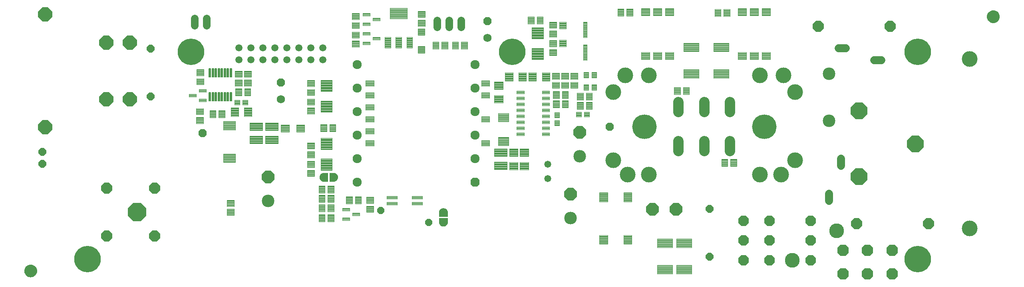
<source format=gts>
G75*
%MOIN*%
%OFA0B0*%
%FSLAX25Y25*%
%IPPOS*%
%LPD*%
%AMOC8*
5,1,8,0,0,1.08239X$1,22.5*
%
%ADD10C,0.13098*%
%ADD11C,0.00500*%
%ADD12OC8,0.09350*%
%ADD13C,0.10500*%
%ADD14C,0.06500*%
%ADD15OC8,0.06500*%
%ADD16C,0.00460*%
%ADD17C,0.00455*%
%ADD18C,0.00449*%
%ADD19C,0.00454*%
%ADD20OC8,0.10500*%
%ADD21C,0.00432*%
%ADD22C,0.05815*%
%ADD23OC8,0.08768*%
%ADD24C,0.07587*%
%ADD25OC8,0.07587*%
%ADD26C,0.12311*%
%ADD27OC8,0.13886*%
%ADD28OC8,0.11768*%
%ADD29C,0.20500*%
%ADD30OC8,0.09100*%
%ADD31OC8,0.15500*%
%ADD32C,0.08750*%
%ADD33C,0.00551*%
%ADD34C,0.00444*%
%ADD35C,0.06406*%
%ADD36C,0.00421*%
%ADD37C,0.00424*%
%ADD38C,0.00458*%
%ADD39C,0.00408*%
%ADD40C,0.05900*%
%ADD41OC8,0.06996*%
%ADD42C,0.00398*%
%ADD43OC8,0.05900*%
%ADD44C,0.00487*%
%ADD45C,0.00493*%
%ADD46C,0.00100*%
%ADD47C,0.00455*%
%ADD48C,0.00448*%
%ADD49OC8,0.06800*%
%ADD50C,0.06800*%
%ADD51C,0.00486*%
%ADD52OC8,0.06406*%
%ADD53OC8,0.09555*%
%ADD54C,0.22154*%
D10*
X0556731Y0164445D03*
X0568542Y0152634D03*
X0586259Y0152634D03*
X0678778Y0152634D03*
X0696495Y0152634D03*
X0708306Y0164445D03*
X0708306Y0221531D03*
X0698463Y0235311D03*
X0678778Y0235311D03*
X0586259Y0235311D03*
X0566573Y0235311D03*
X0556731Y0221531D03*
X0853975Y0249091D03*
X0853975Y0107358D03*
D11*
X0068010Y0067595D02*
X0067297Y0068095D01*
X0066680Y0068711D01*
X0066180Y0069425D01*
X0065812Y0070215D01*
X0065586Y0071057D01*
X0065510Y0071925D01*
X0065586Y0072793D01*
X0065812Y0073635D01*
X0066180Y0074425D01*
X0066680Y0075139D01*
X0067297Y0075755D01*
X0068010Y0076255D01*
X0068800Y0076624D01*
X0069642Y0076849D01*
X0070510Y0076925D01*
X0071379Y0076849D01*
X0072221Y0076624D01*
X0073010Y0076255D01*
X0073724Y0075755D01*
X0074341Y0075139D01*
X0074841Y0074425D01*
X0075209Y0073635D01*
X0075435Y0072793D01*
X0075510Y0071925D01*
X0075435Y0071057D01*
X0075209Y0070215D01*
X0074841Y0069425D01*
X0074341Y0068711D01*
X0073724Y0068095D01*
X0073010Y0067595D01*
X0072221Y0067227D01*
X0071379Y0067001D01*
X0070510Y0066925D01*
X0069642Y0067001D01*
X0068800Y0067227D01*
X0068010Y0067595D01*
X0068017Y0067592D02*
X0073004Y0067592D01*
X0073718Y0068090D02*
X0067303Y0068090D01*
X0066803Y0068589D02*
X0074218Y0068589D01*
X0074604Y0069087D02*
X0066417Y0069087D01*
X0066105Y0069586D02*
X0074916Y0069586D01*
X0075148Y0070084D02*
X0065873Y0070084D01*
X0065713Y0070583D02*
X0075308Y0070583D01*
X0075437Y0071081D02*
X0065584Y0071081D01*
X0065541Y0071580D02*
X0075480Y0071580D01*
X0075497Y0072078D02*
X0065524Y0072078D01*
X0065568Y0072577D02*
X0075453Y0072577D01*
X0075359Y0073075D02*
X0065662Y0073075D01*
X0065796Y0073574D02*
X0075225Y0073574D01*
X0075005Y0074072D02*
X0066016Y0074072D01*
X0066282Y0074571D02*
X0074739Y0074571D01*
X0074389Y0075070D02*
X0066632Y0075070D01*
X0067109Y0075568D02*
X0073912Y0075568D01*
X0073280Y0076067D02*
X0067741Y0076067D01*
X0068675Y0076565D02*
X0072346Y0076565D01*
X0071723Y0067093D02*
X0069298Y0067093D01*
X0868962Y0282814D02*
X0868736Y0283655D01*
X0868660Y0284524D01*
X0868736Y0285392D01*
X0868962Y0286234D01*
X0869330Y0287024D01*
X0869830Y0287738D01*
X0870446Y0288354D01*
X0871160Y0288854D01*
X0871950Y0289222D01*
X0872792Y0289448D01*
X0873660Y0289524D01*
X0874528Y0289448D01*
X0875370Y0289222D01*
X0876160Y0288854D01*
X0876874Y0288354D01*
X0877490Y0287738D01*
X0877990Y0287024D01*
X0878359Y0286234D01*
X0878584Y0285392D01*
X0878660Y0284524D01*
X0878584Y0283655D01*
X0878359Y0282814D01*
X0877990Y0282024D01*
X0877490Y0281310D01*
X0876874Y0280693D01*
X0876160Y0280193D01*
X0875370Y0279825D01*
X0874528Y0279600D01*
X0873660Y0279524D01*
X0872792Y0279600D01*
X0871950Y0279825D01*
X0871160Y0280193D01*
X0870446Y0280693D01*
X0869830Y0281310D01*
X0869330Y0282024D01*
X0868962Y0282814D01*
X0868925Y0282949D02*
X0878395Y0282949D01*
X0878528Y0283447D02*
X0868792Y0283447D01*
X0868711Y0283946D02*
X0878610Y0283946D01*
X0878653Y0284444D02*
X0868667Y0284444D01*
X0868697Y0284943D02*
X0878623Y0284943D01*
X0878571Y0285441D02*
X0868749Y0285441D01*
X0868883Y0285940D02*
X0878437Y0285940D01*
X0878263Y0286438D02*
X0869057Y0286438D01*
X0869289Y0286937D02*
X0878031Y0286937D01*
X0877702Y0287435D02*
X0869618Y0287435D01*
X0870026Y0287934D02*
X0877294Y0287934D01*
X0876762Y0288432D02*
X0870558Y0288432D01*
X0871325Y0288931D02*
X0875995Y0288931D01*
X0874597Y0289429D02*
X0872724Y0289429D01*
X0869131Y0282450D02*
X0878189Y0282450D01*
X0877940Y0281952D02*
X0869380Y0281952D01*
X0869729Y0281453D02*
X0877591Y0281453D01*
X0877135Y0280955D02*
X0870185Y0280955D01*
X0870785Y0280456D02*
X0876535Y0280456D01*
X0875654Y0279958D02*
X0871666Y0279958D01*
D12*
X0787449Y0276364D03*
X0727449Y0276364D03*
X0759699Y0111364D03*
X0819699Y0111364D03*
D13*
X0736449Y0197364D03*
X0736449Y0236734D03*
X0528449Y0167864D03*
X0520949Y0116114D03*
X0268699Y0130364D03*
D14*
X0736449Y0130350D02*
X0736449Y0136350D01*
X0746449Y0159878D02*
X0746449Y0165878D01*
X0774213Y0248114D02*
X0780213Y0248114D01*
X0750686Y0258114D02*
X0744686Y0258114D01*
D15*
X0636949Y0123864D03*
X0636949Y0083864D03*
X0170668Y0217896D03*
X0170668Y0257896D03*
D16*
X0350046Y0231187D02*
X0350046Y0226541D01*
X0350046Y0231187D02*
X0356778Y0231187D01*
X0356778Y0226541D01*
X0350046Y0226541D01*
X0350046Y0227000D02*
X0356778Y0227000D01*
X0356778Y0227459D02*
X0350046Y0227459D01*
X0350046Y0227918D02*
X0356778Y0227918D01*
X0356778Y0228377D02*
X0350046Y0228377D01*
X0350046Y0228836D02*
X0356778Y0228836D01*
X0356778Y0229295D02*
X0350046Y0229295D01*
X0350046Y0229754D02*
X0356778Y0229754D01*
X0356778Y0230213D02*
X0350046Y0230213D01*
X0350046Y0230672D02*
X0356778Y0230672D01*
X0356778Y0231131D02*
X0350046Y0231131D01*
X0350046Y0221187D02*
X0350046Y0216541D01*
X0350046Y0221187D02*
X0356778Y0221187D01*
X0356778Y0216541D01*
X0350046Y0216541D01*
X0350046Y0217000D02*
X0356778Y0217000D01*
X0356778Y0217459D02*
X0350046Y0217459D01*
X0350046Y0217918D02*
X0356778Y0217918D01*
X0356778Y0218377D02*
X0350046Y0218377D01*
X0350046Y0218836D02*
X0356778Y0218836D01*
X0356778Y0219295D02*
X0350046Y0219295D01*
X0350046Y0219754D02*
X0356778Y0219754D01*
X0356778Y0220213D02*
X0350046Y0220213D01*
X0350046Y0220672D02*
X0356778Y0220672D01*
X0356778Y0221131D02*
X0350046Y0221131D01*
X0350046Y0211187D02*
X0350046Y0206541D01*
X0350046Y0211187D02*
X0356778Y0211187D01*
X0356778Y0206541D01*
X0350046Y0206541D01*
X0350046Y0207000D02*
X0356778Y0207000D01*
X0356778Y0207459D02*
X0350046Y0207459D01*
X0350046Y0207918D02*
X0356778Y0207918D01*
X0356778Y0208377D02*
X0350046Y0208377D01*
X0350046Y0208836D02*
X0356778Y0208836D01*
X0356778Y0209295D02*
X0350046Y0209295D01*
X0350046Y0209754D02*
X0356778Y0209754D01*
X0356778Y0210213D02*
X0350046Y0210213D01*
X0350046Y0210672D02*
X0356778Y0210672D01*
X0356778Y0211131D02*
X0350046Y0211131D01*
X0350046Y0201187D02*
X0350046Y0196541D01*
X0350046Y0201187D02*
X0356778Y0201187D01*
X0356778Y0196541D01*
X0350046Y0196541D01*
X0350046Y0197000D02*
X0356778Y0197000D01*
X0356778Y0197459D02*
X0350046Y0197459D01*
X0350046Y0197918D02*
X0356778Y0197918D01*
X0356778Y0198377D02*
X0350046Y0198377D01*
X0350046Y0198836D02*
X0356778Y0198836D01*
X0356778Y0199295D02*
X0350046Y0199295D01*
X0350046Y0199754D02*
X0356778Y0199754D01*
X0356778Y0200213D02*
X0350046Y0200213D01*
X0350046Y0200672D02*
X0356778Y0200672D01*
X0356778Y0201131D02*
X0350046Y0201131D01*
X0350046Y0191187D02*
X0350046Y0186541D01*
X0350046Y0191187D02*
X0356778Y0191187D01*
X0356778Y0186541D01*
X0350046Y0186541D01*
X0350046Y0187000D02*
X0356778Y0187000D01*
X0356778Y0187459D02*
X0350046Y0187459D01*
X0350046Y0187918D02*
X0356778Y0187918D01*
X0356778Y0188377D02*
X0350046Y0188377D01*
X0350046Y0188836D02*
X0356778Y0188836D01*
X0356778Y0189295D02*
X0350046Y0189295D01*
X0350046Y0189754D02*
X0356778Y0189754D01*
X0356778Y0190213D02*
X0350046Y0190213D01*
X0350046Y0190672D02*
X0356778Y0190672D01*
X0356778Y0191131D02*
X0350046Y0191131D01*
X0350046Y0181187D02*
X0350046Y0176541D01*
X0350046Y0181187D02*
X0356778Y0181187D01*
X0356778Y0176541D01*
X0350046Y0176541D01*
X0350046Y0177000D02*
X0356778Y0177000D01*
X0356778Y0177459D02*
X0350046Y0177459D01*
X0350046Y0177918D02*
X0356778Y0177918D01*
X0356778Y0178377D02*
X0350046Y0178377D01*
X0350046Y0178836D02*
X0356778Y0178836D01*
X0356778Y0179295D02*
X0350046Y0179295D01*
X0350046Y0179754D02*
X0356778Y0179754D01*
X0356778Y0180213D02*
X0350046Y0180213D01*
X0350046Y0180672D02*
X0356778Y0180672D01*
X0356778Y0181131D02*
X0350046Y0181131D01*
X0446621Y0181187D02*
X0446621Y0176541D01*
X0446621Y0181187D02*
X0453353Y0181187D01*
X0453353Y0176541D01*
X0446621Y0176541D01*
X0446621Y0177000D02*
X0453353Y0177000D01*
X0453353Y0177459D02*
X0446621Y0177459D01*
X0446621Y0177918D02*
X0453353Y0177918D01*
X0453353Y0178377D02*
X0446621Y0178377D01*
X0446621Y0178836D02*
X0453353Y0178836D01*
X0453353Y0179295D02*
X0446621Y0179295D01*
X0446621Y0179754D02*
X0453353Y0179754D01*
X0453353Y0180213D02*
X0446621Y0180213D01*
X0446621Y0180672D02*
X0453353Y0180672D01*
X0453353Y0181131D02*
X0446621Y0181131D01*
X0446621Y0196541D02*
X0446621Y0201187D01*
X0453353Y0201187D01*
X0453353Y0196541D01*
X0446621Y0196541D01*
X0446621Y0197000D02*
X0453353Y0197000D01*
X0453353Y0197459D02*
X0446621Y0197459D01*
X0446621Y0197918D02*
X0453353Y0197918D01*
X0453353Y0198377D02*
X0446621Y0198377D01*
X0446621Y0198836D02*
X0453353Y0198836D01*
X0453353Y0199295D02*
X0446621Y0199295D01*
X0446621Y0199754D02*
X0453353Y0199754D01*
X0453353Y0200213D02*
X0446621Y0200213D01*
X0446621Y0200672D02*
X0453353Y0200672D01*
X0453353Y0201131D02*
X0446621Y0201131D01*
X0446621Y0216541D02*
X0446621Y0221187D01*
X0453353Y0221187D01*
X0453353Y0216541D01*
X0446621Y0216541D01*
X0446621Y0217000D02*
X0453353Y0217000D01*
X0453353Y0217459D02*
X0446621Y0217459D01*
X0446621Y0217918D02*
X0453353Y0217918D01*
X0453353Y0218377D02*
X0446621Y0218377D01*
X0446621Y0218836D02*
X0453353Y0218836D01*
X0453353Y0219295D02*
X0446621Y0219295D01*
X0446621Y0219754D02*
X0453353Y0219754D01*
X0453353Y0220213D02*
X0446621Y0220213D01*
X0446621Y0220672D02*
X0453353Y0220672D01*
X0453353Y0221131D02*
X0446621Y0221131D01*
X0446621Y0226541D02*
X0446621Y0231187D01*
X0453353Y0231187D01*
X0453353Y0226541D01*
X0446621Y0226541D01*
X0446621Y0227000D02*
X0453353Y0227000D01*
X0453353Y0227459D02*
X0446621Y0227459D01*
X0446621Y0227918D02*
X0453353Y0227918D01*
X0453353Y0228377D02*
X0446621Y0228377D01*
X0446621Y0228836D02*
X0453353Y0228836D01*
X0453353Y0229295D02*
X0446621Y0229295D01*
X0446621Y0229754D02*
X0453353Y0229754D01*
X0453353Y0230213D02*
X0446621Y0230213D01*
X0446621Y0230672D02*
X0453353Y0230672D01*
X0453353Y0231131D02*
X0446621Y0231131D01*
D17*
X0469302Y0203970D02*
X0469302Y0196838D01*
X0460596Y0196838D01*
X0460596Y0203970D01*
X0469302Y0203970D01*
X0469302Y0197292D02*
X0460596Y0197292D01*
X0460596Y0197746D02*
X0469302Y0197746D01*
X0469302Y0198200D02*
X0460596Y0198200D01*
X0460596Y0198654D02*
X0469302Y0198654D01*
X0469302Y0199108D02*
X0460596Y0199108D01*
X0460596Y0199562D02*
X0469302Y0199562D01*
X0469302Y0200016D02*
X0460596Y0200016D01*
X0460596Y0200470D02*
X0469302Y0200470D01*
X0469302Y0200924D02*
X0460596Y0200924D01*
X0460596Y0201378D02*
X0469302Y0201378D01*
X0469302Y0201832D02*
X0460596Y0201832D01*
X0460596Y0202286D02*
X0469302Y0202286D01*
X0469302Y0202740D02*
X0460596Y0202740D01*
X0460596Y0203194D02*
X0469302Y0203194D01*
X0469302Y0203648D02*
X0460596Y0203648D01*
X0469302Y0183891D02*
X0469302Y0176759D01*
X0460596Y0176759D01*
X0460596Y0183891D01*
X0469302Y0183891D01*
X0469302Y0177213D02*
X0460596Y0177213D01*
X0460596Y0177667D02*
X0469302Y0177667D01*
X0469302Y0178121D02*
X0460596Y0178121D01*
X0460596Y0178575D02*
X0469302Y0178575D01*
X0469302Y0179029D02*
X0460596Y0179029D01*
X0460596Y0179483D02*
X0469302Y0179483D01*
X0469302Y0179937D02*
X0460596Y0179937D01*
X0460596Y0180391D02*
X0469302Y0180391D01*
X0469302Y0180845D02*
X0460596Y0180845D01*
X0460596Y0181299D02*
X0469302Y0181299D01*
X0469302Y0181753D02*
X0460596Y0181753D01*
X0460596Y0182207D02*
X0469302Y0182207D01*
X0469302Y0182661D02*
X0460596Y0182661D01*
X0460596Y0183115D02*
X0469302Y0183115D01*
X0469302Y0183569D02*
X0460596Y0183569D01*
X0615377Y0233275D02*
X0615377Y0240407D01*
X0628021Y0240407D01*
X0628021Y0233275D01*
X0615377Y0233275D01*
X0615377Y0233729D02*
X0628021Y0233729D01*
X0628021Y0234183D02*
X0615377Y0234183D01*
X0615377Y0234637D02*
X0628021Y0234637D01*
X0628021Y0235091D02*
X0615377Y0235091D01*
X0615377Y0235545D02*
X0628021Y0235545D01*
X0628021Y0235999D02*
X0615377Y0235999D01*
X0615377Y0236453D02*
X0628021Y0236453D01*
X0628021Y0236907D02*
X0615377Y0236907D01*
X0615377Y0237361D02*
X0628021Y0237361D01*
X0628021Y0237815D02*
X0615377Y0237815D01*
X0615377Y0238269D02*
X0628021Y0238269D01*
X0628021Y0238723D02*
X0615377Y0238723D01*
X0615377Y0239177D02*
X0628021Y0239177D01*
X0628021Y0239631D02*
X0615377Y0239631D01*
X0615377Y0240085D02*
X0628021Y0240085D01*
X0640377Y0240407D02*
X0640377Y0233275D01*
X0640377Y0240407D02*
X0653021Y0240407D01*
X0653021Y0233275D01*
X0640377Y0233275D01*
X0640377Y0233729D02*
X0653021Y0233729D01*
X0653021Y0234183D02*
X0640377Y0234183D01*
X0640377Y0234637D02*
X0653021Y0234637D01*
X0653021Y0235091D02*
X0640377Y0235091D01*
X0640377Y0235545D02*
X0653021Y0235545D01*
X0653021Y0235999D02*
X0640377Y0235999D01*
X0640377Y0236453D02*
X0653021Y0236453D01*
X0653021Y0236907D02*
X0640377Y0236907D01*
X0640377Y0237361D02*
X0653021Y0237361D01*
X0653021Y0237815D02*
X0640377Y0237815D01*
X0640377Y0238269D02*
X0653021Y0238269D01*
X0653021Y0238723D02*
X0640377Y0238723D01*
X0640377Y0239177D02*
X0653021Y0239177D01*
X0653021Y0239631D02*
X0640377Y0239631D01*
X0640377Y0240085D02*
X0653021Y0240085D01*
X0640377Y0255322D02*
X0640377Y0262454D01*
X0653021Y0262454D01*
X0653021Y0255322D01*
X0640377Y0255322D01*
X0640377Y0255776D02*
X0653021Y0255776D01*
X0653021Y0256230D02*
X0640377Y0256230D01*
X0640377Y0256684D02*
X0653021Y0256684D01*
X0653021Y0257138D02*
X0640377Y0257138D01*
X0640377Y0257592D02*
X0653021Y0257592D01*
X0653021Y0258046D02*
X0640377Y0258046D01*
X0640377Y0258500D02*
X0653021Y0258500D01*
X0653021Y0258954D02*
X0640377Y0258954D01*
X0640377Y0259408D02*
X0653021Y0259408D01*
X0653021Y0259862D02*
X0640377Y0259862D01*
X0640377Y0260316D02*
X0653021Y0260316D01*
X0653021Y0260770D02*
X0640377Y0260770D01*
X0640377Y0261224D02*
X0653021Y0261224D01*
X0653021Y0261678D02*
X0640377Y0261678D01*
X0640377Y0262132D02*
X0653021Y0262132D01*
X0615377Y0262454D02*
X0615377Y0255322D01*
X0615377Y0262454D02*
X0628021Y0262454D01*
X0628021Y0255322D01*
X0615377Y0255322D01*
X0615377Y0255776D02*
X0628021Y0255776D01*
X0628021Y0256230D02*
X0615377Y0256230D01*
X0615377Y0256684D02*
X0628021Y0256684D01*
X0628021Y0257138D02*
X0615377Y0257138D01*
X0615377Y0257592D02*
X0628021Y0257592D01*
X0628021Y0258046D02*
X0615377Y0258046D01*
X0615377Y0258500D02*
X0628021Y0258500D01*
X0628021Y0258954D02*
X0615377Y0258954D01*
X0615377Y0259408D02*
X0628021Y0259408D01*
X0628021Y0259862D02*
X0615377Y0259862D01*
X0615377Y0260316D02*
X0628021Y0260316D01*
X0628021Y0260770D02*
X0615377Y0260770D01*
X0615377Y0261224D02*
X0628021Y0261224D01*
X0628021Y0261678D02*
X0615377Y0261678D01*
X0615377Y0262132D02*
X0628021Y0262132D01*
X0241143Y0197013D02*
X0231255Y0197013D01*
X0241143Y0197013D02*
X0241143Y0189881D01*
X0231255Y0189881D01*
X0231255Y0197013D01*
X0231255Y0190335D02*
X0241143Y0190335D01*
X0241143Y0190789D02*
X0231255Y0190789D01*
X0231255Y0191243D02*
X0241143Y0191243D01*
X0241143Y0191697D02*
X0231255Y0191697D01*
X0231255Y0192151D02*
X0241143Y0192151D01*
X0241143Y0192605D02*
X0231255Y0192605D01*
X0231255Y0193059D02*
X0241143Y0193059D01*
X0241143Y0193513D02*
X0231255Y0193513D01*
X0231255Y0193967D02*
X0241143Y0193967D01*
X0241143Y0194421D02*
X0231255Y0194421D01*
X0231255Y0194875D02*
X0241143Y0194875D01*
X0241143Y0195329D02*
X0231255Y0195329D01*
X0231255Y0195783D02*
X0241143Y0195783D01*
X0241143Y0196237D02*
X0231255Y0196237D01*
X0231255Y0196691D02*
X0241143Y0196691D01*
X0241143Y0169847D02*
X0231255Y0169847D01*
X0241143Y0169847D02*
X0241143Y0162715D01*
X0231255Y0162715D01*
X0231255Y0169847D01*
X0231255Y0163169D02*
X0241143Y0163169D01*
X0241143Y0163623D02*
X0231255Y0163623D01*
X0231255Y0164077D02*
X0241143Y0164077D01*
X0241143Y0164531D02*
X0231255Y0164531D01*
X0231255Y0164985D02*
X0241143Y0164985D01*
X0241143Y0165439D02*
X0231255Y0165439D01*
X0231255Y0165893D02*
X0241143Y0165893D01*
X0241143Y0166347D02*
X0231255Y0166347D01*
X0231255Y0166801D02*
X0241143Y0166801D01*
X0241143Y0167255D02*
X0231255Y0167255D01*
X0231255Y0167709D02*
X0241143Y0167709D01*
X0241143Y0168163D02*
X0231255Y0168163D01*
X0231255Y0168617D02*
X0241143Y0168617D01*
X0241143Y0169071D02*
X0231255Y0169071D01*
X0231255Y0169525D02*
X0241143Y0169525D01*
X0593377Y0098704D02*
X0593377Y0091572D01*
X0593377Y0098704D02*
X0606021Y0098704D01*
X0606021Y0091572D01*
X0593377Y0091572D01*
X0593377Y0092026D02*
X0606021Y0092026D01*
X0606021Y0092480D02*
X0593377Y0092480D01*
X0593377Y0092934D02*
X0606021Y0092934D01*
X0606021Y0093388D02*
X0593377Y0093388D01*
X0593377Y0093842D02*
X0606021Y0093842D01*
X0606021Y0094296D02*
X0593377Y0094296D01*
X0593377Y0094750D02*
X0606021Y0094750D01*
X0606021Y0095204D02*
X0593377Y0095204D01*
X0593377Y0095658D02*
X0606021Y0095658D01*
X0606021Y0096112D02*
X0593377Y0096112D01*
X0593377Y0096566D02*
X0606021Y0096566D01*
X0606021Y0097020D02*
X0593377Y0097020D01*
X0593377Y0097474D02*
X0606021Y0097474D01*
X0606021Y0097928D02*
X0593377Y0097928D01*
X0593377Y0098382D02*
X0606021Y0098382D01*
X0609127Y0098704D02*
X0609127Y0091572D01*
X0609127Y0098704D02*
X0621771Y0098704D01*
X0621771Y0091572D01*
X0609127Y0091572D01*
X0609127Y0092026D02*
X0621771Y0092026D01*
X0621771Y0092480D02*
X0609127Y0092480D01*
X0609127Y0092934D02*
X0621771Y0092934D01*
X0621771Y0093388D02*
X0609127Y0093388D01*
X0609127Y0093842D02*
X0621771Y0093842D01*
X0621771Y0094296D02*
X0609127Y0094296D01*
X0609127Y0094750D02*
X0621771Y0094750D01*
X0621771Y0095204D02*
X0609127Y0095204D01*
X0609127Y0095658D02*
X0621771Y0095658D01*
X0621771Y0096112D02*
X0609127Y0096112D01*
X0609127Y0096566D02*
X0621771Y0096566D01*
X0621771Y0097020D02*
X0609127Y0097020D01*
X0609127Y0097474D02*
X0621771Y0097474D01*
X0621771Y0097928D02*
X0609127Y0097928D01*
X0609127Y0098382D02*
X0621771Y0098382D01*
X0609127Y0076657D02*
X0609127Y0069525D01*
X0609127Y0076657D02*
X0621771Y0076657D01*
X0621771Y0069525D01*
X0609127Y0069525D01*
X0609127Y0069979D02*
X0621771Y0069979D01*
X0621771Y0070433D02*
X0609127Y0070433D01*
X0609127Y0070887D02*
X0621771Y0070887D01*
X0621771Y0071341D02*
X0609127Y0071341D01*
X0609127Y0071795D02*
X0621771Y0071795D01*
X0621771Y0072249D02*
X0609127Y0072249D01*
X0609127Y0072703D02*
X0621771Y0072703D01*
X0621771Y0073157D02*
X0609127Y0073157D01*
X0609127Y0073611D02*
X0621771Y0073611D01*
X0621771Y0074065D02*
X0609127Y0074065D01*
X0609127Y0074519D02*
X0621771Y0074519D01*
X0621771Y0074973D02*
X0609127Y0074973D01*
X0609127Y0075427D02*
X0621771Y0075427D01*
X0621771Y0075881D02*
X0609127Y0075881D01*
X0609127Y0076335D02*
X0621771Y0076335D01*
X0593377Y0076657D02*
X0593377Y0069525D01*
X0593377Y0076657D02*
X0606021Y0076657D01*
X0606021Y0069525D01*
X0593377Y0069525D01*
X0593377Y0069979D02*
X0606021Y0069979D01*
X0606021Y0070433D02*
X0593377Y0070433D01*
X0593377Y0070887D02*
X0606021Y0070887D01*
X0606021Y0071341D02*
X0593377Y0071341D01*
X0593377Y0071795D02*
X0606021Y0071795D01*
X0606021Y0072249D02*
X0593377Y0072249D01*
X0593377Y0072703D02*
X0606021Y0072703D01*
X0606021Y0073157D02*
X0593377Y0073157D01*
X0593377Y0073611D02*
X0606021Y0073611D01*
X0606021Y0074065D02*
X0593377Y0074065D01*
X0593377Y0074519D02*
X0606021Y0074519D01*
X0606021Y0074973D02*
X0593377Y0074973D01*
X0593377Y0075427D02*
X0606021Y0075427D01*
X0606021Y0075881D02*
X0593377Y0075881D01*
X0593377Y0076335D02*
X0606021Y0076335D01*
D18*
X0646874Y0159385D02*
X0652044Y0159385D01*
X0646874Y0159385D02*
X0646874Y0165343D01*
X0652044Y0165343D01*
X0652044Y0159385D01*
X0652044Y0159833D02*
X0646874Y0159833D01*
X0646874Y0160281D02*
X0652044Y0160281D01*
X0652044Y0160729D02*
X0646874Y0160729D01*
X0646874Y0161177D02*
X0652044Y0161177D01*
X0652044Y0161625D02*
X0646874Y0161625D01*
X0646874Y0162073D02*
X0652044Y0162073D01*
X0652044Y0162521D02*
X0646874Y0162521D01*
X0646874Y0162969D02*
X0652044Y0162969D01*
X0652044Y0163417D02*
X0646874Y0163417D01*
X0646874Y0163865D02*
X0652044Y0163865D01*
X0652044Y0164313D02*
X0646874Y0164313D01*
X0646874Y0164761D02*
X0652044Y0164761D01*
X0652044Y0165209D02*
X0646874Y0165209D01*
X0654355Y0159385D02*
X0659525Y0159385D01*
X0654355Y0159385D02*
X0654355Y0165343D01*
X0659525Y0165343D01*
X0659525Y0159385D01*
X0659525Y0159833D02*
X0654355Y0159833D01*
X0654355Y0160281D02*
X0659525Y0160281D01*
X0659525Y0160729D02*
X0654355Y0160729D01*
X0654355Y0161177D02*
X0659525Y0161177D01*
X0659525Y0161625D02*
X0654355Y0161625D01*
X0654355Y0162073D02*
X0659525Y0162073D01*
X0659525Y0162521D02*
X0654355Y0162521D01*
X0654355Y0162969D02*
X0659525Y0162969D01*
X0659525Y0163417D02*
X0654355Y0163417D01*
X0654355Y0163865D02*
X0659525Y0163865D01*
X0659525Y0164313D02*
X0654355Y0164313D01*
X0654355Y0164761D02*
X0659525Y0164761D01*
X0659525Y0165209D02*
X0654355Y0165209D01*
X0539025Y0207135D02*
X0533855Y0207135D01*
X0533855Y0213093D01*
X0539025Y0213093D01*
X0539025Y0207135D01*
X0539025Y0207583D02*
X0533855Y0207583D01*
X0533855Y0208031D02*
X0539025Y0208031D01*
X0539025Y0208479D02*
X0533855Y0208479D01*
X0533855Y0208927D02*
X0539025Y0208927D01*
X0539025Y0209375D02*
X0533855Y0209375D01*
X0533855Y0209823D02*
X0539025Y0209823D01*
X0539025Y0210271D02*
X0533855Y0210271D01*
X0533855Y0210719D02*
X0539025Y0210719D01*
X0539025Y0211167D02*
X0533855Y0211167D01*
X0533855Y0211615D02*
X0539025Y0211615D01*
X0539025Y0212063D02*
X0533855Y0212063D01*
X0533855Y0212511D02*
X0539025Y0212511D01*
X0539025Y0212959D02*
X0533855Y0212959D01*
X0533855Y0220843D02*
X0539025Y0220843D01*
X0539025Y0214885D01*
X0533855Y0214885D01*
X0533855Y0220843D01*
X0533855Y0215333D02*
X0539025Y0215333D01*
X0539025Y0215781D02*
X0533855Y0215781D01*
X0533855Y0216229D02*
X0539025Y0216229D01*
X0539025Y0216677D02*
X0533855Y0216677D01*
X0533855Y0217125D02*
X0539025Y0217125D01*
X0539025Y0217573D02*
X0533855Y0217573D01*
X0533855Y0218021D02*
X0539025Y0218021D01*
X0539025Y0218469D02*
X0533855Y0218469D01*
X0533855Y0218917D02*
X0539025Y0218917D01*
X0539025Y0219365D02*
X0533855Y0219365D01*
X0533855Y0219813D02*
X0539025Y0219813D01*
X0539025Y0220261D02*
X0533855Y0220261D01*
X0533855Y0220709D02*
X0539025Y0220709D01*
X0531544Y0220843D02*
X0526374Y0220843D01*
X0531544Y0220843D02*
X0531544Y0214885D01*
X0526374Y0214885D01*
X0526374Y0220843D01*
X0526374Y0215333D02*
X0531544Y0215333D01*
X0531544Y0215781D02*
X0526374Y0215781D01*
X0526374Y0216229D02*
X0531544Y0216229D01*
X0531544Y0216677D02*
X0526374Y0216677D01*
X0526374Y0217125D02*
X0531544Y0217125D01*
X0531544Y0217573D02*
X0526374Y0217573D01*
X0526374Y0218021D02*
X0531544Y0218021D01*
X0531544Y0218469D02*
X0526374Y0218469D01*
X0526374Y0218917D02*
X0531544Y0218917D01*
X0531544Y0219365D02*
X0526374Y0219365D01*
X0526374Y0219813D02*
X0531544Y0219813D01*
X0531544Y0220261D02*
X0526374Y0220261D01*
X0526374Y0220709D02*
X0531544Y0220709D01*
X0526928Y0224789D02*
X0526928Y0229959D01*
X0526928Y0224789D02*
X0520970Y0224789D01*
X0520970Y0229959D01*
X0526928Y0229959D01*
X0526928Y0225237D02*
X0520970Y0225237D01*
X0520970Y0225685D02*
X0526928Y0225685D01*
X0526928Y0226133D02*
X0520970Y0226133D01*
X0520970Y0226581D02*
X0526928Y0226581D01*
X0526928Y0227029D02*
X0520970Y0227029D01*
X0520970Y0227477D02*
X0526928Y0227477D01*
X0526928Y0227925D02*
X0520970Y0227925D01*
X0520970Y0228373D02*
X0526928Y0228373D01*
X0526928Y0228821D02*
X0520970Y0228821D01*
X0520970Y0229269D02*
X0526928Y0229269D01*
X0526928Y0229717D02*
X0520970Y0229717D01*
X0519178Y0229959D02*
X0519178Y0224789D01*
X0513220Y0224789D01*
X0513220Y0229959D01*
X0519178Y0229959D01*
X0519178Y0225237D02*
X0513220Y0225237D01*
X0513220Y0225685D02*
X0519178Y0225685D01*
X0519178Y0226133D02*
X0513220Y0226133D01*
X0513220Y0226581D02*
X0519178Y0226581D01*
X0519178Y0227029D02*
X0513220Y0227029D01*
X0513220Y0227477D02*
X0519178Y0227477D01*
X0519178Y0227925D02*
X0513220Y0227925D01*
X0513220Y0228373D02*
X0519178Y0228373D01*
X0519178Y0228821D02*
X0513220Y0228821D01*
X0513220Y0229269D02*
X0519178Y0229269D01*
X0519178Y0229717D02*
X0513220Y0229717D01*
X0511428Y0229959D02*
X0511428Y0224789D01*
X0505470Y0224789D01*
X0505470Y0229959D01*
X0511428Y0229959D01*
X0511428Y0225237D02*
X0505470Y0225237D01*
X0505470Y0225685D02*
X0511428Y0225685D01*
X0511428Y0226133D02*
X0505470Y0226133D01*
X0505470Y0226581D02*
X0511428Y0226581D01*
X0511428Y0227029D02*
X0505470Y0227029D01*
X0505470Y0227477D02*
X0511428Y0227477D01*
X0511428Y0227925D02*
X0505470Y0227925D01*
X0505470Y0228373D02*
X0511428Y0228373D01*
X0511428Y0228821D02*
X0505470Y0228821D01*
X0505470Y0229269D02*
X0511428Y0229269D01*
X0511428Y0229717D02*
X0505470Y0229717D01*
X0511428Y0232269D02*
X0511428Y0237439D01*
X0511428Y0232269D02*
X0505470Y0232269D01*
X0505470Y0237439D01*
X0511428Y0237439D01*
X0511428Y0232717D02*
X0505470Y0232717D01*
X0505470Y0233165D02*
X0511428Y0233165D01*
X0511428Y0233613D02*
X0505470Y0233613D01*
X0505470Y0234061D02*
X0511428Y0234061D01*
X0511428Y0234509D02*
X0505470Y0234509D01*
X0505470Y0234957D02*
X0511428Y0234957D01*
X0511428Y0235405D02*
X0505470Y0235405D01*
X0505470Y0235853D02*
X0511428Y0235853D01*
X0511428Y0236301D02*
X0505470Y0236301D01*
X0505470Y0236749D02*
X0511428Y0236749D01*
X0511428Y0237197D02*
X0505470Y0237197D01*
X0519178Y0237439D02*
X0519178Y0232269D01*
X0513220Y0232269D01*
X0513220Y0237439D01*
X0519178Y0237439D01*
X0519178Y0232717D02*
X0513220Y0232717D01*
X0513220Y0233165D02*
X0519178Y0233165D01*
X0519178Y0233613D02*
X0513220Y0233613D01*
X0513220Y0234061D02*
X0519178Y0234061D01*
X0519178Y0234509D02*
X0513220Y0234509D01*
X0513220Y0234957D02*
X0519178Y0234957D01*
X0519178Y0235405D02*
X0513220Y0235405D01*
X0513220Y0235853D02*
X0519178Y0235853D01*
X0519178Y0236301D02*
X0513220Y0236301D01*
X0513220Y0236749D02*
X0519178Y0236749D01*
X0519178Y0237197D02*
X0513220Y0237197D01*
X0526928Y0237439D02*
X0526928Y0232269D01*
X0520970Y0232269D01*
X0520970Y0237439D01*
X0526928Y0237439D01*
X0526928Y0232717D02*
X0520970Y0232717D01*
X0520970Y0233165D02*
X0526928Y0233165D01*
X0526928Y0233613D02*
X0520970Y0233613D01*
X0520970Y0234061D02*
X0526928Y0234061D01*
X0526928Y0234509D02*
X0520970Y0234509D01*
X0520970Y0234957D02*
X0526928Y0234957D01*
X0526928Y0235405D02*
X0520970Y0235405D01*
X0520970Y0235853D02*
X0526928Y0235853D01*
X0526928Y0236301D02*
X0520970Y0236301D01*
X0520970Y0236749D02*
X0526928Y0236749D01*
X0526928Y0237197D02*
X0520970Y0237197D01*
X0519025Y0222093D02*
X0513855Y0222093D01*
X0519025Y0222093D02*
X0519025Y0216135D01*
X0513855Y0216135D01*
X0513855Y0222093D01*
X0513855Y0216583D02*
X0519025Y0216583D01*
X0519025Y0217031D02*
X0513855Y0217031D01*
X0513855Y0217479D02*
X0519025Y0217479D01*
X0519025Y0217927D02*
X0513855Y0217927D01*
X0513855Y0218375D02*
X0519025Y0218375D01*
X0519025Y0218823D02*
X0513855Y0218823D01*
X0513855Y0219271D02*
X0519025Y0219271D01*
X0519025Y0219719D02*
X0513855Y0219719D01*
X0513855Y0220167D02*
X0519025Y0220167D01*
X0519025Y0220615D02*
X0513855Y0220615D01*
X0513855Y0221063D02*
X0519025Y0221063D01*
X0519025Y0221511D02*
X0513855Y0221511D01*
X0513855Y0221959D02*
X0519025Y0221959D01*
X0511544Y0222093D02*
X0506374Y0222093D01*
X0511544Y0222093D02*
X0511544Y0216135D01*
X0506374Y0216135D01*
X0506374Y0222093D01*
X0506374Y0216583D02*
X0511544Y0216583D01*
X0511544Y0217031D02*
X0506374Y0217031D01*
X0506374Y0217479D02*
X0511544Y0217479D01*
X0511544Y0217927D02*
X0506374Y0217927D01*
X0506374Y0218375D02*
X0511544Y0218375D01*
X0511544Y0218823D02*
X0506374Y0218823D01*
X0506374Y0219271D02*
X0511544Y0219271D01*
X0511544Y0219719D02*
X0506374Y0219719D01*
X0506374Y0220167D02*
X0511544Y0220167D01*
X0511544Y0220615D02*
X0506374Y0220615D01*
X0506374Y0221063D02*
X0511544Y0221063D01*
X0511544Y0221511D02*
X0506374Y0221511D01*
X0506374Y0221959D02*
X0511544Y0221959D01*
X0511544Y0214343D02*
X0506374Y0214343D01*
X0511544Y0214343D02*
X0511544Y0208385D01*
X0506374Y0208385D01*
X0506374Y0214343D01*
X0506374Y0208833D02*
X0511544Y0208833D01*
X0511544Y0209281D02*
X0506374Y0209281D01*
X0506374Y0209729D02*
X0511544Y0209729D01*
X0511544Y0210177D02*
X0506374Y0210177D01*
X0506374Y0210625D02*
X0511544Y0210625D01*
X0511544Y0211073D02*
X0506374Y0211073D01*
X0506374Y0211521D02*
X0511544Y0211521D01*
X0511544Y0211969D02*
X0506374Y0211969D01*
X0506374Y0212417D02*
X0511544Y0212417D01*
X0511544Y0212865D02*
X0506374Y0212865D01*
X0506374Y0213313D02*
X0511544Y0213313D01*
X0511544Y0213761D02*
X0506374Y0213761D01*
X0506374Y0214209D02*
X0511544Y0214209D01*
X0513855Y0214343D02*
X0519025Y0214343D01*
X0519025Y0208385D01*
X0513855Y0208385D01*
X0513855Y0214343D01*
X0513855Y0208833D02*
X0519025Y0208833D01*
X0519025Y0209281D02*
X0513855Y0209281D01*
X0513855Y0209729D02*
X0519025Y0209729D01*
X0519025Y0210177D02*
X0513855Y0210177D01*
X0513855Y0210625D02*
X0519025Y0210625D01*
X0519025Y0211073D02*
X0513855Y0211073D01*
X0513855Y0211521D02*
X0519025Y0211521D01*
X0519025Y0211969D02*
X0513855Y0211969D01*
X0513855Y0212417D02*
X0519025Y0212417D01*
X0519025Y0212865D02*
X0513855Y0212865D01*
X0513855Y0213313D02*
X0519025Y0213313D01*
X0519025Y0213761D02*
X0513855Y0213761D01*
X0513855Y0214209D02*
X0519025Y0214209D01*
X0526374Y0207135D02*
X0531544Y0207135D01*
X0526374Y0207135D02*
X0526374Y0213093D01*
X0531544Y0213093D01*
X0531544Y0207135D01*
X0531544Y0207583D02*
X0526374Y0207583D01*
X0526374Y0208031D02*
X0531544Y0208031D01*
X0531544Y0208479D02*
X0526374Y0208479D01*
X0526374Y0208927D02*
X0531544Y0208927D01*
X0531544Y0209375D02*
X0526374Y0209375D01*
X0526374Y0209823D02*
X0531544Y0209823D01*
X0531544Y0210271D02*
X0526374Y0210271D01*
X0526374Y0210719D02*
X0531544Y0210719D01*
X0531544Y0211167D02*
X0526374Y0211167D01*
X0526374Y0211615D02*
X0531544Y0211615D01*
X0531544Y0212063D02*
X0526374Y0212063D01*
X0526374Y0212511D02*
X0531544Y0212511D01*
X0531544Y0212959D02*
X0526374Y0212959D01*
X0607374Y0219635D02*
X0612544Y0219635D01*
X0607374Y0219635D02*
X0607374Y0225593D01*
X0612544Y0225593D01*
X0612544Y0219635D01*
X0612544Y0220083D02*
X0607374Y0220083D01*
X0607374Y0220531D02*
X0612544Y0220531D01*
X0612544Y0220979D02*
X0607374Y0220979D01*
X0607374Y0221427D02*
X0612544Y0221427D01*
X0612544Y0221875D02*
X0607374Y0221875D01*
X0607374Y0222323D02*
X0612544Y0222323D01*
X0612544Y0222771D02*
X0607374Y0222771D01*
X0607374Y0223219D02*
X0612544Y0223219D01*
X0612544Y0223667D02*
X0607374Y0223667D01*
X0607374Y0224115D02*
X0612544Y0224115D01*
X0612544Y0224563D02*
X0607374Y0224563D01*
X0607374Y0225011D02*
X0612544Y0225011D01*
X0612544Y0225459D02*
X0607374Y0225459D01*
X0614855Y0219635D02*
X0620025Y0219635D01*
X0614855Y0219635D02*
X0614855Y0225593D01*
X0620025Y0225593D01*
X0620025Y0219635D01*
X0620025Y0220083D02*
X0614855Y0220083D01*
X0614855Y0220531D02*
X0620025Y0220531D01*
X0620025Y0220979D02*
X0614855Y0220979D01*
X0614855Y0221427D02*
X0620025Y0221427D01*
X0620025Y0221875D02*
X0614855Y0221875D01*
X0614855Y0222323D02*
X0620025Y0222323D01*
X0620025Y0222771D02*
X0614855Y0222771D01*
X0614855Y0223219D02*
X0620025Y0223219D01*
X0620025Y0223667D02*
X0614855Y0223667D01*
X0614855Y0224115D02*
X0620025Y0224115D01*
X0620025Y0224563D02*
X0614855Y0224563D01*
X0614855Y0225011D02*
X0620025Y0225011D01*
X0620025Y0225459D02*
X0614855Y0225459D01*
X0503220Y0252039D02*
X0503220Y0257209D01*
X0509178Y0257209D01*
X0509178Y0252039D01*
X0503220Y0252039D01*
X0503220Y0252487D02*
X0509178Y0252487D01*
X0509178Y0252935D02*
X0503220Y0252935D01*
X0503220Y0253383D02*
X0509178Y0253383D01*
X0509178Y0253831D02*
X0503220Y0253831D01*
X0503220Y0254279D02*
X0509178Y0254279D01*
X0509178Y0254727D02*
X0503220Y0254727D01*
X0503220Y0255175D02*
X0509178Y0255175D01*
X0509178Y0255623D02*
X0503220Y0255623D01*
X0503220Y0256071D02*
X0509178Y0256071D01*
X0509178Y0256519D02*
X0503220Y0256519D01*
X0503220Y0256967D02*
X0509178Y0256967D01*
X0503220Y0259519D02*
X0503220Y0264689D01*
X0509178Y0264689D01*
X0509178Y0259519D01*
X0503220Y0259519D01*
X0503220Y0259967D02*
X0509178Y0259967D01*
X0509178Y0260415D02*
X0503220Y0260415D01*
X0503220Y0260863D02*
X0509178Y0260863D01*
X0509178Y0261311D02*
X0503220Y0261311D01*
X0503220Y0261759D02*
X0509178Y0261759D01*
X0509178Y0262207D02*
X0503220Y0262207D01*
X0503220Y0262655D02*
X0509178Y0262655D01*
X0509178Y0263103D02*
X0503220Y0263103D01*
X0503220Y0263551D02*
X0509178Y0263551D01*
X0509178Y0263999D02*
X0503220Y0263999D01*
X0503220Y0264447D02*
X0509178Y0264447D01*
X0503220Y0267539D02*
X0503220Y0272709D01*
X0509178Y0272709D01*
X0509178Y0267539D01*
X0503220Y0267539D01*
X0503220Y0267987D02*
X0509178Y0267987D01*
X0509178Y0268435D02*
X0503220Y0268435D01*
X0503220Y0268883D02*
X0509178Y0268883D01*
X0509178Y0269331D02*
X0503220Y0269331D01*
X0503220Y0269779D02*
X0509178Y0269779D01*
X0509178Y0270227D02*
X0503220Y0270227D01*
X0503220Y0270675D02*
X0509178Y0270675D01*
X0509178Y0271123D02*
X0503220Y0271123D01*
X0503220Y0271571D02*
X0509178Y0271571D01*
X0509178Y0272019D02*
X0503220Y0272019D01*
X0503220Y0272467D02*
X0509178Y0272467D01*
X0503220Y0275019D02*
X0503220Y0280189D01*
X0509178Y0280189D01*
X0509178Y0275019D01*
X0503220Y0275019D01*
X0503220Y0275467D02*
X0509178Y0275467D01*
X0509178Y0275915D02*
X0503220Y0275915D01*
X0503220Y0276363D02*
X0509178Y0276363D01*
X0509178Y0276811D02*
X0503220Y0276811D01*
X0503220Y0277259D02*
X0509178Y0277259D01*
X0509178Y0277707D02*
X0503220Y0277707D01*
X0503220Y0278155D02*
X0509178Y0278155D01*
X0509178Y0278603D02*
X0503220Y0278603D01*
X0503220Y0279051D02*
X0509178Y0279051D01*
X0509178Y0279499D02*
X0503220Y0279499D01*
X0503220Y0279947D02*
X0509178Y0279947D01*
X0498025Y0278635D02*
X0492855Y0278635D01*
X0492855Y0284593D01*
X0498025Y0284593D01*
X0498025Y0278635D01*
X0498025Y0279083D02*
X0492855Y0279083D01*
X0492855Y0279531D02*
X0498025Y0279531D01*
X0498025Y0279979D02*
X0492855Y0279979D01*
X0492855Y0280427D02*
X0498025Y0280427D01*
X0498025Y0280875D02*
X0492855Y0280875D01*
X0492855Y0281323D02*
X0498025Y0281323D01*
X0498025Y0281771D02*
X0492855Y0281771D01*
X0492855Y0282219D02*
X0498025Y0282219D01*
X0498025Y0282667D02*
X0492855Y0282667D01*
X0492855Y0283115D02*
X0498025Y0283115D01*
X0498025Y0283563D02*
X0492855Y0283563D01*
X0492855Y0284011D02*
X0498025Y0284011D01*
X0498025Y0284459D02*
X0492855Y0284459D01*
X0490544Y0278635D02*
X0485374Y0278635D01*
X0485374Y0284593D01*
X0490544Y0284593D01*
X0490544Y0278635D01*
X0490544Y0279083D02*
X0485374Y0279083D01*
X0485374Y0279531D02*
X0490544Y0279531D01*
X0490544Y0279979D02*
X0485374Y0279979D01*
X0485374Y0280427D02*
X0490544Y0280427D01*
X0490544Y0280875D02*
X0485374Y0280875D01*
X0485374Y0281323D02*
X0490544Y0281323D01*
X0490544Y0281771D02*
X0485374Y0281771D01*
X0485374Y0282219D02*
X0490544Y0282219D01*
X0490544Y0282667D02*
X0485374Y0282667D01*
X0485374Y0283115D02*
X0490544Y0283115D01*
X0490544Y0283563D02*
X0485374Y0283563D01*
X0485374Y0284011D02*
X0490544Y0284011D01*
X0490544Y0284459D02*
X0485374Y0284459D01*
X0434775Y0257635D02*
X0429605Y0257635D01*
X0429605Y0263593D01*
X0434775Y0263593D01*
X0434775Y0257635D01*
X0434775Y0258083D02*
X0429605Y0258083D01*
X0429605Y0258531D02*
X0434775Y0258531D01*
X0434775Y0258979D02*
X0429605Y0258979D01*
X0429605Y0259427D02*
X0434775Y0259427D01*
X0434775Y0259875D02*
X0429605Y0259875D01*
X0429605Y0260323D02*
X0434775Y0260323D01*
X0434775Y0260771D02*
X0429605Y0260771D01*
X0429605Y0261219D02*
X0434775Y0261219D01*
X0434775Y0261667D02*
X0429605Y0261667D01*
X0429605Y0262115D02*
X0434775Y0262115D01*
X0434775Y0262563D02*
X0429605Y0262563D01*
X0429605Y0263011D02*
X0434775Y0263011D01*
X0434775Y0263459D02*
X0429605Y0263459D01*
X0427294Y0257635D02*
X0422124Y0257635D01*
X0422124Y0263593D01*
X0427294Y0263593D01*
X0427294Y0257635D01*
X0427294Y0258083D02*
X0422124Y0258083D01*
X0422124Y0258531D02*
X0427294Y0258531D01*
X0427294Y0258979D02*
X0422124Y0258979D01*
X0422124Y0259427D02*
X0427294Y0259427D01*
X0427294Y0259875D02*
X0422124Y0259875D01*
X0422124Y0260323D02*
X0427294Y0260323D01*
X0427294Y0260771D02*
X0422124Y0260771D01*
X0422124Y0261219D02*
X0427294Y0261219D01*
X0427294Y0261667D02*
X0422124Y0261667D01*
X0422124Y0262115D02*
X0427294Y0262115D01*
X0427294Y0262563D02*
X0422124Y0262563D01*
X0422124Y0263011D02*
X0427294Y0263011D01*
X0427294Y0263459D02*
X0422124Y0263459D01*
X0418525Y0263593D02*
X0413355Y0263593D01*
X0418525Y0263593D02*
X0418525Y0257635D01*
X0413355Y0257635D01*
X0413355Y0263593D01*
X0413355Y0258083D02*
X0418525Y0258083D01*
X0418525Y0258531D02*
X0413355Y0258531D01*
X0413355Y0258979D02*
X0418525Y0258979D01*
X0418525Y0259427D02*
X0413355Y0259427D01*
X0413355Y0259875D02*
X0418525Y0259875D01*
X0418525Y0260323D02*
X0413355Y0260323D01*
X0413355Y0260771D02*
X0418525Y0260771D01*
X0418525Y0261219D02*
X0413355Y0261219D01*
X0413355Y0261667D02*
X0418525Y0261667D01*
X0418525Y0262115D02*
X0413355Y0262115D01*
X0413355Y0262563D02*
X0418525Y0262563D01*
X0418525Y0263011D02*
X0413355Y0263011D01*
X0413355Y0263459D02*
X0418525Y0263459D01*
X0411044Y0263593D02*
X0405874Y0263593D01*
X0411044Y0263593D02*
X0411044Y0257635D01*
X0405874Y0257635D01*
X0405874Y0263593D01*
X0405874Y0258083D02*
X0411044Y0258083D01*
X0411044Y0258531D02*
X0405874Y0258531D01*
X0405874Y0258979D02*
X0411044Y0258979D01*
X0411044Y0259427D02*
X0405874Y0259427D01*
X0405874Y0259875D02*
X0411044Y0259875D01*
X0411044Y0260323D02*
X0405874Y0260323D01*
X0405874Y0260771D02*
X0411044Y0260771D01*
X0411044Y0261219D02*
X0405874Y0261219D01*
X0405874Y0261667D02*
X0411044Y0261667D01*
X0411044Y0262115D02*
X0405874Y0262115D01*
X0405874Y0262563D02*
X0411044Y0262563D01*
X0411044Y0263011D02*
X0405874Y0263011D01*
X0405874Y0263459D02*
X0411044Y0263459D01*
X0393470Y0276539D02*
X0393470Y0281709D01*
X0399428Y0281709D01*
X0399428Y0276539D01*
X0393470Y0276539D01*
X0393470Y0276987D02*
X0399428Y0276987D01*
X0399428Y0277435D02*
X0393470Y0277435D01*
X0393470Y0277883D02*
X0399428Y0277883D01*
X0399428Y0278331D02*
X0393470Y0278331D01*
X0393470Y0278779D02*
X0399428Y0278779D01*
X0399428Y0279227D02*
X0393470Y0279227D01*
X0393470Y0279675D02*
X0399428Y0279675D01*
X0399428Y0280123D02*
X0393470Y0280123D01*
X0393470Y0280571D02*
X0399428Y0280571D01*
X0399428Y0281019D02*
X0393470Y0281019D01*
X0393470Y0281467D02*
X0399428Y0281467D01*
X0393470Y0284019D02*
X0393470Y0289189D01*
X0399428Y0289189D01*
X0399428Y0284019D01*
X0393470Y0284019D01*
X0393470Y0284467D02*
X0399428Y0284467D01*
X0399428Y0284915D02*
X0393470Y0284915D01*
X0393470Y0285363D02*
X0399428Y0285363D01*
X0399428Y0285811D02*
X0393470Y0285811D01*
X0393470Y0286259D02*
X0399428Y0286259D01*
X0399428Y0286707D02*
X0393470Y0286707D01*
X0393470Y0287155D02*
X0399428Y0287155D01*
X0399428Y0287603D02*
X0393470Y0287603D01*
X0393470Y0288051D02*
X0399428Y0288051D01*
X0399428Y0288499D02*
X0393470Y0288499D01*
X0393470Y0288947D02*
X0399428Y0288947D01*
X0344428Y0287439D02*
X0344428Y0282269D01*
X0338470Y0282269D01*
X0338470Y0287439D01*
X0344428Y0287439D01*
X0344428Y0282717D02*
X0338470Y0282717D01*
X0338470Y0283165D02*
X0344428Y0283165D01*
X0344428Y0283613D02*
X0338470Y0283613D01*
X0338470Y0284061D02*
X0344428Y0284061D01*
X0344428Y0284509D02*
X0338470Y0284509D01*
X0338470Y0284957D02*
X0344428Y0284957D01*
X0344428Y0285405D02*
X0338470Y0285405D01*
X0338470Y0285853D02*
X0344428Y0285853D01*
X0344428Y0286301D02*
X0338470Y0286301D01*
X0338470Y0286749D02*
X0344428Y0286749D01*
X0344428Y0287197D02*
X0338470Y0287197D01*
X0344428Y0279959D02*
X0344428Y0274789D01*
X0338470Y0274789D01*
X0338470Y0279959D01*
X0344428Y0279959D01*
X0344428Y0275237D02*
X0338470Y0275237D01*
X0338470Y0275685D02*
X0344428Y0275685D01*
X0344428Y0276133D02*
X0338470Y0276133D01*
X0338470Y0276581D02*
X0344428Y0276581D01*
X0344428Y0277029D02*
X0338470Y0277029D01*
X0338470Y0277477D02*
X0344428Y0277477D01*
X0344428Y0277925D02*
X0338470Y0277925D01*
X0338470Y0278373D02*
X0344428Y0278373D01*
X0344428Y0278821D02*
X0338470Y0278821D01*
X0338470Y0279269D02*
X0344428Y0279269D01*
X0344428Y0279717D02*
X0338470Y0279717D01*
X0344428Y0271939D02*
X0344428Y0266769D01*
X0338470Y0266769D01*
X0338470Y0271939D01*
X0344428Y0271939D01*
X0344428Y0267217D02*
X0338470Y0267217D01*
X0338470Y0267665D02*
X0344428Y0267665D01*
X0344428Y0268113D02*
X0338470Y0268113D01*
X0338470Y0268561D02*
X0344428Y0268561D01*
X0344428Y0269009D02*
X0338470Y0269009D01*
X0338470Y0269457D02*
X0344428Y0269457D01*
X0344428Y0269905D02*
X0338470Y0269905D01*
X0338470Y0270353D02*
X0344428Y0270353D01*
X0344428Y0270801D02*
X0338470Y0270801D01*
X0338470Y0271249D02*
X0344428Y0271249D01*
X0344428Y0271697D02*
X0338470Y0271697D01*
X0344428Y0264459D02*
X0344428Y0259289D01*
X0338470Y0259289D01*
X0338470Y0264459D01*
X0344428Y0264459D01*
X0344428Y0259737D02*
X0338470Y0259737D01*
X0338470Y0260185D02*
X0344428Y0260185D01*
X0344428Y0260633D02*
X0338470Y0260633D01*
X0338470Y0261081D02*
X0344428Y0261081D01*
X0344428Y0261529D02*
X0338470Y0261529D01*
X0338470Y0261977D02*
X0344428Y0261977D01*
X0344428Y0262425D02*
X0338470Y0262425D01*
X0338470Y0262873D02*
X0344428Y0262873D01*
X0344428Y0263321D02*
X0338470Y0263321D01*
X0338470Y0263769D02*
X0344428Y0263769D01*
X0344428Y0264217D02*
X0338470Y0264217D01*
X0254678Y0239189D02*
X0254678Y0234019D01*
X0248720Y0234019D01*
X0248720Y0239189D01*
X0254678Y0239189D01*
X0254678Y0234467D02*
X0248720Y0234467D01*
X0248720Y0234915D02*
X0254678Y0234915D01*
X0254678Y0235363D02*
X0248720Y0235363D01*
X0248720Y0235811D02*
X0254678Y0235811D01*
X0254678Y0236259D02*
X0248720Y0236259D01*
X0248720Y0236707D02*
X0254678Y0236707D01*
X0254678Y0237155D02*
X0248720Y0237155D01*
X0248720Y0237603D02*
X0254678Y0237603D01*
X0254678Y0238051D02*
X0248720Y0238051D01*
X0248720Y0238499D02*
X0254678Y0238499D01*
X0254678Y0238947D02*
X0248720Y0238947D01*
X0246928Y0239189D02*
X0246928Y0234019D01*
X0240970Y0234019D01*
X0240970Y0239189D01*
X0246928Y0239189D01*
X0246928Y0234467D02*
X0240970Y0234467D01*
X0240970Y0234915D02*
X0246928Y0234915D01*
X0246928Y0235363D02*
X0240970Y0235363D01*
X0240970Y0235811D02*
X0246928Y0235811D01*
X0246928Y0236259D02*
X0240970Y0236259D01*
X0240970Y0236707D02*
X0246928Y0236707D01*
X0246928Y0237155D02*
X0240970Y0237155D01*
X0240970Y0237603D02*
X0246928Y0237603D01*
X0246928Y0238051D02*
X0240970Y0238051D01*
X0240970Y0238499D02*
X0246928Y0238499D01*
X0246928Y0238947D02*
X0240970Y0238947D01*
X0246928Y0231709D02*
X0246928Y0226539D01*
X0240970Y0226539D01*
X0240970Y0231709D01*
X0246928Y0231709D01*
X0246928Y0226987D02*
X0240970Y0226987D01*
X0240970Y0227435D02*
X0246928Y0227435D01*
X0246928Y0227883D02*
X0240970Y0227883D01*
X0240970Y0228331D02*
X0246928Y0228331D01*
X0246928Y0228779D02*
X0240970Y0228779D01*
X0240970Y0229227D02*
X0246928Y0229227D01*
X0246928Y0229675D02*
X0240970Y0229675D01*
X0240970Y0230123D02*
X0246928Y0230123D01*
X0246928Y0230571D02*
X0240970Y0230571D01*
X0240970Y0231019D02*
X0246928Y0231019D01*
X0246928Y0231467D02*
X0240970Y0231467D01*
X0254678Y0231709D02*
X0254678Y0226539D01*
X0248720Y0226539D01*
X0248720Y0231709D01*
X0254678Y0231709D01*
X0254678Y0226987D02*
X0248720Y0226987D01*
X0248720Y0227435D02*
X0254678Y0227435D01*
X0254678Y0227883D02*
X0248720Y0227883D01*
X0248720Y0228331D02*
X0254678Y0228331D01*
X0254678Y0228779D02*
X0248720Y0228779D01*
X0248720Y0229227D02*
X0254678Y0229227D01*
X0254678Y0229675D02*
X0248720Y0229675D01*
X0248720Y0230123D02*
X0254678Y0230123D01*
X0254678Y0230571D02*
X0248720Y0230571D01*
X0248720Y0231019D02*
X0254678Y0231019D01*
X0254678Y0231467D02*
X0248720Y0231467D01*
X0248855Y0224343D02*
X0254025Y0224343D01*
X0254025Y0218385D01*
X0248855Y0218385D01*
X0248855Y0224343D01*
X0248855Y0218833D02*
X0254025Y0218833D01*
X0254025Y0219281D02*
X0248855Y0219281D01*
X0248855Y0219729D02*
X0254025Y0219729D01*
X0254025Y0220177D02*
X0248855Y0220177D01*
X0248855Y0220625D02*
X0254025Y0220625D01*
X0254025Y0221073D02*
X0248855Y0221073D01*
X0248855Y0221521D02*
X0254025Y0221521D01*
X0254025Y0221969D02*
X0248855Y0221969D01*
X0248855Y0222417D02*
X0254025Y0222417D01*
X0254025Y0222865D02*
X0248855Y0222865D01*
X0248855Y0223313D02*
X0254025Y0223313D01*
X0254025Y0223761D02*
X0248855Y0223761D01*
X0248855Y0224209D02*
X0254025Y0224209D01*
X0246544Y0224343D02*
X0241374Y0224343D01*
X0246544Y0224343D02*
X0246544Y0218385D01*
X0241374Y0218385D01*
X0241374Y0224343D01*
X0241374Y0218833D02*
X0246544Y0218833D01*
X0246544Y0219281D02*
X0241374Y0219281D01*
X0241374Y0219729D02*
X0246544Y0219729D01*
X0246544Y0220177D02*
X0241374Y0220177D01*
X0241374Y0220625D02*
X0246544Y0220625D01*
X0246544Y0221073D02*
X0241374Y0221073D01*
X0241374Y0221521D02*
X0246544Y0221521D01*
X0246544Y0221969D02*
X0241374Y0221969D01*
X0241374Y0222417D02*
X0246544Y0222417D01*
X0246544Y0222865D02*
X0241374Y0222865D01*
X0241374Y0223313D02*
X0246544Y0223313D01*
X0246544Y0223761D02*
X0241374Y0223761D01*
X0241374Y0224209D02*
X0246544Y0224209D01*
X0208970Y0227789D02*
X0208970Y0232959D01*
X0214928Y0232959D01*
X0214928Y0227789D01*
X0208970Y0227789D01*
X0208970Y0228237D02*
X0214928Y0228237D01*
X0214928Y0228685D02*
X0208970Y0228685D01*
X0208970Y0229133D02*
X0214928Y0229133D01*
X0214928Y0229581D02*
X0208970Y0229581D01*
X0208970Y0230029D02*
X0214928Y0230029D01*
X0214928Y0230477D02*
X0208970Y0230477D01*
X0208970Y0230925D02*
X0214928Y0230925D01*
X0214928Y0231373D02*
X0208970Y0231373D01*
X0208970Y0231821D02*
X0214928Y0231821D01*
X0214928Y0232269D02*
X0208970Y0232269D01*
X0208970Y0232717D02*
X0214928Y0232717D01*
X0208970Y0235269D02*
X0208970Y0240439D01*
X0214928Y0240439D01*
X0214928Y0235269D01*
X0208970Y0235269D01*
X0208970Y0235717D02*
X0214928Y0235717D01*
X0214928Y0236165D02*
X0208970Y0236165D01*
X0208970Y0236613D02*
X0214928Y0236613D01*
X0214928Y0237061D02*
X0208970Y0237061D01*
X0208970Y0237509D02*
X0214928Y0237509D01*
X0214928Y0237957D02*
X0208970Y0237957D01*
X0208970Y0238405D02*
X0214928Y0238405D01*
X0214928Y0238853D02*
X0208970Y0238853D01*
X0208970Y0239301D02*
X0214928Y0239301D01*
X0214928Y0239749D02*
X0208970Y0239749D01*
X0208970Y0240197D02*
X0214928Y0240197D01*
X0307178Y0231439D02*
X0307178Y0226269D01*
X0301220Y0226269D01*
X0301220Y0231439D01*
X0307178Y0231439D01*
X0307178Y0226717D02*
X0301220Y0226717D01*
X0301220Y0227165D02*
X0307178Y0227165D01*
X0307178Y0227613D02*
X0301220Y0227613D01*
X0301220Y0228061D02*
X0307178Y0228061D01*
X0307178Y0228509D02*
X0301220Y0228509D01*
X0301220Y0228957D02*
X0307178Y0228957D01*
X0307178Y0229405D02*
X0301220Y0229405D01*
X0301220Y0229853D02*
X0307178Y0229853D01*
X0307178Y0230301D02*
X0301220Y0230301D01*
X0301220Y0230749D02*
X0307178Y0230749D01*
X0307178Y0231197D02*
X0301220Y0231197D01*
X0307178Y0223959D02*
X0307178Y0218789D01*
X0301220Y0218789D01*
X0301220Y0223959D01*
X0307178Y0223959D01*
X0307178Y0219237D02*
X0301220Y0219237D01*
X0301220Y0219685D02*
X0307178Y0219685D01*
X0307178Y0220133D02*
X0301220Y0220133D01*
X0301220Y0220581D02*
X0307178Y0220581D01*
X0307178Y0221029D02*
X0301220Y0221029D01*
X0301220Y0221477D02*
X0307178Y0221477D01*
X0307178Y0221925D02*
X0301220Y0221925D01*
X0301220Y0222373D02*
X0307178Y0222373D01*
X0307178Y0222821D02*
X0301220Y0222821D01*
X0301220Y0223269D02*
X0307178Y0223269D01*
X0307178Y0223717D02*
X0301220Y0223717D01*
X0307178Y0215939D02*
X0307178Y0210769D01*
X0301220Y0210769D01*
X0301220Y0215939D01*
X0307178Y0215939D01*
X0307178Y0211217D02*
X0301220Y0211217D01*
X0301220Y0211665D02*
X0307178Y0211665D01*
X0307178Y0212113D02*
X0301220Y0212113D01*
X0301220Y0212561D02*
X0307178Y0212561D01*
X0307178Y0213009D02*
X0301220Y0213009D01*
X0301220Y0213457D02*
X0307178Y0213457D01*
X0307178Y0213905D02*
X0301220Y0213905D01*
X0301220Y0214353D02*
X0307178Y0214353D01*
X0307178Y0214801D02*
X0301220Y0214801D01*
X0301220Y0215249D02*
X0307178Y0215249D01*
X0307178Y0215697D02*
X0301220Y0215697D01*
X0307178Y0208459D02*
X0307178Y0203289D01*
X0301220Y0203289D01*
X0301220Y0208459D01*
X0307178Y0208459D01*
X0307178Y0203737D02*
X0301220Y0203737D01*
X0301220Y0204185D02*
X0307178Y0204185D01*
X0307178Y0204633D02*
X0301220Y0204633D01*
X0301220Y0205081D02*
X0307178Y0205081D01*
X0307178Y0205529D02*
X0301220Y0205529D01*
X0301220Y0205977D02*
X0307178Y0205977D01*
X0307178Y0206425D02*
X0301220Y0206425D01*
X0301220Y0206873D02*
X0307178Y0206873D01*
X0307178Y0207321D02*
X0301220Y0207321D01*
X0301220Y0207769D02*
X0307178Y0207769D01*
X0307178Y0208217D02*
X0301220Y0208217D01*
X0312374Y0194343D02*
X0317544Y0194343D01*
X0317544Y0188385D01*
X0312374Y0188385D01*
X0312374Y0194343D01*
X0312374Y0188833D02*
X0317544Y0188833D01*
X0317544Y0189281D02*
X0312374Y0189281D01*
X0312374Y0189729D02*
X0317544Y0189729D01*
X0317544Y0190177D02*
X0312374Y0190177D01*
X0312374Y0190625D02*
X0317544Y0190625D01*
X0317544Y0191073D02*
X0312374Y0191073D01*
X0312374Y0191521D02*
X0317544Y0191521D01*
X0317544Y0191969D02*
X0312374Y0191969D01*
X0312374Y0192417D02*
X0317544Y0192417D01*
X0317544Y0192865D02*
X0312374Y0192865D01*
X0312374Y0193313D02*
X0317544Y0193313D01*
X0317544Y0193761D02*
X0312374Y0193761D01*
X0312374Y0194209D02*
X0317544Y0194209D01*
X0319855Y0194343D02*
X0325025Y0194343D01*
X0325025Y0188385D01*
X0319855Y0188385D01*
X0319855Y0194343D01*
X0319855Y0188833D02*
X0325025Y0188833D01*
X0325025Y0189281D02*
X0319855Y0189281D01*
X0319855Y0189729D02*
X0325025Y0189729D01*
X0325025Y0190177D02*
X0319855Y0190177D01*
X0319855Y0190625D02*
X0325025Y0190625D01*
X0325025Y0191073D02*
X0319855Y0191073D01*
X0319855Y0191521D02*
X0325025Y0191521D01*
X0325025Y0191969D02*
X0319855Y0191969D01*
X0319855Y0192417D02*
X0325025Y0192417D01*
X0325025Y0192865D02*
X0319855Y0192865D01*
X0319855Y0193313D02*
X0325025Y0193313D01*
X0325025Y0193761D02*
X0319855Y0193761D01*
X0319855Y0194209D02*
X0325025Y0194209D01*
X0301220Y0179189D02*
X0301220Y0174019D01*
X0301220Y0179189D02*
X0307178Y0179189D01*
X0307178Y0174019D01*
X0301220Y0174019D01*
X0301220Y0174467D02*
X0307178Y0174467D01*
X0307178Y0174915D02*
X0301220Y0174915D01*
X0301220Y0175363D02*
X0307178Y0175363D01*
X0307178Y0175811D02*
X0301220Y0175811D01*
X0301220Y0176259D02*
X0307178Y0176259D01*
X0307178Y0176707D02*
X0301220Y0176707D01*
X0301220Y0177155D02*
X0307178Y0177155D01*
X0307178Y0177603D02*
X0301220Y0177603D01*
X0301220Y0178051D02*
X0307178Y0178051D01*
X0307178Y0178499D02*
X0301220Y0178499D01*
X0301220Y0178947D02*
X0307178Y0178947D01*
X0301220Y0171709D02*
X0301220Y0166539D01*
X0301220Y0171709D02*
X0307178Y0171709D01*
X0307178Y0166539D01*
X0301220Y0166539D01*
X0301220Y0166987D02*
X0307178Y0166987D01*
X0307178Y0167435D02*
X0301220Y0167435D01*
X0301220Y0167883D02*
X0307178Y0167883D01*
X0307178Y0168331D02*
X0301220Y0168331D01*
X0301220Y0168779D02*
X0307178Y0168779D01*
X0307178Y0169227D02*
X0301220Y0169227D01*
X0301220Y0169675D02*
X0307178Y0169675D01*
X0307178Y0170123D02*
X0301220Y0170123D01*
X0301220Y0170571D02*
X0307178Y0170571D01*
X0307178Y0171019D02*
X0301220Y0171019D01*
X0301220Y0171467D02*
X0307178Y0171467D01*
X0301220Y0163689D02*
X0301220Y0158519D01*
X0301220Y0163689D02*
X0307178Y0163689D01*
X0307178Y0158519D01*
X0301220Y0158519D01*
X0301220Y0158967D02*
X0307178Y0158967D01*
X0307178Y0159415D02*
X0301220Y0159415D01*
X0301220Y0159863D02*
X0307178Y0159863D01*
X0307178Y0160311D02*
X0301220Y0160311D01*
X0301220Y0160759D02*
X0307178Y0160759D01*
X0307178Y0161207D02*
X0301220Y0161207D01*
X0301220Y0161655D02*
X0307178Y0161655D01*
X0307178Y0162103D02*
X0301220Y0162103D01*
X0301220Y0162551D02*
X0307178Y0162551D01*
X0307178Y0162999D02*
X0301220Y0162999D01*
X0301220Y0163447D02*
X0307178Y0163447D01*
X0301220Y0156209D02*
X0301220Y0151039D01*
X0301220Y0156209D02*
X0307178Y0156209D01*
X0307178Y0151039D01*
X0301220Y0151039D01*
X0301220Y0151487D02*
X0307178Y0151487D01*
X0307178Y0151935D02*
X0301220Y0151935D01*
X0301220Y0152383D02*
X0307178Y0152383D01*
X0307178Y0152831D02*
X0301220Y0152831D01*
X0301220Y0153279D02*
X0307178Y0153279D01*
X0307178Y0153727D02*
X0301220Y0153727D01*
X0301220Y0154175D02*
X0307178Y0154175D01*
X0307178Y0154623D02*
X0301220Y0154623D01*
X0301220Y0155071D02*
X0307178Y0155071D01*
X0307178Y0155519D02*
X0301220Y0155519D01*
X0301220Y0155967D02*
X0307178Y0155967D01*
X0310874Y0143093D02*
X0316044Y0143093D01*
X0316044Y0137135D01*
X0310874Y0137135D01*
X0310874Y0143093D01*
X0310874Y0137583D02*
X0316044Y0137583D01*
X0316044Y0138031D02*
X0310874Y0138031D01*
X0310874Y0138479D02*
X0316044Y0138479D01*
X0316044Y0138927D02*
X0310874Y0138927D01*
X0310874Y0139375D02*
X0316044Y0139375D01*
X0316044Y0139823D02*
X0310874Y0139823D01*
X0310874Y0140271D02*
X0316044Y0140271D01*
X0316044Y0140719D02*
X0310874Y0140719D01*
X0310874Y0141167D02*
X0316044Y0141167D01*
X0316044Y0141615D02*
X0310874Y0141615D01*
X0310874Y0142063D02*
X0316044Y0142063D01*
X0316044Y0142511D02*
X0310874Y0142511D01*
X0310874Y0142959D02*
X0316044Y0142959D01*
X0318355Y0143093D02*
X0323525Y0143093D01*
X0323525Y0137135D01*
X0318355Y0137135D01*
X0318355Y0143093D01*
X0318355Y0137583D02*
X0323525Y0137583D01*
X0323525Y0138031D02*
X0318355Y0138031D01*
X0318355Y0138479D02*
X0323525Y0138479D01*
X0323525Y0138927D02*
X0318355Y0138927D01*
X0318355Y0139375D02*
X0323525Y0139375D01*
X0323525Y0139823D02*
X0318355Y0139823D01*
X0318355Y0140271D02*
X0323525Y0140271D01*
X0323525Y0140719D02*
X0318355Y0140719D01*
X0318355Y0141167D02*
X0323525Y0141167D01*
X0323525Y0141615D02*
X0318355Y0141615D01*
X0318355Y0142063D02*
X0323525Y0142063D01*
X0323525Y0142511D02*
X0318355Y0142511D01*
X0318355Y0142959D02*
X0323525Y0142959D01*
X0323525Y0129385D02*
X0318355Y0129385D01*
X0318355Y0135343D01*
X0323525Y0135343D01*
X0323525Y0129385D01*
X0323525Y0129833D02*
X0318355Y0129833D01*
X0318355Y0130281D02*
X0323525Y0130281D01*
X0323525Y0130729D02*
X0318355Y0130729D01*
X0318355Y0131177D02*
X0323525Y0131177D01*
X0323525Y0131625D02*
X0318355Y0131625D01*
X0318355Y0132073D02*
X0323525Y0132073D01*
X0323525Y0132521D02*
X0318355Y0132521D01*
X0318355Y0132969D02*
X0323525Y0132969D01*
X0323525Y0133417D02*
X0318355Y0133417D01*
X0318355Y0133865D02*
X0323525Y0133865D01*
X0323525Y0134313D02*
X0318355Y0134313D01*
X0318355Y0134761D02*
X0323525Y0134761D01*
X0323525Y0135209D02*
X0318355Y0135209D01*
X0316044Y0129385D02*
X0310874Y0129385D01*
X0310874Y0135343D01*
X0316044Y0135343D01*
X0316044Y0129385D01*
X0316044Y0129833D02*
X0310874Y0129833D01*
X0310874Y0130281D02*
X0316044Y0130281D01*
X0316044Y0130729D02*
X0310874Y0130729D01*
X0310874Y0131177D02*
X0316044Y0131177D01*
X0316044Y0131625D02*
X0310874Y0131625D01*
X0310874Y0132073D02*
X0316044Y0132073D01*
X0316044Y0132521D02*
X0310874Y0132521D01*
X0310874Y0132969D02*
X0316044Y0132969D01*
X0316044Y0133417D02*
X0310874Y0133417D01*
X0310874Y0133865D02*
X0316044Y0133865D01*
X0316044Y0134313D02*
X0310874Y0134313D01*
X0310874Y0134761D02*
X0316044Y0134761D01*
X0316044Y0135209D02*
X0310874Y0135209D01*
X0310874Y0121635D02*
X0316044Y0121635D01*
X0310874Y0121635D02*
X0310874Y0127593D01*
X0316044Y0127593D01*
X0316044Y0121635D01*
X0316044Y0122083D02*
X0310874Y0122083D01*
X0310874Y0122531D02*
X0316044Y0122531D01*
X0316044Y0122979D02*
X0310874Y0122979D01*
X0310874Y0123427D02*
X0316044Y0123427D01*
X0316044Y0123875D02*
X0310874Y0123875D01*
X0310874Y0124323D02*
X0316044Y0124323D01*
X0316044Y0124771D02*
X0310874Y0124771D01*
X0310874Y0125219D02*
X0316044Y0125219D01*
X0316044Y0125667D02*
X0310874Y0125667D01*
X0310874Y0126115D02*
X0316044Y0126115D01*
X0316044Y0126563D02*
X0310874Y0126563D01*
X0310874Y0127011D02*
X0316044Y0127011D01*
X0316044Y0127459D02*
X0310874Y0127459D01*
X0318355Y0121635D02*
X0323525Y0121635D01*
X0318355Y0121635D02*
X0318355Y0127593D01*
X0323525Y0127593D01*
X0323525Y0121635D01*
X0323525Y0122083D02*
X0318355Y0122083D01*
X0318355Y0122531D02*
X0323525Y0122531D01*
X0323525Y0122979D02*
X0318355Y0122979D01*
X0318355Y0123427D02*
X0323525Y0123427D01*
X0323525Y0123875D02*
X0318355Y0123875D01*
X0318355Y0124323D02*
X0323525Y0124323D01*
X0323525Y0124771D02*
X0318355Y0124771D01*
X0318355Y0125219D02*
X0323525Y0125219D01*
X0323525Y0125667D02*
X0318355Y0125667D01*
X0318355Y0126115D02*
X0323525Y0126115D01*
X0323525Y0126563D02*
X0318355Y0126563D01*
X0318355Y0127011D02*
X0323525Y0127011D01*
X0323525Y0127459D02*
X0318355Y0127459D01*
X0333624Y0128135D02*
X0338794Y0128135D01*
X0333624Y0128135D02*
X0333624Y0134093D01*
X0338794Y0134093D01*
X0338794Y0128135D01*
X0338794Y0128583D02*
X0333624Y0128583D01*
X0333624Y0129031D02*
X0338794Y0129031D01*
X0338794Y0129479D02*
X0333624Y0129479D01*
X0333624Y0129927D02*
X0338794Y0129927D01*
X0338794Y0130375D02*
X0333624Y0130375D01*
X0333624Y0130823D02*
X0338794Y0130823D01*
X0338794Y0131271D02*
X0333624Y0131271D01*
X0333624Y0131719D02*
X0338794Y0131719D01*
X0338794Y0132167D02*
X0333624Y0132167D01*
X0333624Y0132615D02*
X0338794Y0132615D01*
X0338794Y0133063D02*
X0333624Y0133063D01*
X0333624Y0133511D02*
X0338794Y0133511D01*
X0338794Y0133959D02*
X0333624Y0133959D01*
X0341105Y0128135D02*
X0346275Y0128135D01*
X0341105Y0128135D02*
X0341105Y0134093D01*
X0346275Y0134093D01*
X0346275Y0128135D01*
X0346275Y0128583D02*
X0341105Y0128583D01*
X0341105Y0129031D02*
X0346275Y0129031D01*
X0346275Y0129479D02*
X0341105Y0129479D01*
X0341105Y0129927D02*
X0346275Y0129927D01*
X0346275Y0130375D02*
X0341105Y0130375D01*
X0341105Y0130823D02*
X0346275Y0130823D01*
X0346275Y0131271D02*
X0341105Y0131271D01*
X0341105Y0131719D02*
X0346275Y0131719D01*
X0346275Y0132167D02*
X0341105Y0132167D01*
X0341105Y0132615D02*
X0346275Y0132615D01*
X0346275Y0133063D02*
X0341105Y0133063D01*
X0341105Y0133511D02*
X0346275Y0133511D01*
X0346275Y0133959D02*
X0341105Y0133959D01*
X0350720Y0133689D02*
X0350720Y0128519D01*
X0350720Y0133689D02*
X0356678Y0133689D01*
X0356678Y0128519D01*
X0350720Y0128519D01*
X0350720Y0128967D02*
X0356678Y0128967D01*
X0356678Y0129415D02*
X0350720Y0129415D01*
X0350720Y0129863D02*
X0356678Y0129863D01*
X0356678Y0130311D02*
X0350720Y0130311D01*
X0350720Y0130759D02*
X0356678Y0130759D01*
X0356678Y0131207D02*
X0350720Y0131207D01*
X0350720Y0131655D02*
X0356678Y0131655D01*
X0356678Y0132103D02*
X0350720Y0132103D01*
X0350720Y0132551D02*
X0356678Y0132551D01*
X0356678Y0132999D02*
X0350720Y0132999D01*
X0350720Y0133447D02*
X0356678Y0133447D01*
X0350720Y0126209D02*
X0350720Y0121039D01*
X0350720Y0126209D02*
X0356678Y0126209D01*
X0356678Y0121039D01*
X0350720Y0121039D01*
X0350720Y0121487D02*
X0356678Y0121487D01*
X0356678Y0121935D02*
X0350720Y0121935D01*
X0350720Y0122383D02*
X0356678Y0122383D01*
X0356678Y0122831D02*
X0350720Y0122831D01*
X0350720Y0123279D02*
X0356678Y0123279D01*
X0356678Y0123727D02*
X0350720Y0123727D01*
X0350720Y0124175D02*
X0356678Y0124175D01*
X0356678Y0124623D02*
X0350720Y0124623D01*
X0350720Y0125071D02*
X0356678Y0125071D01*
X0356678Y0125519D02*
X0350720Y0125519D01*
X0350720Y0125967D02*
X0356678Y0125967D01*
X0323525Y0113135D02*
X0318355Y0113135D01*
X0318355Y0119093D01*
X0323525Y0119093D01*
X0323525Y0113135D01*
X0323525Y0113583D02*
X0318355Y0113583D01*
X0318355Y0114031D02*
X0323525Y0114031D01*
X0323525Y0114479D02*
X0318355Y0114479D01*
X0318355Y0114927D02*
X0323525Y0114927D01*
X0323525Y0115375D02*
X0318355Y0115375D01*
X0318355Y0115823D02*
X0323525Y0115823D01*
X0323525Y0116271D02*
X0318355Y0116271D01*
X0318355Y0116719D02*
X0323525Y0116719D01*
X0323525Y0117167D02*
X0318355Y0117167D01*
X0318355Y0117615D02*
X0323525Y0117615D01*
X0323525Y0118063D02*
X0318355Y0118063D01*
X0318355Y0118511D02*
X0323525Y0118511D01*
X0323525Y0118959D02*
X0318355Y0118959D01*
X0316044Y0113135D02*
X0310874Y0113135D01*
X0310874Y0119093D01*
X0316044Y0119093D01*
X0316044Y0113135D01*
X0316044Y0113583D02*
X0310874Y0113583D01*
X0310874Y0114031D02*
X0316044Y0114031D01*
X0316044Y0114479D02*
X0310874Y0114479D01*
X0310874Y0114927D02*
X0316044Y0114927D01*
X0316044Y0115375D02*
X0310874Y0115375D01*
X0310874Y0115823D02*
X0316044Y0115823D01*
X0316044Y0116271D02*
X0310874Y0116271D01*
X0310874Y0116719D02*
X0316044Y0116719D01*
X0316044Y0117167D02*
X0310874Y0117167D01*
X0310874Y0117615D02*
X0316044Y0117615D01*
X0316044Y0118063D02*
X0310874Y0118063D01*
X0310874Y0118511D02*
X0316044Y0118511D01*
X0316044Y0118959D02*
X0310874Y0118959D01*
X0240287Y0118478D02*
X0240287Y0123648D01*
X0240287Y0118478D02*
X0234329Y0118478D01*
X0234329Y0123648D01*
X0240287Y0123648D01*
X0240287Y0118926D02*
X0234329Y0118926D01*
X0234329Y0119374D02*
X0240287Y0119374D01*
X0240287Y0119822D02*
X0234329Y0119822D01*
X0234329Y0120270D02*
X0240287Y0120270D01*
X0240287Y0120718D02*
X0234329Y0120718D01*
X0234329Y0121166D02*
X0240287Y0121166D01*
X0240287Y0121614D02*
X0234329Y0121614D01*
X0234329Y0122062D02*
X0240287Y0122062D01*
X0240287Y0122510D02*
X0234329Y0122510D01*
X0234329Y0122958D02*
X0240287Y0122958D01*
X0240287Y0123406D02*
X0234329Y0123406D01*
X0240287Y0125958D02*
X0240287Y0131128D01*
X0240287Y0125958D02*
X0234329Y0125958D01*
X0234329Y0131128D01*
X0240287Y0131128D01*
X0240287Y0126406D02*
X0234329Y0126406D01*
X0234329Y0126854D02*
X0240287Y0126854D01*
X0240287Y0127302D02*
X0234329Y0127302D01*
X0234329Y0127750D02*
X0240287Y0127750D01*
X0240287Y0128198D02*
X0234329Y0128198D01*
X0234329Y0128646D02*
X0240287Y0128646D01*
X0240287Y0129094D02*
X0234329Y0129094D01*
X0234329Y0129542D02*
X0240287Y0129542D01*
X0240287Y0129990D02*
X0234329Y0129990D01*
X0234329Y0130438D02*
X0240287Y0130438D01*
X0240287Y0130886D02*
X0234329Y0130886D01*
X0214678Y0195289D02*
X0214678Y0200459D01*
X0214678Y0195289D02*
X0208720Y0195289D01*
X0208720Y0200459D01*
X0214678Y0200459D01*
X0214678Y0195737D02*
X0208720Y0195737D01*
X0208720Y0196185D02*
X0214678Y0196185D01*
X0214678Y0196633D02*
X0208720Y0196633D01*
X0208720Y0197081D02*
X0214678Y0197081D01*
X0214678Y0197529D02*
X0208720Y0197529D01*
X0208720Y0197977D02*
X0214678Y0197977D01*
X0214678Y0198425D02*
X0208720Y0198425D01*
X0208720Y0198873D02*
X0214678Y0198873D01*
X0214678Y0199321D02*
X0208720Y0199321D01*
X0208720Y0199769D02*
X0214678Y0199769D01*
X0214678Y0200217D02*
X0208720Y0200217D01*
X0214678Y0202769D02*
X0214678Y0207939D01*
X0214678Y0202769D02*
X0208720Y0202769D01*
X0208720Y0207939D01*
X0214678Y0207939D01*
X0214678Y0203217D02*
X0208720Y0203217D01*
X0208720Y0203665D02*
X0214678Y0203665D01*
X0214678Y0204113D02*
X0208720Y0204113D01*
X0208720Y0204561D02*
X0214678Y0204561D01*
X0214678Y0205009D02*
X0208720Y0205009D01*
X0208720Y0205457D02*
X0214678Y0205457D01*
X0214678Y0205905D02*
X0208720Y0205905D01*
X0208720Y0206353D02*
X0214678Y0206353D01*
X0214678Y0206801D02*
X0208720Y0206801D01*
X0208720Y0207249D02*
X0214678Y0207249D01*
X0214678Y0207697D02*
X0208720Y0207697D01*
X0219874Y0206093D02*
X0225044Y0206093D01*
X0225044Y0200135D01*
X0219874Y0200135D01*
X0219874Y0206093D01*
X0219874Y0200583D02*
X0225044Y0200583D01*
X0225044Y0201031D02*
X0219874Y0201031D01*
X0219874Y0201479D02*
X0225044Y0201479D01*
X0225044Y0201927D02*
X0219874Y0201927D01*
X0219874Y0202375D02*
X0225044Y0202375D01*
X0225044Y0202823D02*
X0219874Y0202823D01*
X0219874Y0203271D02*
X0225044Y0203271D01*
X0225044Y0203719D02*
X0219874Y0203719D01*
X0219874Y0204167D02*
X0225044Y0204167D01*
X0225044Y0204615D02*
X0219874Y0204615D01*
X0219874Y0205063D02*
X0225044Y0205063D01*
X0225044Y0205511D02*
X0219874Y0205511D01*
X0219874Y0205959D02*
X0225044Y0205959D01*
X0227355Y0206093D02*
X0232525Y0206093D01*
X0232525Y0200135D01*
X0227355Y0200135D01*
X0227355Y0206093D01*
X0227355Y0200583D02*
X0232525Y0200583D01*
X0232525Y0201031D02*
X0227355Y0201031D01*
X0227355Y0201479D02*
X0232525Y0201479D01*
X0232525Y0201927D02*
X0227355Y0201927D01*
X0227355Y0202375D02*
X0232525Y0202375D01*
X0232525Y0202823D02*
X0227355Y0202823D01*
X0227355Y0203271D02*
X0232525Y0203271D01*
X0232525Y0203719D02*
X0227355Y0203719D01*
X0227355Y0204167D02*
X0232525Y0204167D01*
X0232525Y0204615D02*
X0227355Y0204615D01*
X0227355Y0205063D02*
X0232525Y0205063D01*
X0232525Y0205511D02*
X0227355Y0205511D01*
X0227355Y0205959D02*
X0232525Y0205959D01*
X0560124Y0291093D02*
X0565294Y0291093D01*
X0565294Y0285135D01*
X0560124Y0285135D01*
X0560124Y0291093D01*
X0560124Y0285583D02*
X0565294Y0285583D01*
X0565294Y0286031D02*
X0560124Y0286031D01*
X0560124Y0286479D02*
X0565294Y0286479D01*
X0565294Y0286927D02*
X0560124Y0286927D01*
X0560124Y0287375D02*
X0565294Y0287375D01*
X0565294Y0287823D02*
X0560124Y0287823D01*
X0560124Y0288271D02*
X0565294Y0288271D01*
X0565294Y0288719D02*
X0560124Y0288719D01*
X0560124Y0289167D02*
X0565294Y0289167D01*
X0565294Y0289615D02*
X0560124Y0289615D01*
X0560124Y0290063D02*
X0565294Y0290063D01*
X0565294Y0290511D02*
X0560124Y0290511D01*
X0560124Y0290959D02*
X0565294Y0290959D01*
X0567605Y0291093D02*
X0572775Y0291093D01*
X0572775Y0285135D01*
X0567605Y0285135D01*
X0567605Y0291093D01*
X0567605Y0285583D02*
X0572775Y0285583D01*
X0572775Y0286031D02*
X0567605Y0286031D01*
X0567605Y0286479D02*
X0572775Y0286479D01*
X0572775Y0286927D02*
X0567605Y0286927D01*
X0567605Y0287375D02*
X0572775Y0287375D01*
X0572775Y0287823D02*
X0567605Y0287823D01*
X0567605Y0288271D02*
X0572775Y0288271D01*
X0572775Y0288719D02*
X0567605Y0288719D01*
X0567605Y0289167D02*
X0572775Y0289167D01*
X0572775Y0289615D02*
X0567605Y0289615D01*
X0567605Y0290063D02*
X0572775Y0290063D01*
X0572775Y0290511D02*
X0567605Y0290511D01*
X0567605Y0290959D02*
X0572775Y0290959D01*
X0641124Y0290843D02*
X0646294Y0290843D01*
X0646294Y0284885D01*
X0641124Y0284885D01*
X0641124Y0290843D01*
X0641124Y0285333D02*
X0646294Y0285333D01*
X0646294Y0285781D02*
X0641124Y0285781D01*
X0641124Y0286229D02*
X0646294Y0286229D01*
X0646294Y0286677D02*
X0641124Y0286677D01*
X0641124Y0287125D02*
X0646294Y0287125D01*
X0646294Y0287573D02*
X0641124Y0287573D01*
X0641124Y0288021D02*
X0646294Y0288021D01*
X0646294Y0288469D02*
X0641124Y0288469D01*
X0641124Y0288917D02*
X0646294Y0288917D01*
X0646294Y0289365D02*
X0641124Y0289365D01*
X0641124Y0289813D02*
X0646294Y0289813D01*
X0646294Y0290261D02*
X0641124Y0290261D01*
X0641124Y0290709D02*
X0646294Y0290709D01*
X0648605Y0290843D02*
X0653775Y0290843D01*
X0653775Y0284885D01*
X0648605Y0284885D01*
X0648605Y0290843D01*
X0648605Y0285333D02*
X0653775Y0285333D01*
X0653775Y0285781D02*
X0648605Y0285781D01*
X0648605Y0286229D02*
X0653775Y0286229D01*
X0653775Y0286677D02*
X0648605Y0286677D01*
X0648605Y0287125D02*
X0653775Y0287125D01*
X0653775Y0287573D02*
X0648605Y0287573D01*
X0648605Y0288021D02*
X0653775Y0288021D01*
X0653775Y0288469D02*
X0648605Y0288469D01*
X0648605Y0288917D02*
X0653775Y0288917D01*
X0653775Y0289365D02*
X0648605Y0289365D01*
X0648605Y0289813D02*
X0653775Y0289813D01*
X0653775Y0290261D02*
X0648605Y0290261D01*
X0648605Y0290709D02*
X0653775Y0290709D01*
D19*
X0660672Y0291417D02*
X0667726Y0291417D01*
X0667726Y0285387D01*
X0660672Y0285387D01*
X0660672Y0291417D01*
X0660672Y0285840D02*
X0667726Y0285840D01*
X0667726Y0286293D02*
X0660672Y0286293D01*
X0660672Y0286746D02*
X0667726Y0286746D01*
X0667726Y0287199D02*
X0660672Y0287199D01*
X0660672Y0287652D02*
X0667726Y0287652D01*
X0667726Y0288105D02*
X0660672Y0288105D01*
X0660672Y0288558D02*
X0667726Y0288558D01*
X0667726Y0289011D02*
X0660672Y0289011D01*
X0660672Y0289464D02*
X0667726Y0289464D01*
X0667726Y0289917D02*
X0660672Y0289917D01*
X0660672Y0290370D02*
X0667726Y0290370D01*
X0667726Y0290823D02*
X0660672Y0290823D01*
X0660672Y0291276D02*
X0667726Y0291276D01*
X0670672Y0291417D02*
X0677726Y0291417D01*
X0677726Y0285387D01*
X0670672Y0285387D01*
X0670672Y0291417D01*
X0670672Y0285840D02*
X0677726Y0285840D01*
X0677726Y0286293D02*
X0670672Y0286293D01*
X0670672Y0286746D02*
X0677726Y0286746D01*
X0677726Y0287199D02*
X0670672Y0287199D01*
X0670672Y0287652D02*
X0677726Y0287652D01*
X0677726Y0288105D02*
X0670672Y0288105D01*
X0670672Y0288558D02*
X0677726Y0288558D01*
X0677726Y0289011D02*
X0670672Y0289011D01*
X0670672Y0289464D02*
X0677726Y0289464D01*
X0677726Y0289917D02*
X0670672Y0289917D01*
X0670672Y0290370D02*
X0677726Y0290370D01*
X0677726Y0290823D02*
X0670672Y0290823D01*
X0670672Y0291276D02*
X0677726Y0291276D01*
X0680672Y0291417D02*
X0687726Y0291417D01*
X0687726Y0285387D01*
X0680672Y0285387D01*
X0680672Y0291417D01*
X0680672Y0285840D02*
X0687726Y0285840D01*
X0687726Y0286293D02*
X0680672Y0286293D01*
X0680672Y0286746D02*
X0687726Y0286746D01*
X0687726Y0287199D02*
X0680672Y0287199D01*
X0680672Y0287652D02*
X0687726Y0287652D01*
X0687726Y0288105D02*
X0680672Y0288105D01*
X0680672Y0288558D02*
X0687726Y0288558D01*
X0687726Y0289011D02*
X0680672Y0289011D01*
X0680672Y0289464D02*
X0687726Y0289464D01*
X0687726Y0289917D02*
X0680672Y0289917D01*
X0680672Y0290370D02*
X0687726Y0290370D01*
X0687726Y0290823D02*
X0680672Y0290823D01*
X0680672Y0291276D02*
X0687726Y0291276D01*
X0606976Y0291417D02*
X0599922Y0291417D01*
X0606976Y0291417D02*
X0606976Y0285387D01*
X0599922Y0285387D01*
X0599922Y0291417D01*
X0599922Y0285840D02*
X0606976Y0285840D01*
X0606976Y0286293D02*
X0599922Y0286293D01*
X0599922Y0286746D02*
X0606976Y0286746D01*
X0606976Y0287199D02*
X0599922Y0287199D01*
X0599922Y0287652D02*
X0606976Y0287652D01*
X0606976Y0288105D02*
X0599922Y0288105D01*
X0599922Y0288558D02*
X0606976Y0288558D01*
X0606976Y0289011D02*
X0599922Y0289011D01*
X0599922Y0289464D02*
X0606976Y0289464D01*
X0606976Y0289917D02*
X0599922Y0289917D01*
X0599922Y0290370D02*
X0606976Y0290370D01*
X0606976Y0290823D02*
X0599922Y0290823D01*
X0599922Y0291276D02*
X0606976Y0291276D01*
X0596976Y0291417D02*
X0589922Y0291417D01*
X0596976Y0291417D02*
X0596976Y0285387D01*
X0589922Y0285387D01*
X0589922Y0291417D01*
X0589922Y0285840D02*
X0596976Y0285840D01*
X0596976Y0286293D02*
X0589922Y0286293D01*
X0589922Y0286746D02*
X0596976Y0286746D01*
X0596976Y0287199D02*
X0589922Y0287199D01*
X0589922Y0287652D02*
X0596976Y0287652D01*
X0596976Y0288105D02*
X0589922Y0288105D01*
X0589922Y0288558D02*
X0596976Y0288558D01*
X0596976Y0289011D02*
X0589922Y0289011D01*
X0589922Y0289464D02*
X0596976Y0289464D01*
X0596976Y0289917D02*
X0589922Y0289917D01*
X0589922Y0290370D02*
X0596976Y0290370D01*
X0596976Y0290823D02*
X0589922Y0290823D01*
X0589922Y0291276D02*
X0596976Y0291276D01*
X0586976Y0291417D02*
X0579922Y0291417D01*
X0586976Y0291417D02*
X0586976Y0285387D01*
X0579922Y0285387D01*
X0579922Y0291417D01*
X0579922Y0285840D02*
X0586976Y0285840D01*
X0586976Y0286293D02*
X0579922Y0286293D01*
X0579922Y0286746D02*
X0586976Y0286746D01*
X0586976Y0287199D02*
X0579922Y0287199D01*
X0579922Y0287652D02*
X0586976Y0287652D01*
X0586976Y0288105D02*
X0579922Y0288105D01*
X0579922Y0288558D02*
X0586976Y0288558D01*
X0586976Y0289011D02*
X0579922Y0289011D01*
X0579922Y0289464D02*
X0586976Y0289464D01*
X0586976Y0289917D02*
X0579922Y0289917D01*
X0579922Y0290370D02*
X0586976Y0290370D01*
X0586976Y0290823D02*
X0579922Y0290823D01*
X0579922Y0291276D02*
X0586976Y0291276D01*
X0586976Y0248812D02*
X0579922Y0248812D01*
X0579922Y0254842D01*
X0586976Y0254842D01*
X0586976Y0248812D01*
X0586976Y0249265D02*
X0579922Y0249265D01*
X0579922Y0249718D02*
X0586976Y0249718D01*
X0586976Y0250171D02*
X0579922Y0250171D01*
X0579922Y0250624D02*
X0586976Y0250624D01*
X0586976Y0251077D02*
X0579922Y0251077D01*
X0579922Y0251530D02*
X0586976Y0251530D01*
X0586976Y0251983D02*
X0579922Y0251983D01*
X0579922Y0252436D02*
X0586976Y0252436D01*
X0586976Y0252889D02*
X0579922Y0252889D01*
X0579922Y0253342D02*
X0586976Y0253342D01*
X0586976Y0253795D02*
X0579922Y0253795D01*
X0579922Y0254248D02*
X0586976Y0254248D01*
X0586976Y0254701D02*
X0579922Y0254701D01*
X0589922Y0248812D02*
X0596976Y0248812D01*
X0589922Y0248812D02*
X0589922Y0254842D01*
X0596976Y0254842D01*
X0596976Y0248812D01*
X0596976Y0249265D02*
X0589922Y0249265D01*
X0589922Y0249718D02*
X0596976Y0249718D01*
X0596976Y0250171D02*
X0589922Y0250171D01*
X0589922Y0250624D02*
X0596976Y0250624D01*
X0596976Y0251077D02*
X0589922Y0251077D01*
X0589922Y0251530D02*
X0596976Y0251530D01*
X0596976Y0251983D02*
X0589922Y0251983D01*
X0589922Y0252436D02*
X0596976Y0252436D01*
X0596976Y0252889D02*
X0589922Y0252889D01*
X0589922Y0253342D02*
X0596976Y0253342D01*
X0596976Y0253795D02*
X0589922Y0253795D01*
X0589922Y0254248D02*
X0596976Y0254248D01*
X0596976Y0254701D02*
X0589922Y0254701D01*
X0599922Y0248812D02*
X0606976Y0248812D01*
X0599922Y0248812D02*
X0599922Y0254842D01*
X0606976Y0254842D01*
X0606976Y0248812D01*
X0606976Y0249265D02*
X0599922Y0249265D01*
X0599922Y0249718D02*
X0606976Y0249718D01*
X0606976Y0250171D02*
X0599922Y0250171D01*
X0599922Y0250624D02*
X0606976Y0250624D01*
X0606976Y0251077D02*
X0599922Y0251077D01*
X0599922Y0251530D02*
X0606976Y0251530D01*
X0606976Y0251983D02*
X0599922Y0251983D01*
X0599922Y0252436D02*
X0606976Y0252436D01*
X0606976Y0252889D02*
X0599922Y0252889D01*
X0599922Y0253342D02*
X0606976Y0253342D01*
X0606976Y0253795D02*
X0599922Y0253795D01*
X0599922Y0254248D02*
X0606976Y0254248D01*
X0606976Y0254701D02*
X0599922Y0254701D01*
X0660672Y0248812D02*
X0667726Y0248812D01*
X0660672Y0248812D02*
X0660672Y0254842D01*
X0667726Y0254842D01*
X0667726Y0248812D01*
X0667726Y0249265D02*
X0660672Y0249265D01*
X0660672Y0249718D02*
X0667726Y0249718D01*
X0667726Y0250171D02*
X0660672Y0250171D01*
X0660672Y0250624D02*
X0667726Y0250624D01*
X0667726Y0251077D02*
X0660672Y0251077D01*
X0660672Y0251530D02*
X0667726Y0251530D01*
X0667726Y0251983D02*
X0660672Y0251983D01*
X0660672Y0252436D02*
X0667726Y0252436D01*
X0667726Y0252889D02*
X0660672Y0252889D01*
X0660672Y0253342D02*
X0667726Y0253342D01*
X0667726Y0253795D02*
X0660672Y0253795D01*
X0660672Y0254248D02*
X0667726Y0254248D01*
X0667726Y0254701D02*
X0660672Y0254701D01*
X0670672Y0248812D02*
X0677726Y0248812D01*
X0670672Y0248812D02*
X0670672Y0254842D01*
X0677726Y0254842D01*
X0677726Y0248812D01*
X0677726Y0249265D02*
X0670672Y0249265D01*
X0670672Y0249718D02*
X0677726Y0249718D01*
X0677726Y0250171D02*
X0670672Y0250171D01*
X0670672Y0250624D02*
X0677726Y0250624D01*
X0677726Y0251077D02*
X0670672Y0251077D01*
X0670672Y0251530D02*
X0677726Y0251530D01*
X0677726Y0251983D02*
X0670672Y0251983D01*
X0670672Y0252436D02*
X0677726Y0252436D01*
X0677726Y0252889D02*
X0670672Y0252889D01*
X0670672Y0253342D02*
X0677726Y0253342D01*
X0677726Y0253795D02*
X0670672Y0253795D01*
X0670672Y0254248D02*
X0677726Y0254248D01*
X0677726Y0254701D02*
X0670672Y0254701D01*
X0680672Y0248812D02*
X0687726Y0248812D01*
X0680672Y0248812D02*
X0680672Y0254842D01*
X0687726Y0254842D01*
X0687726Y0248812D01*
X0687726Y0249265D02*
X0680672Y0249265D01*
X0680672Y0249718D02*
X0687726Y0249718D01*
X0687726Y0250171D02*
X0680672Y0250171D01*
X0680672Y0250624D02*
X0687726Y0250624D01*
X0687726Y0251077D02*
X0680672Y0251077D01*
X0680672Y0251530D02*
X0687726Y0251530D01*
X0687726Y0251983D02*
X0680672Y0251983D01*
X0680672Y0252436D02*
X0687726Y0252436D01*
X0687726Y0252889D02*
X0680672Y0252889D01*
X0680672Y0253342D02*
X0687726Y0253342D01*
X0687726Y0253795D02*
X0680672Y0253795D01*
X0680672Y0254248D02*
X0687726Y0254248D01*
X0687726Y0254701D02*
X0680672Y0254701D01*
D20*
X0528449Y0187864D03*
X0520949Y0136114D03*
X0589357Y0123614D03*
X0609042Y0123614D03*
X0268699Y0150364D03*
D21*
X0545030Y0137355D02*
X0551790Y0137355D01*
X0551790Y0129807D01*
X0545030Y0129807D01*
X0545030Y0137355D01*
X0545030Y0130238D02*
X0551790Y0130238D01*
X0551790Y0130669D02*
X0545030Y0130669D01*
X0545030Y0131100D02*
X0551790Y0131100D01*
X0551790Y0131531D02*
X0545030Y0131531D01*
X0545030Y0131962D02*
X0551790Y0131962D01*
X0551790Y0132393D02*
X0545030Y0132393D01*
X0545030Y0132824D02*
X0551790Y0132824D01*
X0551790Y0133255D02*
X0545030Y0133255D01*
X0545030Y0133686D02*
X0551790Y0133686D01*
X0551790Y0134117D02*
X0545030Y0134117D01*
X0545030Y0134548D02*
X0551790Y0134548D01*
X0551790Y0134979D02*
X0545030Y0134979D01*
X0545030Y0135410D02*
X0551790Y0135410D01*
X0551790Y0135841D02*
X0545030Y0135841D01*
X0545030Y0136272D02*
X0551790Y0136272D01*
X0551790Y0136703D02*
X0545030Y0136703D01*
X0545030Y0137134D02*
X0551790Y0137134D01*
X0565109Y0137355D02*
X0571869Y0137355D01*
X0571869Y0129807D01*
X0565109Y0129807D01*
X0565109Y0137355D01*
X0565109Y0130238D02*
X0571869Y0130238D01*
X0571869Y0130669D02*
X0565109Y0130669D01*
X0565109Y0131100D02*
X0571869Y0131100D01*
X0571869Y0131531D02*
X0565109Y0131531D01*
X0565109Y0131962D02*
X0571869Y0131962D01*
X0571869Y0132393D02*
X0565109Y0132393D01*
X0565109Y0132824D02*
X0571869Y0132824D01*
X0571869Y0133255D02*
X0565109Y0133255D01*
X0565109Y0133686D02*
X0571869Y0133686D01*
X0571869Y0134117D02*
X0565109Y0134117D01*
X0565109Y0134548D02*
X0571869Y0134548D01*
X0571869Y0134979D02*
X0565109Y0134979D01*
X0565109Y0135410D02*
X0571869Y0135410D01*
X0571869Y0135841D02*
X0565109Y0135841D01*
X0565109Y0136272D02*
X0571869Y0136272D01*
X0571869Y0136703D02*
X0565109Y0136703D01*
X0565109Y0137134D02*
X0571869Y0137134D01*
X0571869Y0094374D02*
X0565109Y0094374D01*
X0565109Y0101922D01*
X0571869Y0101922D01*
X0571869Y0094374D01*
X0571869Y0094805D02*
X0565109Y0094805D01*
X0565109Y0095236D02*
X0571869Y0095236D01*
X0571869Y0095667D02*
X0565109Y0095667D01*
X0565109Y0096098D02*
X0571869Y0096098D01*
X0571869Y0096529D02*
X0565109Y0096529D01*
X0565109Y0096960D02*
X0571869Y0096960D01*
X0571869Y0097391D02*
X0565109Y0097391D01*
X0565109Y0097822D02*
X0571869Y0097822D01*
X0571869Y0098253D02*
X0565109Y0098253D01*
X0565109Y0098684D02*
X0571869Y0098684D01*
X0571869Y0099115D02*
X0565109Y0099115D01*
X0565109Y0099546D02*
X0571869Y0099546D01*
X0571869Y0099977D02*
X0565109Y0099977D01*
X0565109Y0100408D02*
X0571869Y0100408D01*
X0571869Y0100839D02*
X0565109Y0100839D01*
X0565109Y0101270D02*
X0571869Y0101270D01*
X0571869Y0101701D02*
X0565109Y0101701D01*
X0551790Y0094374D02*
X0545030Y0094374D01*
X0545030Y0101922D01*
X0551790Y0101922D01*
X0551790Y0094374D01*
X0551790Y0094805D02*
X0545030Y0094805D01*
X0545030Y0095236D02*
X0551790Y0095236D01*
X0551790Y0095667D02*
X0545030Y0095667D01*
X0545030Y0096098D02*
X0551790Y0096098D01*
X0551790Y0096529D02*
X0545030Y0096529D01*
X0545030Y0096960D02*
X0551790Y0096960D01*
X0551790Y0097391D02*
X0545030Y0097391D01*
X0545030Y0097822D02*
X0551790Y0097822D01*
X0551790Y0098253D02*
X0545030Y0098253D01*
X0545030Y0098684D02*
X0551790Y0098684D01*
X0551790Y0099115D02*
X0545030Y0099115D01*
X0545030Y0099546D02*
X0551790Y0099546D01*
X0551790Y0099977D02*
X0545030Y0099977D01*
X0545030Y0100408D02*
X0551790Y0100408D01*
X0551790Y0100839D02*
X0545030Y0100839D01*
X0545030Y0101270D02*
X0551790Y0101270D01*
X0551790Y0101701D02*
X0545030Y0101701D01*
D22*
X0501949Y0149209D03*
X0501949Y0161020D03*
D23*
X0665373Y0113900D03*
X0687026Y0113900D03*
X0721199Y0113900D03*
X0721199Y0097364D03*
X0687026Y0097364D03*
X0665373Y0097364D03*
X0665373Y0080829D03*
X0687026Y0080829D03*
X0721199Y0080829D03*
D24*
X0441412Y0165837D03*
X0441412Y0185522D03*
X0441412Y0205207D03*
X0441412Y0224892D03*
X0441412Y0244577D03*
X0342987Y0244577D03*
X0342987Y0224892D03*
X0342987Y0205207D03*
X0342987Y0185522D03*
X0342987Y0165837D03*
X0342987Y0146152D03*
D25*
X0441412Y0146152D03*
D26*
X0706042Y0080829D03*
X0743050Y0105632D03*
D27*
X0761455Y0150665D03*
X0808699Y0178224D03*
X0761455Y0205783D03*
D28*
X0153188Y0215626D03*
X0133503Y0215626D03*
X0082715Y0192004D03*
X0133503Y0262870D03*
X0153188Y0262870D03*
X0082715Y0286492D03*
D29*
X0582449Y0192614D03*
X0682449Y0192614D03*
D30*
X0174054Y0141138D03*
X0134054Y0141138D03*
X0134054Y0101138D03*
X0174054Y0101138D03*
D31*
X0159093Y0121138D03*
D32*
X0610949Y0172239D02*
X0610949Y0180489D01*
X0632449Y0180489D02*
X0632449Y0172239D01*
X0653949Y0172239D02*
X0653949Y0180489D01*
X0653949Y0204739D02*
X0653949Y0212989D01*
X0632449Y0212989D02*
X0632449Y0204739D01*
X0610949Y0204739D02*
X0610949Y0212989D01*
D33*
X0238138Y0214104D02*
X0238138Y0221154D01*
X0238138Y0214104D02*
X0236788Y0214104D01*
X0236788Y0221154D01*
X0238138Y0221154D01*
X0238138Y0214654D02*
X0236788Y0214654D01*
X0236788Y0215204D02*
X0238138Y0215204D01*
X0238138Y0215754D02*
X0236788Y0215754D01*
X0236788Y0216304D02*
X0238138Y0216304D01*
X0238138Y0216854D02*
X0236788Y0216854D01*
X0236788Y0217404D02*
X0238138Y0217404D01*
X0238138Y0217954D02*
X0236788Y0217954D01*
X0236788Y0218504D02*
X0238138Y0218504D01*
X0238138Y0219054D02*
X0236788Y0219054D01*
X0236788Y0219604D02*
X0238138Y0219604D01*
X0238138Y0220154D02*
X0236788Y0220154D01*
X0236788Y0220704D02*
X0238138Y0220704D01*
X0235638Y0221154D02*
X0235638Y0214104D01*
X0234288Y0214104D01*
X0234288Y0221154D01*
X0235638Y0221154D01*
X0235638Y0214654D02*
X0234288Y0214654D01*
X0234288Y0215204D02*
X0235638Y0215204D01*
X0235638Y0215754D02*
X0234288Y0215754D01*
X0234288Y0216304D02*
X0235638Y0216304D01*
X0235638Y0216854D02*
X0234288Y0216854D01*
X0234288Y0217404D02*
X0235638Y0217404D01*
X0235638Y0217954D02*
X0234288Y0217954D01*
X0234288Y0218504D02*
X0235638Y0218504D01*
X0235638Y0219054D02*
X0234288Y0219054D01*
X0234288Y0219604D02*
X0235638Y0219604D01*
X0235638Y0220154D02*
X0234288Y0220154D01*
X0234288Y0220704D02*
X0235638Y0220704D01*
X0233138Y0221154D02*
X0233138Y0214104D01*
X0231788Y0214104D01*
X0231788Y0221154D01*
X0233138Y0221154D01*
X0233138Y0214654D02*
X0231788Y0214654D01*
X0231788Y0215204D02*
X0233138Y0215204D01*
X0233138Y0215754D02*
X0231788Y0215754D01*
X0231788Y0216304D02*
X0233138Y0216304D01*
X0233138Y0216854D02*
X0231788Y0216854D01*
X0231788Y0217404D02*
X0233138Y0217404D01*
X0233138Y0217954D02*
X0231788Y0217954D01*
X0231788Y0218504D02*
X0233138Y0218504D01*
X0233138Y0219054D02*
X0231788Y0219054D01*
X0231788Y0219604D02*
X0233138Y0219604D01*
X0233138Y0220154D02*
X0231788Y0220154D01*
X0231788Y0220704D02*
X0233138Y0220704D01*
X0230638Y0221154D02*
X0230638Y0214104D01*
X0229288Y0214104D01*
X0229288Y0221154D01*
X0230638Y0221154D01*
X0230638Y0214654D02*
X0229288Y0214654D01*
X0229288Y0215204D02*
X0230638Y0215204D01*
X0230638Y0215754D02*
X0229288Y0215754D01*
X0229288Y0216304D02*
X0230638Y0216304D01*
X0230638Y0216854D02*
X0229288Y0216854D01*
X0229288Y0217404D02*
X0230638Y0217404D01*
X0230638Y0217954D02*
X0229288Y0217954D01*
X0229288Y0218504D02*
X0230638Y0218504D01*
X0230638Y0219054D02*
X0229288Y0219054D01*
X0229288Y0219604D02*
X0230638Y0219604D01*
X0230638Y0220154D02*
X0229288Y0220154D01*
X0229288Y0220704D02*
X0230638Y0220704D01*
X0228138Y0221154D02*
X0228138Y0214104D01*
X0226788Y0214104D01*
X0226788Y0221154D01*
X0228138Y0221154D01*
X0228138Y0214654D02*
X0226788Y0214654D01*
X0226788Y0215204D02*
X0228138Y0215204D01*
X0228138Y0215754D02*
X0226788Y0215754D01*
X0226788Y0216304D02*
X0228138Y0216304D01*
X0228138Y0216854D02*
X0226788Y0216854D01*
X0226788Y0217404D02*
X0228138Y0217404D01*
X0228138Y0217954D02*
X0226788Y0217954D01*
X0226788Y0218504D02*
X0228138Y0218504D01*
X0228138Y0219054D02*
X0226788Y0219054D01*
X0226788Y0219604D02*
X0228138Y0219604D01*
X0228138Y0220154D02*
X0226788Y0220154D01*
X0226788Y0220704D02*
X0228138Y0220704D01*
X0225638Y0221154D02*
X0225638Y0214104D01*
X0224288Y0214104D01*
X0224288Y0221154D01*
X0225638Y0221154D01*
X0225638Y0214654D02*
X0224288Y0214654D01*
X0224288Y0215204D02*
X0225638Y0215204D01*
X0225638Y0215754D02*
X0224288Y0215754D01*
X0224288Y0216304D02*
X0225638Y0216304D01*
X0225638Y0216854D02*
X0224288Y0216854D01*
X0224288Y0217404D02*
X0225638Y0217404D01*
X0225638Y0217954D02*
X0224288Y0217954D01*
X0224288Y0218504D02*
X0225638Y0218504D01*
X0225638Y0219054D02*
X0224288Y0219054D01*
X0224288Y0219604D02*
X0225638Y0219604D01*
X0225638Y0220154D02*
X0224288Y0220154D01*
X0224288Y0220704D02*
X0225638Y0220704D01*
X0223138Y0221154D02*
X0223138Y0214104D01*
X0221788Y0214104D01*
X0221788Y0221154D01*
X0223138Y0221154D01*
X0223138Y0214654D02*
X0221788Y0214654D01*
X0221788Y0215204D02*
X0223138Y0215204D01*
X0223138Y0215754D02*
X0221788Y0215754D01*
X0221788Y0216304D02*
X0223138Y0216304D01*
X0223138Y0216854D02*
X0221788Y0216854D01*
X0221788Y0217404D02*
X0223138Y0217404D01*
X0223138Y0217954D02*
X0221788Y0217954D01*
X0221788Y0218504D02*
X0223138Y0218504D01*
X0223138Y0219054D02*
X0221788Y0219054D01*
X0221788Y0219604D02*
X0223138Y0219604D01*
X0223138Y0220154D02*
X0221788Y0220154D01*
X0221788Y0220704D02*
X0223138Y0220704D01*
X0220638Y0221154D02*
X0220638Y0214104D01*
X0219288Y0214104D01*
X0219288Y0221154D01*
X0220638Y0221154D01*
X0220638Y0214654D02*
X0219288Y0214654D01*
X0219288Y0215204D02*
X0220638Y0215204D01*
X0220638Y0215754D02*
X0219288Y0215754D01*
X0219288Y0216304D02*
X0220638Y0216304D01*
X0220638Y0216854D02*
X0219288Y0216854D01*
X0219288Y0217404D02*
X0220638Y0217404D01*
X0220638Y0217954D02*
X0219288Y0217954D01*
X0219288Y0218504D02*
X0220638Y0218504D01*
X0220638Y0219054D02*
X0219288Y0219054D01*
X0219288Y0219604D02*
X0220638Y0219604D01*
X0220638Y0220154D02*
X0219288Y0220154D01*
X0219288Y0220704D02*
X0220638Y0220704D01*
X0220638Y0234204D02*
X0220638Y0241254D01*
X0220638Y0234204D02*
X0219288Y0234204D01*
X0219288Y0241254D01*
X0220638Y0241254D01*
X0220638Y0234754D02*
X0219288Y0234754D01*
X0219288Y0235304D02*
X0220638Y0235304D01*
X0220638Y0235854D02*
X0219288Y0235854D01*
X0219288Y0236404D02*
X0220638Y0236404D01*
X0220638Y0236954D02*
X0219288Y0236954D01*
X0219288Y0237504D02*
X0220638Y0237504D01*
X0220638Y0238054D02*
X0219288Y0238054D01*
X0219288Y0238604D02*
X0220638Y0238604D01*
X0220638Y0239154D02*
X0219288Y0239154D01*
X0219288Y0239704D02*
X0220638Y0239704D01*
X0220638Y0240254D02*
X0219288Y0240254D01*
X0219288Y0240804D02*
X0220638Y0240804D01*
X0223138Y0241254D02*
X0223138Y0234204D01*
X0221788Y0234204D01*
X0221788Y0241254D01*
X0223138Y0241254D01*
X0223138Y0234754D02*
X0221788Y0234754D01*
X0221788Y0235304D02*
X0223138Y0235304D01*
X0223138Y0235854D02*
X0221788Y0235854D01*
X0221788Y0236404D02*
X0223138Y0236404D01*
X0223138Y0236954D02*
X0221788Y0236954D01*
X0221788Y0237504D02*
X0223138Y0237504D01*
X0223138Y0238054D02*
X0221788Y0238054D01*
X0221788Y0238604D02*
X0223138Y0238604D01*
X0223138Y0239154D02*
X0221788Y0239154D01*
X0221788Y0239704D02*
X0223138Y0239704D01*
X0223138Y0240254D02*
X0221788Y0240254D01*
X0221788Y0240804D02*
X0223138Y0240804D01*
X0225638Y0241254D02*
X0225638Y0234204D01*
X0224288Y0234204D01*
X0224288Y0241254D01*
X0225638Y0241254D01*
X0225638Y0234754D02*
X0224288Y0234754D01*
X0224288Y0235304D02*
X0225638Y0235304D01*
X0225638Y0235854D02*
X0224288Y0235854D01*
X0224288Y0236404D02*
X0225638Y0236404D01*
X0225638Y0236954D02*
X0224288Y0236954D01*
X0224288Y0237504D02*
X0225638Y0237504D01*
X0225638Y0238054D02*
X0224288Y0238054D01*
X0224288Y0238604D02*
X0225638Y0238604D01*
X0225638Y0239154D02*
X0224288Y0239154D01*
X0224288Y0239704D02*
X0225638Y0239704D01*
X0225638Y0240254D02*
X0224288Y0240254D01*
X0224288Y0240804D02*
X0225638Y0240804D01*
X0228138Y0241254D02*
X0228138Y0234204D01*
X0226788Y0234204D01*
X0226788Y0241254D01*
X0228138Y0241254D01*
X0228138Y0234754D02*
X0226788Y0234754D01*
X0226788Y0235304D02*
X0228138Y0235304D01*
X0228138Y0235854D02*
X0226788Y0235854D01*
X0226788Y0236404D02*
X0228138Y0236404D01*
X0228138Y0236954D02*
X0226788Y0236954D01*
X0226788Y0237504D02*
X0228138Y0237504D01*
X0228138Y0238054D02*
X0226788Y0238054D01*
X0226788Y0238604D02*
X0228138Y0238604D01*
X0228138Y0239154D02*
X0226788Y0239154D01*
X0226788Y0239704D02*
X0228138Y0239704D01*
X0228138Y0240254D02*
X0226788Y0240254D01*
X0226788Y0240804D02*
X0228138Y0240804D01*
X0230638Y0241254D02*
X0230638Y0234204D01*
X0229288Y0234204D01*
X0229288Y0241254D01*
X0230638Y0241254D01*
X0230638Y0234754D02*
X0229288Y0234754D01*
X0229288Y0235304D02*
X0230638Y0235304D01*
X0230638Y0235854D02*
X0229288Y0235854D01*
X0229288Y0236404D02*
X0230638Y0236404D01*
X0230638Y0236954D02*
X0229288Y0236954D01*
X0229288Y0237504D02*
X0230638Y0237504D01*
X0230638Y0238054D02*
X0229288Y0238054D01*
X0229288Y0238604D02*
X0230638Y0238604D01*
X0230638Y0239154D02*
X0229288Y0239154D01*
X0229288Y0239704D02*
X0230638Y0239704D01*
X0230638Y0240254D02*
X0229288Y0240254D01*
X0229288Y0240804D02*
X0230638Y0240804D01*
X0233138Y0241254D02*
X0233138Y0234204D01*
X0231788Y0234204D01*
X0231788Y0241254D01*
X0233138Y0241254D01*
X0233138Y0234754D02*
X0231788Y0234754D01*
X0231788Y0235304D02*
X0233138Y0235304D01*
X0233138Y0235854D02*
X0231788Y0235854D01*
X0231788Y0236404D02*
X0233138Y0236404D01*
X0233138Y0236954D02*
X0231788Y0236954D01*
X0231788Y0237504D02*
X0233138Y0237504D01*
X0233138Y0238054D02*
X0231788Y0238054D01*
X0231788Y0238604D02*
X0233138Y0238604D01*
X0233138Y0239154D02*
X0231788Y0239154D01*
X0231788Y0239704D02*
X0233138Y0239704D01*
X0233138Y0240254D02*
X0231788Y0240254D01*
X0231788Y0240804D02*
X0233138Y0240804D01*
X0235638Y0241254D02*
X0235638Y0234204D01*
X0234288Y0234204D01*
X0234288Y0241254D01*
X0235638Y0241254D01*
X0235638Y0234754D02*
X0234288Y0234754D01*
X0234288Y0235304D02*
X0235638Y0235304D01*
X0235638Y0235854D02*
X0234288Y0235854D01*
X0234288Y0236404D02*
X0235638Y0236404D01*
X0235638Y0236954D02*
X0234288Y0236954D01*
X0234288Y0237504D02*
X0235638Y0237504D01*
X0235638Y0238054D02*
X0234288Y0238054D01*
X0234288Y0238604D02*
X0235638Y0238604D01*
X0235638Y0239154D02*
X0234288Y0239154D01*
X0234288Y0239704D02*
X0235638Y0239704D01*
X0235638Y0240254D02*
X0234288Y0240254D01*
X0234288Y0240804D02*
X0235638Y0240804D01*
X0238138Y0241254D02*
X0238138Y0234204D01*
X0236788Y0234204D01*
X0236788Y0241254D01*
X0238138Y0241254D01*
X0238138Y0234754D02*
X0236788Y0234754D01*
X0236788Y0235304D02*
X0238138Y0235304D01*
X0238138Y0235854D02*
X0236788Y0235854D01*
X0236788Y0236404D02*
X0238138Y0236404D01*
X0238138Y0236954D02*
X0236788Y0236954D01*
X0236788Y0237504D02*
X0238138Y0237504D01*
X0238138Y0238054D02*
X0236788Y0238054D01*
X0236788Y0238604D02*
X0238138Y0238604D01*
X0238138Y0239154D02*
X0236788Y0239154D01*
X0236788Y0239704D02*
X0238138Y0239704D01*
X0238138Y0240254D02*
X0236788Y0240254D01*
X0236788Y0240804D02*
X0238138Y0240804D01*
D34*
X0240660Y0214860D02*
X0245046Y0214860D01*
X0245046Y0210868D01*
X0240660Y0210868D01*
X0240660Y0214860D01*
X0240660Y0211311D02*
X0245046Y0211311D01*
X0245046Y0211754D02*
X0240660Y0211754D01*
X0240660Y0212197D02*
X0245046Y0212197D01*
X0245046Y0212640D02*
X0240660Y0212640D01*
X0240660Y0213083D02*
X0245046Y0213083D01*
X0245046Y0213526D02*
X0240660Y0213526D01*
X0240660Y0213969D02*
X0245046Y0213969D01*
X0245046Y0214412D02*
X0240660Y0214412D01*
X0240660Y0214855D02*
X0245046Y0214855D01*
X0247353Y0214860D02*
X0251739Y0214860D01*
X0251739Y0210868D01*
X0247353Y0210868D01*
X0247353Y0214860D01*
X0247353Y0211311D02*
X0251739Y0211311D01*
X0251739Y0211754D02*
X0247353Y0211754D01*
X0247353Y0212197D02*
X0251739Y0212197D01*
X0251739Y0212640D02*
X0247353Y0212640D01*
X0247353Y0213083D02*
X0251739Y0213083D01*
X0251739Y0213526D02*
X0247353Y0213526D01*
X0247353Y0213969D02*
X0251739Y0213969D01*
X0251739Y0214412D02*
X0247353Y0214412D01*
X0247353Y0214855D02*
X0251739Y0214855D01*
X0511445Y0204404D02*
X0511445Y0200018D01*
X0507453Y0200018D01*
X0507453Y0204404D01*
X0511445Y0204404D01*
X0511445Y0200461D02*
X0507453Y0200461D01*
X0507453Y0200904D02*
X0511445Y0200904D01*
X0511445Y0201347D02*
X0507453Y0201347D01*
X0507453Y0201790D02*
X0511445Y0201790D01*
X0511445Y0202233D02*
X0507453Y0202233D01*
X0507453Y0202676D02*
X0511445Y0202676D01*
X0511445Y0203119D02*
X0507453Y0203119D01*
X0507453Y0203562D02*
X0511445Y0203562D01*
X0511445Y0204005D02*
X0507453Y0204005D01*
X0525660Y0204860D02*
X0530046Y0204860D01*
X0530046Y0200868D01*
X0525660Y0200868D01*
X0525660Y0204860D01*
X0525660Y0201311D02*
X0530046Y0201311D01*
X0530046Y0201754D02*
X0525660Y0201754D01*
X0525660Y0202197D02*
X0530046Y0202197D01*
X0530046Y0202640D02*
X0525660Y0202640D01*
X0525660Y0203083D02*
X0530046Y0203083D01*
X0530046Y0203526D02*
X0525660Y0203526D01*
X0525660Y0203969D02*
X0530046Y0203969D01*
X0530046Y0204412D02*
X0525660Y0204412D01*
X0525660Y0204855D02*
X0530046Y0204855D01*
X0532353Y0204860D02*
X0536739Y0204860D01*
X0536739Y0200868D01*
X0532353Y0200868D01*
X0532353Y0204860D01*
X0532353Y0201311D02*
X0536739Y0201311D01*
X0536739Y0201754D02*
X0532353Y0201754D01*
X0532353Y0202197D02*
X0536739Y0202197D01*
X0536739Y0202640D02*
X0532353Y0202640D01*
X0532353Y0203083D02*
X0536739Y0203083D01*
X0536739Y0203526D02*
X0532353Y0203526D01*
X0532353Y0203969D02*
X0536739Y0203969D01*
X0536739Y0204412D02*
X0532353Y0204412D01*
X0532353Y0204855D02*
X0536739Y0204855D01*
X0511445Y0197711D02*
X0511445Y0193325D01*
X0507453Y0193325D01*
X0507453Y0197711D01*
X0511445Y0197711D01*
X0511445Y0193768D02*
X0507453Y0193768D01*
X0507453Y0194211D02*
X0511445Y0194211D01*
X0511445Y0194654D02*
X0507453Y0194654D01*
X0507453Y0195097D02*
X0511445Y0195097D01*
X0511445Y0195540D02*
X0507453Y0195540D01*
X0507453Y0195983D02*
X0511445Y0195983D01*
X0511445Y0196426D02*
X0507453Y0196426D01*
X0507453Y0196869D02*
X0511445Y0196869D01*
X0511445Y0197312D02*
X0507453Y0197312D01*
X0535945Y0223106D02*
X0535945Y0227886D01*
X0535945Y0223106D02*
X0531953Y0223106D01*
X0531953Y0227886D01*
X0535945Y0227886D01*
X0535945Y0223549D02*
X0531953Y0223549D01*
X0531953Y0223992D02*
X0535945Y0223992D01*
X0535945Y0224435D02*
X0531953Y0224435D01*
X0531953Y0224878D02*
X0535945Y0224878D01*
X0535945Y0225321D02*
X0531953Y0225321D01*
X0531953Y0225764D02*
X0535945Y0225764D01*
X0535945Y0226207D02*
X0531953Y0226207D01*
X0531953Y0226650D02*
X0535945Y0226650D01*
X0535945Y0227093D02*
X0531953Y0227093D01*
X0531953Y0227536D02*
X0535945Y0227536D01*
X0542695Y0227886D02*
X0542695Y0223106D01*
X0538703Y0223106D01*
X0538703Y0227886D01*
X0542695Y0227886D01*
X0542695Y0223549D02*
X0538703Y0223549D01*
X0538703Y0223992D02*
X0542695Y0223992D01*
X0542695Y0224435D02*
X0538703Y0224435D01*
X0538703Y0224878D02*
X0542695Y0224878D01*
X0542695Y0225321D02*
X0538703Y0225321D01*
X0538703Y0225764D02*
X0542695Y0225764D01*
X0542695Y0226207D02*
X0538703Y0226207D01*
X0538703Y0226650D02*
X0542695Y0226650D01*
X0542695Y0227093D02*
X0538703Y0227093D01*
X0538703Y0227536D02*
X0542695Y0227536D01*
X0542695Y0233342D02*
X0542695Y0238122D01*
X0542695Y0233342D02*
X0538703Y0233342D01*
X0538703Y0238122D01*
X0542695Y0238122D01*
X0542695Y0233785D02*
X0538703Y0233785D01*
X0538703Y0234228D02*
X0542695Y0234228D01*
X0542695Y0234671D02*
X0538703Y0234671D01*
X0538703Y0235114D02*
X0542695Y0235114D01*
X0542695Y0235557D02*
X0538703Y0235557D01*
X0538703Y0236000D02*
X0542695Y0236000D01*
X0542695Y0236443D02*
X0538703Y0236443D01*
X0538703Y0236886D02*
X0542695Y0236886D01*
X0542695Y0237329D02*
X0538703Y0237329D01*
X0538703Y0237772D02*
X0542695Y0237772D01*
X0535945Y0238122D02*
X0535945Y0233342D01*
X0531953Y0233342D01*
X0531953Y0238122D01*
X0535945Y0238122D01*
X0535945Y0233785D02*
X0531953Y0233785D01*
X0531953Y0234228D02*
X0535945Y0234228D01*
X0535945Y0234671D02*
X0531953Y0234671D01*
X0531953Y0235114D02*
X0535945Y0235114D01*
X0535945Y0235557D02*
X0531953Y0235557D01*
X0531953Y0236000D02*
X0535945Y0236000D01*
X0535945Y0236443D02*
X0531953Y0236443D01*
X0531953Y0236886D02*
X0535945Y0236886D01*
X0535945Y0237329D02*
X0531953Y0237329D01*
X0531953Y0237772D02*
X0535945Y0237772D01*
D35*
X0429449Y0275661D02*
X0429449Y0281567D01*
X0419449Y0281567D02*
X0419449Y0275661D01*
X0409449Y0275661D02*
X0409449Y0281567D01*
X0217199Y0283067D02*
X0217199Y0277161D01*
X0207199Y0277161D02*
X0207199Y0283067D01*
D36*
X0393653Y0274640D02*
X0393653Y0269048D01*
X0393653Y0274640D02*
X0399245Y0274640D01*
X0399245Y0269048D01*
X0393653Y0269048D01*
X0393653Y0269468D02*
X0399245Y0269468D01*
X0399245Y0269888D02*
X0393653Y0269888D01*
X0393653Y0270308D02*
X0399245Y0270308D01*
X0399245Y0270728D02*
X0393653Y0270728D01*
X0393653Y0271148D02*
X0399245Y0271148D01*
X0399245Y0271568D02*
X0393653Y0271568D01*
X0393653Y0271988D02*
X0399245Y0271988D01*
X0399245Y0272408D02*
X0393653Y0272408D01*
X0393653Y0272828D02*
X0399245Y0272828D01*
X0399245Y0273248D02*
X0393653Y0273248D01*
X0393653Y0273668D02*
X0399245Y0273668D01*
X0399245Y0274088D02*
X0393653Y0274088D01*
X0393653Y0274508D02*
X0399245Y0274508D01*
X0393653Y0259680D02*
X0393653Y0254088D01*
X0393653Y0259680D02*
X0399245Y0259680D01*
X0399245Y0254088D01*
X0393653Y0254088D01*
X0393653Y0254508D02*
X0399245Y0254508D01*
X0399245Y0254928D02*
X0393653Y0254928D01*
X0393653Y0255348D02*
X0399245Y0255348D01*
X0399245Y0255768D02*
X0393653Y0255768D01*
X0393653Y0256188D02*
X0399245Y0256188D01*
X0399245Y0256608D02*
X0393653Y0256608D01*
X0393653Y0257028D02*
X0399245Y0257028D01*
X0399245Y0257448D02*
X0393653Y0257448D01*
X0393653Y0257868D02*
X0399245Y0257868D01*
X0399245Y0258288D02*
X0393653Y0258288D01*
X0393653Y0258708D02*
X0399245Y0258708D01*
X0399245Y0259128D02*
X0393653Y0259128D01*
X0393653Y0259548D02*
X0399245Y0259548D01*
X0511653Y0259588D02*
X0511653Y0265180D01*
X0517245Y0265180D01*
X0517245Y0259588D01*
X0511653Y0259588D01*
X0511653Y0260008D02*
X0517245Y0260008D01*
X0517245Y0260428D02*
X0511653Y0260428D01*
X0511653Y0260848D02*
X0517245Y0260848D01*
X0517245Y0261268D02*
X0511653Y0261268D01*
X0511653Y0261688D02*
X0517245Y0261688D01*
X0517245Y0262108D02*
X0511653Y0262108D01*
X0511653Y0262528D02*
X0517245Y0262528D01*
X0517245Y0262948D02*
X0511653Y0262948D01*
X0511653Y0263368D02*
X0517245Y0263368D01*
X0517245Y0263788D02*
X0511653Y0263788D01*
X0511653Y0264208D02*
X0517245Y0264208D01*
X0517245Y0264628D02*
X0511653Y0264628D01*
X0511653Y0265048D02*
X0517245Y0265048D01*
X0511653Y0274548D02*
X0511653Y0280140D01*
X0517245Y0280140D01*
X0517245Y0274548D01*
X0511653Y0274548D01*
X0511653Y0274968D02*
X0517245Y0274968D01*
X0517245Y0275388D02*
X0511653Y0275388D01*
X0511653Y0275808D02*
X0517245Y0275808D01*
X0517245Y0276228D02*
X0511653Y0276228D01*
X0511653Y0276648D02*
X0517245Y0276648D01*
X0517245Y0277068D02*
X0511653Y0277068D01*
X0511653Y0277488D02*
X0517245Y0277488D01*
X0517245Y0277908D02*
X0511653Y0277908D01*
X0511653Y0278328D02*
X0517245Y0278328D01*
X0517245Y0278748D02*
X0511653Y0278748D01*
X0511653Y0279168D02*
X0517245Y0279168D01*
X0517245Y0279588D02*
X0511653Y0279588D01*
X0511653Y0280008D02*
X0517245Y0280008D01*
D37*
X0388985Y0258476D02*
X0384111Y0258476D01*
X0384111Y0267350D01*
X0388985Y0267350D01*
X0388985Y0258476D01*
X0388985Y0258899D02*
X0384111Y0258899D01*
X0384111Y0259322D02*
X0388985Y0259322D01*
X0388985Y0259745D02*
X0384111Y0259745D01*
X0384111Y0260168D02*
X0388985Y0260168D01*
X0388985Y0260591D02*
X0384111Y0260591D01*
X0384111Y0261014D02*
X0388985Y0261014D01*
X0388985Y0261437D02*
X0384111Y0261437D01*
X0384111Y0261860D02*
X0388985Y0261860D01*
X0388985Y0262283D02*
X0384111Y0262283D01*
X0384111Y0262706D02*
X0388985Y0262706D01*
X0388985Y0263129D02*
X0384111Y0263129D01*
X0384111Y0263552D02*
X0388985Y0263552D01*
X0388985Y0263975D02*
X0384111Y0263975D01*
X0384111Y0264398D02*
X0388985Y0264398D01*
X0388985Y0264821D02*
X0384111Y0264821D01*
X0384111Y0265244D02*
X0388985Y0265244D01*
X0388985Y0265667D02*
X0384111Y0265667D01*
X0384111Y0266090D02*
X0388985Y0266090D01*
X0388985Y0266513D02*
X0384111Y0266513D01*
X0384111Y0266936D02*
X0388985Y0266936D01*
X0379886Y0258476D02*
X0375012Y0258476D01*
X0375012Y0267350D01*
X0379886Y0267350D01*
X0379886Y0258476D01*
X0379886Y0258899D02*
X0375012Y0258899D01*
X0375012Y0259322D02*
X0379886Y0259322D01*
X0379886Y0259745D02*
X0375012Y0259745D01*
X0375012Y0260168D02*
X0379886Y0260168D01*
X0379886Y0260591D02*
X0375012Y0260591D01*
X0375012Y0261014D02*
X0379886Y0261014D01*
X0379886Y0261437D02*
X0375012Y0261437D01*
X0375012Y0261860D02*
X0379886Y0261860D01*
X0379886Y0262283D02*
X0375012Y0262283D01*
X0375012Y0262706D02*
X0379886Y0262706D01*
X0379886Y0263129D02*
X0375012Y0263129D01*
X0375012Y0263552D02*
X0379886Y0263552D01*
X0379886Y0263975D02*
X0375012Y0263975D01*
X0375012Y0264398D02*
X0379886Y0264398D01*
X0379886Y0264821D02*
X0375012Y0264821D01*
X0375012Y0265244D02*
X0379886Y0265244D01*
X0379886Y0265667D02*
X0375012Y0265667D01*
X0375012Y0266090D02*
X0379886Y0266090D01*
X0379886Y0266513D02*
X0375012Y0266513D01*
X0375012Y0266936D02*
X0379886Y0266936D01*
X0370788Y0258476D02*
X0365914Y0258476D01*
X0365914Y0267350D01*
X0370788Y0267350D01*
X0370788Y0258476D01*
X0370788Y0258899D02*
X0365914Y0258899D01*
X0365914Y0259322D02*
X0370788Y0259322D01*
X0370788Y0259745D02*
X0365914Y0259745D01*
X0365914Y0260168D02*
X0370788Y0260168D01*
X0370788Y0260591D02*
X0365914Y0260591D01*
X0365914Y0261014D02*
X0370788Y0261014D01*
X0370788Y0261437D02*
X0365914Y0261437D01*
X0365914Y0261860D02*
X0370788Y0261860D01*
X0370788Y0262283D02*
X0365914Y0262283D01*
X0365914Y0262706D02*
X0370788Y0262706D01*
X0370788Y0263129D02*
X0365914Y0263129D01*
X0365914Y0263552D02*
X0370788Y0263552D01*
X0370788Y0263975D02*
X0365914Y0263975D01*
X0365914Y0264398D02*
X0370788Y0264398D01*
X0370788Y0264821D02*
X0365914Y0264821D01*
X0365914Y0265244D02*
X0370788Y0265244D01*
X0370788Y0265667D02*
X0365914Y0265667D01*
X0365914Y0266090D02*
X0370788Y0266090D01*
X0370788Y0266513D02*
X0365914Y0266513D01*
X0365914Y0266936D02*
X0370788Y0266936D01*
D38*
X0370342Y0282964D02*
X0384556Y0282964D01*
X0370342Y0282964D02*
X0370342Y0291666D01*
X0384556Y0291666D01*
X0384556Y0282964D01*
X0384556Y0283421D02*
X0370342Y0283421D01*
X0370342Y0283878D02*
X0384556Y0283878D01*
X0384556Y0284335D02*
X0370342Y0284335D01*
X0370342Y0284792D02*
X0384556Y0284792D01*
X0384556Y0285249D02*
X0370342Y0285249D01*
X0370342Y0285706D02*
X0384556Y0285706D01*
X0384556Y0286163D02*
X0370342Y0286163D01*
X0370342Y0286620D02*
X0384556Y0286620D01*
X0384556Y0287077D02*
X0370342Y0287077D01*
X0370342Y0287534D02*
X0384556Y0287534D01*
X0384556Y0287991D02*
X0370342Y0287991D01*
X0370342Y0288448D02*
X0384556Y0288448D01*
X0384556Y0288905D02*
X0370342Y0288905D01*
X0370342Y0289362D02*
X0384556Y0289362D01*
X0384556Y0289819D02*
X0370342Y0289819D01*
X0370342Y0290276D02*
X0384556Y0290276D01*
X0384556Y0290733D02*
X0370342Y0290733D01*
X0370342Y0291190D02*
X0384556Y0291190D01*
X0384556Y0291647D02*
X0370342Y0291647D01*
D39*
X0466406Y0230769D02*
X0472796Y0230769D01*
X0466406Y0230769D02*
X0466406Y0237959D01*
X0472796Y0237959D01*
X0472796Y0230769D01*
X0472796Y0231176D02*
X0466406Y0231176D01*
X0466406Y0231583D02*
X0472796Y0231583D01*
X0472796Y0231990D02*
X0466406Y0231990D01*
X0466406Y0232397D02*
X0472796Y0232397D01*
X0472796Y0232804D02*
X0466406Y0232804D01*
X0466406Y0233211D02*
X0472796Y0233211D01*
X0472796Y0233618D02*
X0466406Y0233618D01*
X0466406Y0234025D02*
X0472796Y0234025D01*
X0472796Y0234432D02*
X0466406Y0234432D01*
X0466406Y0234839D02*
X0472796Y0234839D01*
X0472796Y0235246D02*
X0466406Y0235246D01*
X0466406Y0235653D02*
X0472796Y0235653D01*
X0472796Y0236060D02*
X0466406Y0236060D01*
X0466406Y0236467D02*
X0472796Y0236467D01*
X0472796Y0236874D02*
X0466406Y0236874D01*
X0466406Y0237281D02*
X0472796Y0237281D01*
X0472796Y0237688D02*
X0466406Y0237688D01*
X0477603Y0230769D02*
X0483993Y0230769D01*
X0477603Y0230769D02*
X0477603Y0237959D01*
X0483993Y0237959D01*
X0483993Y0230769D01*
X0483993Y0231176D02*
X0477603Y0231176D01*
X0477603Y0231583D02*
X0483993Y0231583D01*
X0483993Y0231990D02*
X0477603Y0231990D01*
X0477603Y0232397D02*
X0483993Y0232397D01*
X0483993Y0232804D02*
X0477603Y0232804D01*
X0477603Y0233211D02*
X0483993Y0233211D01*
X0483993Y0233618D02*
X0477603Y0233618D01*
X0477603Y0234025D02*
X0483993Y0234025D01*
X0483993Y0234432D02*
X0477603Y0234432D01*
X0477603Y0234839D02*
X0483993Y0234839D01*
X0483993Y0235246D02*
X0477603Y0235246D01*
X0477603Y0235653D02*
X0483993Y0235653D01*
X0483993Y0236060D02*
X0477603Y0236060D01*
X0477603Y0236467D02*
X0483993Y0236467D01*
X0483993Y0236874D02*
X0477603Y0236874D01*
X0477603Y0237281D02*
X0483993Y0237281D01*
X0483993Y0237688D02*
X0477603Y0237688D01*
X0485906Y0230769D02*
X0492296Y0230769D01*
X0485906Y0230769D02*
X0485906Y0237959D01*
X0492296Y0237959D01*
X0492296Y0230769D01*
X0492296Y0231176D02*
X0485906Y0231176D01*
X0485906Y0231583D02*
X0492296Y0231583D01*
X0492296Y0231990D02*
X0485906Y0231990D01*
X0485906Y0232397D02*
X0492296Y0232397D01*
X0492296Y0232804D02*
X0485906Y0232804D01*
X0485906Y0233211D02*
X0492296Y0233211D01*
X0492296Y0233618D02*
X0485906Y0233618D01*
X0485906Y0234025D02*
X0492296Y0234025D01*
X0492296Y0234432D02*
X0485906Y0234432D01*
X0485906Y0234839D02*
X0492296Y0234839D01*
X0492296Y0235246D02*
X0485906Y0235246D01*
X0485906Y0235653D02*
X0492296Y0235653D01*
X0492296Y0236060D02*
X0485906Y0236060D01*
X0485906Y0236467D02*
X0492296Y0236467D01*
X0492296Y0236874D02*
X0485906Y0236874D01*
X0485906Y0237281D02*
X0492296Y0237281D01*
X0492296Y0237688D02*
X0485906Y0237688D01*
X0497103Y0230769D02*
X0503493Y0230769D01*
X0497103Y0230769D02*
X0497103Y0237959D01*
X0503493Y0237959D01*
X0503493Y0230769D01*
X0503493Y0231176D02*
X0497103Y0231176D01*
X0497103Y0231583D02*
X0503493Y0231583D01*
X0503493Y0231990D02*
X0497103Y0231990D01*
X0497103Y0232397D02*
X0503493Y0232397D01*
X0503493Y0232804D02*
X0497103Y0232804D01*
X0497103Y0233211D02*
X0503493Y0233211D01*
X0503493Y0233618D02*
X0497103Y0233618D01*
X0497103Y0234025D02*
X0503493Y0234025D01*
X0503493Y0234432D02*
X0497103Y0234432D01*
X0497103Y0234839D02*
X0503493Y0234839D01*
X0503493Y0235246D02*
X0497103Y0235246D01*
X0497103Y0235653D02*
X0503493Y0235653D01*
X0503493Y0236060D02*
X0497103Y0236060D01*
X0497103Y0236467D02*
X0503493Y0236467D01*
X0503493Y0236874D02*
X0497103Y0236874D01*
X0497103Y0237281D02*
X0503493Y0237281D01*
X0503493Y0237688D02*
X0497103Y0237688D01*
X0464544Y0230158D02*
X0464544Y0223768D01*
X0457354Y0223768D01*
X0457354Y0230158D01*
X0464544Y0230158D01*
X0464544Y0224175D02*
X0457354Y0224175D01*
X0457354Y0224582D02*
X0464544Y0224582D01*
X0464544Y0224989D02*
X0457354Y0224989D01*
X0457354Y0225396D02*
X0464544Y0225396D01*
X0464544Y0225803D02*
X0457354Y0225803D01*
X0457354Y0226210D02*
X0464544Y0226210D01*
X0464544Y0226617D02*
X0457354Y0226617D01*
X0457354Y0227024D02*
X0464544Y0227024D01*
X0464544Y0227431D02*
X0457354Y0227431D01*
X0457354Y0227838D02*
X0464544Y0227838D01*
X0464544Y0228245D02*
X0457354Y0228245D01*
X0457354Y0228652D02*
X0464544Y0228652D01*
X0464544Y0229059D02*
X0457354Y0229059D01*
X0457354Y0229466D02*
X0464544Y0229466D01*
X0464544Y0229873D02*
X0457354Y0229873D01*
X0464544Y0218961D02*
X0464544Y0212571D01*
X0457354Y0212571D01*
X0457354Y0218961D01*
X0464544Y0218961D01*
X0464544Y0212978D02*
X0457354Y0212978D01*
X0457354Y0213385D02*
X0464544Y0213385D01*
X0464544Y0213792D02*
X0457354Y0213792D01*
X0457354Y0214199D02*
X0464544Y0214199D01*
X0464544Y0214606D02*
X0457354Y0214606D01*
X0457354Y0215013D02*
X0464544Y0215013D01*
X0464544Y0215420D02*
X0457354Y0215420D01*
X0457354Y0215827D02*
X0464544Y0215827D01*
X0464544Y0216234D02*
X0457354Y0216234D01*
X0457354Y0216641D02*
X0464544Y0216641D01*
X0464544Y0217048D02*
X0457354Y0217048D01*
X0457354Y0217455D02*
X0464544Y0217455D01*
X0464544Y0217862D02*
X0457354Y0217862D01*
X0457354Y0218269D02*
X0464544Y0218269D01*
X0464544Y0218676D02*
X0457354Y0218676D01*
X0468060Y0174071D02*
X0468060Y0167681D01*
X0457338Y0167681D01*
X0457338Y0174071D01*
X0468060Y0174071D01*
X0468060Y0168088D02*
X0457338Y0168088D01*
X0457338Y0168495D02*
X0468060Y0168495D01*
X0468060Y0168902D02*
X0457338Y0168902D01*
X0457338Y0169309D02*
X0468060Y0169309D01*
X0468060Y0169716D02*
X0457338Y0169716D01*
X0457338Y0170123D02*
X0468060Y0170123D01*
X0468060Y0170530D02*
X0457338Y0170530D01*
X0457338Y0170937D02*
X0468060Y0170937D01*
X0468060Y0171344D02*
X0457338Y0171344D01*
X0457338Y0171751D02*
X0468060Y0171751D01*
X0468060Y0172158D02*
X0457338Y0172158D01*
X0457338Y0172565D02*
X0468060Y0172565D01*
X0468060Y0172972D02*
X0457338Y0172972D01*
X0457338Y0173379D02*
X0468060Y0173379D01*
X0468060Y0173786D02*
X0457338Y0173786D01*
X0477044Y0174158D02*
X0477044Y0167768D01*
X0469854Y0167768D01*
X0469854Y0174158D01*
X0477044Y0174158D01*
X0477044Y0168175D02*
X0469854Y0168175D01*
X0469854Y0168582D02*
X0477044Y0168582D01*
X0477044Y0168989D02*
X0469854Y0168989D01*
X0469854Y0169396D02*
X0477044Y0169396D01*
X0477044Y0169803D02*
X0469854Y0169803D01*
X0469854Y0170210D02*
X0477044Y0170210D01*
X0477044Y0170617D02*
X0469854Y0170617D01*
X0469854Y0171024D02*
X0477044Y0171024D01*
X0477044Y0171431D02*
X0469854Y0171431D01*
X0469854Y0171838D02*
X0477044Y0171838D01*
X0477044Y0172245D02*
X0469854Y0172245D01*
X0469854Y0172652D02*
X0477044Y0172652D01*
X0477044Y0173059D02*
X0469854Y0173059D01*
X0469854Y0173466D02*
X0477044Y0173466D01*
X0477044Y0173873D02*
X0469854Y0173873D01*
X0485794Y0174158D02*
X0485794Y0167768D01*
X0478604Y0167768D01*
X0478604Y0174158D01*
X0485794Y0174158D01*
X0485794Y0168175D02*
X0478604Y0168175D01*
X0478604Y0168582D02*
X0485794Y0168582D01*
X0485794Y0168989D02*
X0478604Y0168989D01*
X0478604Y0169396D02*
X0485794Y0169396D01*
X0485794Y0169803D02*
X0478604Y0169803D01*
X0478604Y0170210D02*
X0485794Y0170210D01*
X0485794Y0170617D02*
X0478604Y0170617D01*
X0478604Y0171024D02*
X0485794Y0171024D01*
X0485794Y0171431D02*
X0478604Y0171431D01*
X0478604Y0171838D02*
X0485794Y0171838D01*
X0485794Y0172245D02*
X0478604Y0172245D01*
X0478604Y0172652D02*
X0485794Y0172652D01*
X0485794Y0173059D02*
X0478604Y0173059D01*
X0478604Y0173466D02*
X0485794Y0173466D01*
X0485794Y0173873D02*
X0478604Y0173873D01*
X0485794Y0162961D02*
X0485794Y0156571D01*
X0478604Y0156571D01*
X0478604Y0162961D01*
X0485794Y0162961D01*
X0485794Y0156978D02*
X0478604Y0156978D01*
X0478604Y0157385D02*
X0485794Y0157385D01*
X0485794Y0157792D02*
X0478604Y0157792D01*
X0478604Y0158199D02*
X0485794Y0158199D01*
X0485794Y0158606D02*
X0478604Y0158606D01*
X0478604Y0159013D02*
X0485794Y0159013D01*
X0485794Y0159420D02*
X0478604Y0159420D01*
X0478604Y0159827D02*
X0485794Y0159827D01*
X0485794Y0160234D02*
X0478604Y0160234D01*
X0478604Y0160641D02*
X0485794Y0160641D01*
X0485794Y0161048D02*
X0478604Y0161048D01*
X0478604Y0161455D02*
X0485794Y0161455D01*
X0485794Y0161862D02*
X0478604Y0161862D01*
X0478604Y0162269D02*
X0485794Y0162269D01*
X0485794Y0162676D02*
X0478604Y0162676D01*
X0477044Y0162961D02*
X0477044Y0156571D01*
X0469854Y0156571D01*
X0469854Y0162961D01*
X0477044Y0162961D01*
X0477044Y0156978D02*
X0469854Y0156978D01*
X0469854Y0157385D02*
X0477044Y0157385D01*
X0477044Y0157792D02*
X0469854Y0157792D01*
X0469854Y0158199D02*
X0477044Y0158199D01*
X0477044Y0158606D02*
X0469854Y0158606D01*
X0469854Y0159013D02*
X0477044Y0159013D01*
X0477044Y0159420D02*
X0469854Y0159420D01*
X0469854Y0159827D02*
X0477044Y0159827D01*
X0477044Y0160234D02*
X0469854Y0160234D01*
X0469854Y0160641D02*
X0477044Y0160641D01*
X0477044Y0161048D02*
X0469854Y0161048D01*
X0469854Y0161455D02*
X0477044Y0161455D01*
X0477044Y0161862D02*
X0469854Y0161862D01*
X0469854Y0162269D02*
X0477044Y0162269D01*
X0477044Y0162676D02*
X0469854Y0162676D01*
X0468060Y0163047D02*
X0468060Y0156657D01*
X0457338Y0156657D01*
X0457338Y0163047D01*
X0468060Y0163047D01*
X0468060Y0157064D02*
X0457338Y0157064D01*
X0457338Y0157471D02*
X0468060Y0157471D01*
X0468060Y0157878D02*
X0457338Y0157878D01*
X0457338Y0158285D02*
X0468060Y0158285D01*
X0468060Y0158692D02*
X0457338Y0158692D01*
X0457338Y0159099D02*
X0468060Y0159099D01*
X0468060Y0159506D02*
X0457338Y0159506D01*
X0457338Y0159913D02*
X0468060Y0159913D01*
X0468060Y0160320D02*
X0457338Y0160320D01*
X0457338Y0160727D02*
X0468060Y0160727D01*
X0468060Y0161134D02*
X0457338Y0161134D01*
X0457338Y0161541D02*
X0468060Y0161541D01*
X0468060Y0161948D02*
X0457338Y0161948D01*
X0457338Y0162355D02*
X0468060Y0162355D01*
X0468060Y0162762D02*
X0457338Y0162762D01*
X0266338Y0178407D02*
X0266338Y0184797D01*
X0277060Y0184797D01*
X0277060Y0178407D01*
X0266338Y0178407D01*
X0266338Y0178814D02*
X0277060Y0178814D01*
X0277060Y0179221D02*
X0266338Y0179221D01*
X0266338Y0179628D02*
X0277060Y0179628D01*
X0277060Y0180035D02*
X0266338Y0180035D01*
X0266338Y0180442D02*
X0277060Y0180442D01*
X0277060Y0180849D02*
X0266338Y0180849D01*
X0266338Y0181256D02*
X0277060Y0181256D01*
X0277060Y0181663D02*
X0266338Y0181663D01*
X0266338Y0182070D02*
X0277060Y0182070D01*
X0277060Y0182477D02*
X0266338Y0182477D01*
X0266338Y0182884D02*
X0277060Y0182884D01*
X0277060Y0183291D02*
X0266338Y0183291D01*
X0266338Y0183698D02*
X0277060Y0183698D01*
X0277060Y0184105D02*
X0266338Y0184105D01*
X0266338Y0184512D02*
X0277060Y0184512D01*
X0266338Y0189431D02*
X0266338Y0195821D01*
X0277060Y0195821D01*
X0277060Y0189431D01*
X0266338Y0189431D01*
X0266338Y0189838D02*
X0277060Y0189838D01*
X0277060Y0190245D02*
X0266338Y0190245D01*
X0266338Y0190652D02*
X0277060Y0190652D01*
X0277060Y0191059D02*
X0266338Y0191059D01*
X0266338Y0191466D02*
X0277060Y0191466D01*
X0277060Y0191873D02*
X0266338Y0191873D01*
X0266338Y0192280D02*
X0277060Y0192280D01*
X0277060Y0192687D02*
X0266338Y0192687D01*
X0266338Y0193094D02*
X0277060Y0193094D01*
X0277060Y0193501D02*
X0266338Y0193501D01*
X0266338Y0193908D02*
X0277060Y0193908D01*
X0277060Y0194315D02*
X0266338Y0194315D01*
X0266338Y0194722D02*
X0277060Y0194722D01*
X0277060Y0195129D02*
X0266338Y0195129D01*
X0266338Y0195536D02*
X0277060Y0195536D01*
X0253338Y0195821D02*
X0253338Y0189431D01*
X0253338Y0195821D02*
X0264060Y0195821D01*
X0264060Y0189431D01*
X0253338Y0189431D01*
X0253338Y0189838D02*
X0264060Y0189838D01*
X0264060Y0190245D02*
X0253338Y0190245D01*
X0253338Y0190652D02*
X0264060Y0190652D01*
X0264060Y0191059D02*
X0253338Y0191059D01*
X0253338Y0191466D02*
X0264060Y0191466D01*
X0264060Y0191873D02*
X0253338Y0191873D01*
X0253338Y0192280D02*
X0264060Y0192280D01*
X0264060Y0192687D02*
X0253338Y0192687D01*
X0253338Y0193094D02*
X0264060Y0193094D01*
X0264060Y0193501D02*
X0253338Y0193501D01*
X0253338Y0193908D02*
X0264060Y0193908D01*
X0264060Y0194315D02*
X0253338Y0194315D01*
X0253338Y0194722D02*
X0264060Y0194722D01*
X0264060Y0195129D02*
X0253338Y0195129D01*
X0253338Y0195536D02*
X0264060Y0195536D01*
X0254906Y0208453D02*
X0248516Y0208453D01*
X0254906Y0208453D02*
X0254906Y0201275D01*
X0248516Y0201275D01*
X0248516Y0208453D01*
X0248516Y0201682D02*
X0254906Y0201682D01*
X0254906Y0202089D02*
X0248516Y0202089D01*
X0248516Y0202496D02*
X0254906Y0202496D01*
X0254906Y0202903D02*
X0248516Y0202903D01*
X0248516Y0203310D02*
X0254906Y0203310D01*
X0254906Y0203717D02*
X0248516Y0203717D01*
X0248516Y0204124D02*
X0254906Y0204124D01*
X0254906Y0204531D02*
X0248516Y0204531D01*
X0248516Y0204938D02*
X0254906Y0204938D01*
X0254906Y0205345D02*
X0248516Y0205345D01*
X0248516Y0205752D02*
X0254906Y0205752D01*
X0254906Y0206159D02*
X0248516Y0206159D01*
X0248516Y0206566D02*
X0254906Y0206566D01*
X0254906Y0206973D02*
X0248516Y0206973D01*
X0248516Y0207380D02*
X0254906Y0207380D01*
X0254906Y0207787D02*
X0248516Y0207787D01*
X0248516Y0208194D02*
X0254906Y0208194D01*
X0243883Y0208453D02*
X0237493Y0208453D01*
X0243883Y0208453D02*
X0243883Y0201275D01*
X0237493Y0201275D01*
X0237493Y0208453D01*
X0237493Y0201682D02*
X0243883Y0201682D01*
X0243883Y0202089D02*
X0237493Y0202089D01*
X0237493Y0202496D02*
X0243883Y0202496D01*
X0243883Y0202903D02*
X0237493Y0202903D01*
X0237493Y0203310D02*
X0243883Y0203310D01*
X0243883Y0203717D02*
X0237493Y0203717D01*
X0237493Y0204124D02*
X0243883Y0204124D01*
X0243883Y0204531D02*
X0237493Y0204531D01*
X0237493Y0204938D02*
X0243883Y0204938D01*
X0243883Y0205345D02*
X0237493Y0205345D01*
X0237493Y0205752D02*
X0243883Y0205752D01*
X0243883Y0206159D02*
X0237493Y0206159D01*
X0237493Y0206566D02*
X0243883Y0206566D01*
X0243883Y0206973D02*
X0237493Y0206973D01*
X0237493Y0207380D02*
X0243883Y0207380D01*
X0243883Y0207787D02*
X0237493Y0207787D01*
X0237493Y0208194D02*
X0243883Y0208194D01*
X0253338Y0184797D02*
X0253338Y0178407D01*
X0253338Y0184797D02*
X0264060Y0184797D01*
X0264060Y0178407D01*
X0253338Y0178407D01*
X0253338Y0178814D02*
X0264060Y0178814D01*
X0264060Y0179221D02*
X0253338Y0179221D01*
X0253338Y0179628D02*
X0264060Y0179628D01*
X0264060Y0180035D02*
X0253338Y0180035D01*
X0253338Y0180442D02*
X0264060Y0180442D01*
X0264060Y0180849D02*
X0253338Y0180849D01*
X0253338Y0181256D02*
X0264060Y0181256D01*
X0264060Y0181663D02*
X0253338Y0181663D01*
X0253338Y0182070D02*
X0264060Y0182070D01*
X0264060Y0182477D02*
X0253338Y0182477D01*
X0253338Y0182884D02*
X0264060Y0182884D01*
X0264060Y0183291D02*
X0253338Y0183291D01*
X0253338Y0183698D02*
X0264060Y0183698D01*
X0264060Y0184105D02*
X0253338Y0184105D01*
X0253338Y0184512D02*
X0264060Y0184512D01*
D40*
X0264199Y0248614D03*
X0254199Y0248614D03*
X0244199Y0248614D03*
X0244199Y0258614D03*
X0254199Y0258614D03*
X0264199Y0258614D03*
X0274199Y0258614D03*
X0284199Y0258614D03*
X0294199Y0258614D03*
X0304199Y0258614D03*
X0314199Y0258614D03*
X0314199Y0248614D03*
X0304199Y0248614D03*
X0294199Y0248614D03*
X0284199Y0248614D03*
X0274199Y0248614D03*
D41*
X0213949Y0187114D03*
X0553699Y0192364D03*
D42*
X0488674Y0248678D02*
X0488674Y0258228D01*
X0498224Y0258228D01*
X0498224Y0248678D01*
X0488674Y0248678D01*
X0488674Y0249075D02*
X0498224Y0249075D01*
X0498224Y0249472D02*
X0488674Y0249472D01*
X0488674Y0249869D02*
X0498224Y0249869D01*
X0498224Y0250266D02*
X0488674Y0250266D01*
X0488674Y0250663D02*
X0498224Y0250663D01*
X0498224Y0251060D02*
X0488674Y0251060D01*
X0488674Y0251457D02*
X0498224Y0251457D01*
X0498224Y0251854D02*
X0488674Y0251854D01*
X0488674Y0252251D02*
X0498224Y0252251D01*
X0498224Y0252648D02*
X0488674Y0252648D01*
X0488674Y0253045D02*
X0498224Y0253045D01*
X0498224Y0253442D02*
X0488674Y0253442D01*
X0488674Y0253839D02*
X0498224Y0253839D01*
X0498224Y0254236D02*
X0488674Y0254236D01*
X0488674Y0254633D02*
X0498224Y0254633D01*
X0498224Y0255030D02*
X0488674Y0255030D01*
X0488674Y0255427D02*
X0498224Y0255427D01*
X0498224Y0255824D02*
X0488674Y0255824D01*
X0488674Y0256221D02*
X0498224Y0256221D01*
X0498224Y0256618D02*
X0488674Y0256618D01*
X0488674Y0257015D02*
X0498224Y0257015D01*
X0498224Y0257412D02*
X0488674Y0257412D01*
X0488674Y0257809D02*
X0498224Y0257809D01*
X0498224Y0258206D02*
X0488674Y0258206D01*
X0488674Y0266001D02*
X0488674Y0275551D01*
X0498224Y0275551D01*
X0498224Y0266001D01*
X0488674Y0266001D01*
X0488674Y0266398D02*
X0498224Y0266398D01*
X0498224Y0266795D02*
X0488674Y0266795D01*
X0488674Y0267192D02*
X0498224Y0267192D01*
X0498224Y0267589D02*
X0488674Y0267589D01*
X0488674Y0267986D02*
X0498224Y0267986D01*
X0498224Y0268383D02*
X0488674Y0268383D01*
X0488674Y0268780D02*
X0498224Y0268780D01*
X0498224Y0269177D02*
X0488674Y0269177D01*
X0488674Y0269574D02*
X0498224Y0269574D01*
X0498224Y0269971D02*
X0488674Y0269971D01*
X0488674Y0270368D02*
X0498224Y0270368D01*
X0498224Y0270765D02*
X0488674Y0270765D01*
X0488674Y0271162D02*
X0498224Y0271162D01*
X0498224Y0271559D02*
X0488674Y0271559D01*
X0488674Y0271956D02*
X0498224Y0271956D01*
X0498224Y0272353D02*
X0488674Y0272353D01*
X0488674Y0272750D02*
X0498224Y0272750D01*
X0498224Y0273147D02*
X0488674Y0273147D01*
X0488674Y0273544D02*
X0498224Y0273544D01*
X0498224Y0273941D02*
X0488674Y0273941D01*
X0488674Y0274338D02*
X0498224Y0274338D01*
X0498224Y0274735D02*
X0488674Y0274735D01*
X0488674Y0275132D02*
X0498224Y0275132D01*
X0498224Y0275529D02*
X0488674Y0275529D01*
X0321974Y0231551D02*
X0321974Y0222001D01*
X0312424Y0222001D01*
X0312424Y0231551D01*
X0321974Y0231551D01*
X0321974Y0222398D02*
X0312424Y0222398D01*
X0312424Y0222795D02*
X0321974Y0222795D01*
X0321974Y0223192D02*
X0312424Y0223192D01*
X0312424Y0223589D02*
X0321974Y0223589D01*
X0321974Y0223986D02*
X0312424Y0223986D01*
X0312424Y0224383D02*
X0321974Y0224383D01*
X0321974Y0224780D02*
X0312424Y0224780D01*
X0312424Y0225177D02*
X0321974Y0225177D01*
X0321974Y0225574D02*
X0312424Y0225574D01*
X0312424Y0225971D02*
X0321974Y0225971D01*
X0321974Y0226368D02*
X0312424Y0226368D01*
X0312424Y0226765D02*
X0321974Y0226765D01*
X0321974Y0227162D02*
X0312424Y0227162D01*
X0312424Y0227559D02*
X0321974Y0227559D01*
X0321974Y0227956D02*
X0312424Y0227956D01*
X0312424Y0228353D02*
X0321974Y0228353D01*
X0321974Y0228750D02*
X0312424Y0228750D01*
X0312424Y0229147D02*
X0321974Y0229147D01*
X0321974Y0229544D02*
X0312424Y0229544D01*
X0312424Y0229941D02*
X0321974Y0229941D01*
X0321974Y0230338D02*
X0312424Y0230338D01*
X0312424Y0230735D02*
X0321974Y0230735D01*
X0321974Y0231132D02*
X0312424Y0231132D01*
X0312424Y0231529D02*
X0321974Y0231529D01*
X0321974Y0214228D02*
X0321974Y0204678D01*
X0312424Y0204678D01*
X0312424Y0214228D01*
X0321974Y0214228D01*
X0321974Y0205075D02*
X0312424Y0205075D01*
X0312424Y0205472D02*
X0321974Y0205472D01*
X0321974Y0205869D02*
X0312424Y0205869D01*
X0312424Y0206266D02*
X0321974Y0206266D01*
X0321974Y0206663D02*
X0312424Y0206663D01*
X0312424Y0207060D02*
X0321974Y0207060D01*
X0321974Y0207457D02*
X0312424Y0207457D01*
X0312424Y0207854D02*
X0321974Y0207854D01*
X0321974Y0208251D02*
X0312424Y0208251D01*
X0312424Y0208648D02*
X0321974Y0208648D01*
X0321974Y0209045D02*
X0312424Y0209045D01*
X0312424Y0209442D02*
X0321974Y0209442D01*
X0321974Y0209839D02*
X0312424Y0209839D01*
X0312424Y0210236D02*
X0321974Y0210236D01*
X0321974Y0210633D02*
X0312424Y0210633D01*
X0312424Y0211030D02*
X0321974Y0211030D01*
X0321974Y0211427D02*
X0312424Y0211427D01*
X0312424Y0211824D02*
X0321974Y0211824D01*
X0321974Y0212221D02*
X0312424Y0212221D01*
X0312424Y0212618D02*
X0321974Y0212618D01*
X0321974Y0213015D02*
X0312424Y0213015D01*
X0312424Y0213412D02*
X0321974Y0213412D01*
X0321974Y0213809D02*
X0312424Y0213809D01*
X0312424Y0214206D02*
X0321974Y0214206D01*
X0312424Y0183051D02*
X0312424Y0173501D01*
X0312424Y0183051D02*
X0321974Y0183051D01*
X0321974Y0173501D01*
X0312424Y0173501D01*
X0312424Y0173898D02*
X0321974Y0173898D01*
X0321974Y0174295D02*
X0312424Y0174295D01*
X0312424Y0174692D02*
X0321974Y0174692D01*
X0321974Y0175089D02*
X0312424Y0175089D01*
X0312424Y0175486D02*
X0321974Y0175486D01*
X0321974Y0175883D02*
X0312424Y0175883D01*
X0312424Y0176280D02*
X0321974Y0176280D01*
X0321974Y0176677D02*
X0312424Y0176677D01*
X0312424Y0177074D02*
X0321974Y0177074D01*
X0321974Y0177471D02*
X0312424Y0177471D01*
X0312424Y0177868D02*
X0321974Y0177868D01*
X0321974Y0178265D02*
X0312424Y0178265D01*
X0312424Y0178662D02*
X0321974Y0178662D01*
X0321974Y0179059D02*
X0312424Y0179059D01*
X0312424Y0179456D02*
X0321974Y0179456D01*
X0321974Y0179853D02*
X0312424Y0179853D01*
X0312424Y0180250D02*
X0321974Y0180250D01*
X0321974Y0180647D02*
X0312424Y0180647D01*
X0312424Y0181044D02*
X0321974Y0181044D01*
X0321974Y0181441D02*
X0312424Y0181441D01*
X0312424Y0181838D02*
X0321974Y0181838D01*
X0321974Y0182235D02*
X0312424Y0182235D01*
X0312424Y0182632D02*
X0321974Y0182632D01*
X0321974Y0183029D02*
X0312424Y0183029D01*
X0312424Y0165728D02*
X0312424Y0156178D01*
X0312424Y0165728D02*
X0321974Y0165728D01*
X0321974Y0156178D01*
X0312424Y0156178D01*
X0312424Y0156575D02*
X0321974Y0156575D01*
X0321974Y0156972D02*
X0312424Y0156972D01*
X0312424Y0157369D02*
X0321974Y0157369D01*
X0321974Y0157766D02*
X0312424Y0157766D01*
X0312424Y0158163D02*
X0321974Y0158163D01*
X0321974Y0158560D02*
X0312424Y0158560D01*
X0312424Y0158957D02*
X0321974Y0158957D01*
X0321974Y0159354D02*
X0312424Y0159354D01*
X0312424Y0159751D02*
X0321974Y0159751D01*
X0321974Y0160148D02*
X0312424Y0160148D01*
X0312424Y0160545D02*
X0321974Y0160545D01*
X0321974Y0160942D02*
X0312424Y0160942D01*
X0312424Y0161339D02*
X0321974Y0161339D01*
X0321974Y0161736D02*
X0312424Y0161736D01*
X0312424Y0162133D02*
X0321974Y0162133D01*
X0321974Y0162530D02*
X0312424Y0162530D01*
X0312424Y0162927D02*
X0321974Y0162927D01*
X0321974Y0163324D02*
X0312424Y0163324D01*
X0312424Y0163721D02*
X0321974Y0163721D01*
X0321974Y0164118D02*
X0312424Y0164118D01*
X0312424Y0164515D02*
X0321974Y0164515D01*
X0321974Y0164912D02*
X0312424Y0164912D01*
X0312424Y0165309D02*
X0321974Y0165309D01*
X0321974Y0165706D02*
X0312424Y0165706D01*
D43*
X0362449Y0122614D03*
X0402449Y0112614D03*
D44*
X0388742Y0127176D02*
X0388742Y0129552D01*
X0397416Y0129552D01*
X0397416Y0127176D01*
X0388742Y0127176D01*
X0388742Y0127662D02*
X0397416Y0127662D01*
X0397416Y0128148D02*
X0388742Y0128148D01*
X0388742Y0128634D02*
X0397416Y0128634D01*
X0397416Y0129120D02*
X0388742Y0129120D01*
X0388742Y0132176D02*
X0388742Y0134552D01*
X0397416Y0134552D01*
X0397416Y0132176D01*
X0388742Y0132176D01*
X0388742Y0132662D02*
X0397416Y0132662D01*
X0397416Y0133148D02*
X0388742Y0133148D01*
X0388742Y0133634D02*
X0397416Y0133634D01*
X0397416Y0134120D02*
X0388742Y0134120D01*
X0367483Y0134552D02*
X0367483Y0132176D01*
X0367483Y0134552D02*
X0376157Y0134552D01*
X0376157Y0132176D01*
X0367483Y0132176D01*
X0367483Y0132662D02*
X0376157Y0132662D01*
X0376157Y0133148D02*
X0367483Y0133148D01*
X0367483Y0133634D02*
X0376157Y0133634D01*
X0376157Y0134120D02*
X0367483Y0134120D01*
X0367483Y0129552D02*
X0367483Y0127176D01*
X0367483Y0129552D02*
X0376157Y0129552D01*
X0376157Y0127176D01*
X0367483Y0127176D01*
X0367483Y0127662D02*
X0376157Y0127662D01*
X0376157Y0128148D02*
X0367483Y0128148D01*
X0367483Y0128634D02*
X0376157Y0128634D01*
X0376157Y0129120D02*
X0367483Y0129120D01*
D45*
X0476045Y0187568D02*
X0482153Y0187568D01*
X0482153Y0185160D01*
X0476045Y0185160D01*
X0476045Y0187568D01*
X0476045Y0185652D02*
X0482153Y0185652D01*
X0482153Y0186144D02*
X0476045Y0186144D01*
X0476045Y0186636D02*
X0482153Y0186636D01*
X0482153Y0187128D02*
X0476045Y0187128D01*
X0476045Y0192568D02*
X0482153Y0192568D01*
X0482153Y0190160D01*
X0476045Y0190160D01*
X0476045Y0192568D01*
X0476045Y0190652D02*
X0482153Y0190652D01*
X0482153Y0191144D02*
X0476045Y0191144D01*
X0476045Y0191636D02*
X0482153Y0191636D01*
X0482153Y0192128D02*
X0476045Y0192128D01*
X0476045Y0197568D02*
X0482153Y0197568D01*
X0482153Y0195160D01*
X0476045Y0195160D01*
X0476045Y0197568D01*
X0476045Y0195652D02*
X0482153Y0195652D01*
X0482153Y0196144D02*
X0476045Y0196144D01*
X0476045Y0196636D02*
X0482153Y0196636D01*
X0482153Y0197128D02*
X0476045Y0197128D01*
X0476045Y0202568D02*
X0482153Y0202568D01*
X0482153Y0200160D01*
X0476045Y0200160D01*
X0476045Y0202568D01*
X0476045Y0200652D02*
X0482153Y0200652D01*
X0482153Y0201144D02*
X0476045Y0201144D01*
X0476045Y0201636D02*
X0482153Y0201636D01*
X0482153Y0202128D02*
X0476045Y0202128D01*
X0476045Y0207568D02*
X0482153Y0207568D01*
X0482153Y0205160D01*
X0476045Y0205160D01*
X0476045Y0207568D01*
X0476045Y0205652D02*
X0482153Y0205652D01*
X0482153Y0206144D02*
X0476045Y0206144D01*
X0476045Y0206636D02*
X0482153Y0206636D01*
X0482153Y0207128D02*
X0476045Y0207128D01*
X0476045Y0212568D02*
X0482153Y0212568D01*
X0482153Y0210160D01*
X0476045Y0210160D01*
X0476045Y0212568D01*
X0476045Y0210652D02*
X0482153Y0210652D01*
X0482153Y0211144D02*
X0476045Y0211144D01*
X0476045Y0211636D02*
X0482153Y0211636D01*
X0482153Y0212128D02*
X0476045Y0212128D01*
X0476045Y0217568D02*
X0482153Y0217568D01*
X0482153Y0215160D01*
X0476045Y0215160D01*
X0476045Y0217568D01*
X0476045Y0215652D02*
X0482153Y0215652D01*
X0482153Y0216144D02*
X0476045Y0216144D01*
X0476045Y0216636D02*
X0482153Y0216636D01*
X0482153Y0217128D02*
X0476045Y0217128D01*
X0476045Y0222568D02*
X0482153Y0222568D01*
X0482153Y0220160D01*
X0476045Y0220160D01*
X0476045Y0222568D01*
X0476045Y0220652D02*
X0482153Y0220652D01*
X0482153Y0221144D02*
X0476045Y0221144D01*
X0476045Y0221636D02*
X0482153Y0221636D01*
X0482153Y0222128D02*
X0476045Y0222128D01*
X0497245Y0222568D02*
X0503353Y0222568D01*
X0503353Y0220160D01*
X0497245Y0220160D01*
X0497245Y0222568D01*
X0497245Y0220652D02*
X0503353Y0220652D01*
X0503353Y0221144D02*
X0497245Y0221144D01*
X0497245Y0221636D02*
X0503353Y0221636D01*
X0503353Y0222128D02*
X0497245Y0222128D01*
X0497245Y0217568D02*
X0503353Y0217568D01*
X0503353Y0215160D01*
X0497245Y0215160D01*
X0497245Y0217568D01*
X0497245Y0215652D02*
X0503353Y0215652D01*
X0503353Y0216144D02*
X0497245Y0216144D01*
X0497245Y0216636D02*
X0503353Y0216636D01*
X0503353Y0217128D02*
X0497245Y0217128D01*
X0497245Y0212568D02*
X0503353Y0212568D01*
X0503353Y0210160D01*
X0497245Y0210160D01*
X0497245Y0212568D01*
X0497245Y0210652D02*
X0503353Y0210652D01*
X0503353Y0211144D02*
X0497245Y0211144D01*
X0497245Y0211636D02*
X0503353Y0211636D01*
X0503353Y0212128D02*
X0497245Y0212128D01*
X0497245Y0207568D02*
X0503353Y0207568D01*
X0503353Y0205160D01*
X0497245Y0205160D01*
X0497245Y0207568D01*
X0497245Y0205652D02*
X0503353Y0205652D01*
X0503353Y0206144D02*
X0497245Y0206144D01*
X0497245Y0206636D02*
X0503353Y0206636D01*
X0503353Y0207128D02*
X0497245Y0207128D01*
X0497245Y0202568D02*
X0503353Y0202568D01*
X0503353Y0200160D01*
X0497245Y0200160D01*
X0497245Y0202568D01*
X0497245Y0200652D02*
X0503353Y0200652D01*
X0503353Y0201144D02*
X0497245Y0201144D01*
X0497245Y0201636D02*
X0503353Y0201636D01*
X0503353Y0202128D02*
X0497245Y0202128D01*
X0497245Y0197568D02*
X0503353Y0197568D01*
X0503353Y0195160D01*
X0497245Y0195160D01*
X0497245Y0197568D01*
X0497245Y0195652D02*
X0503353Y0195652D01*
X0503353Y0196144D02*
X0497245Y0196144D01*
X0497245Y0196636D02*
X0503353Y0196636D01*
X0503353Y0197128D02*
X0497245Y0197128D01*
X0497245Y0192568D02*
X0503353Y0192568D01*
X0503353Y0190160D01*
X0497245Y0190160D01*
X0497245Y0192568D01*
X0497245Y0190652D02*
X0503353Y0190652D01*
X0503353Y0191144D02*
X0497245Y0191144D01*
X0497245Y0191636D02*
X0503353Y0191636D01*
X0503353Y0192128D02*
X0497245Y0192128D01*
X0497245Y0187568D02*
X0503353Y0187568D01*
X0503353Y0185160D01*
X0497245Y0185160D01*
X0497245Y0187568D01*
X0497245Y0185652D02*
X0503353Y0185652D01*
X0503353Y0186144D02*
X0497245Y0186144D01*
X0497245Y0186636D02*
X0503353Y0186636D01*
X0503353Y0187128D02*
X0497245Y0187128D01*
D46*
X0326449Y0151077D02*
X0326250Y0151733D01*
X0325927Y0152338D01*
X0325491Y0152869D01*
X0324961Y0153304D01*
X0324356Y0153627D01*
X0323699Y0153826D01*
X0323016Y0153894D01*
X0319766Y0153894D01*
X0319766Y0146894D01*
X0323016Y0146894D01*
X0323699Y0146961D01*
X0324356Y0147160D01*
X0324961Y0147484D01*
X0325491Y0147919D01*
X0325927Y0148449D01*
X0326250Y0149054D01*
X0326449Y0149711D01*
X0326516Y0150394D01*
X0326449Y0151077D01*
X0326453Y0151040D02*
X0319766Y0151040D01*
X0319766Y0150942D02*
X0326462Y0150942D01*
X0326472Y0150843D02*
X0319766Y0150843D01*
X0319766Y0150745D02*
X0326482Y0150745D01*
X0326492Y0150646D02*
X0319766Y0150646D01*
X0319766Y0150548D02*
X0326501Y0150548D01*
X0326511Y0150449D02*
X0319766Y0150449D01*
X0319766Y0150351D02*
X0326512Y0150351D01*
X0326502Y0150252D02*
X0319766Y0150252D01*
X0319766Y0150154D02*
X0326493Y0150154D01*
X0326483Y0150055D02*
X0319766Y0150055D01*
X0319766Y0149956D02*
X0326473Y0149956D01*
X0326464Y0149858D02*
X0319766Y0149858D01*
X0319766Y0149759D02*
X0326454Y0149759D01*
X0326434Y0149661D02*
X0319766Y0149661D01*
X0319766Y0149562D02*
X0326404Y0149562D01*
X0326374Y0149464D02*
X0319766Y0149464D01*
X0319766Y0149365D02*
X0326344Y0149365D01*
X0326314Y0149267D02*
X0319766Y0149267D01*
X0319766Y0149168D02*
X0326285Y0149168D01*
X0326255Y0149070D02*
X0319766Y0149070D01*
X0319766Y0148971D02*
X0326206Y0148971D01*
X0326153Y0148873D02*
X0319766Y0148873D01*
X0319766Y0148774D02*
X0326100Y0148774D01*
X0326048Y0148676D02*
X0319766Y0148676D01*
X0319766Y0148577D02*
X0325995Y0148577D01*
X0325942Y0148479D02*
X0319766Y0148479D01*
X0319766Y0148380D02*
X0325870Y0148380D01*
X0325789Y0148282D02*
X0319766Y0148282D01*
X0319766Y0148183D02*
X0325708Y0148183D01*
X0325627Y0148085D02*
X0319766Y0148085D01*
X0319766Y0147986D02*
X0325547Y0147986D01*
X0325453Y0147888D02*
X0319766Y0147888D01*
X0319766Y0147789D02*
X0325333Y0147789D01*
X0325213Y0147691D02*
X0319766Y0147691D01*
X0319766Y0147592D02*
X0325093Y0147592D01*
X0324973Y0147494D02*
X0319766Y0147494D01*
X0319766Y0147395D02*
X0324796Y0147395D01*
X0324611Y0147297D02*
X0319766Y0147297D01*
X0319766Y0147198D02*
X0324427Y0147198D01*
X0324156Y0147100D02*
X0319766Y0147100D01*
X0319766Y0147001D02*
X0323832Y0147001D01*
X0323107Y0146903D02*
X0319766Y0146903D01*
X0318266Y0146903D02*
X0314926Y0146903D01*
X0315016Y0146894D02*
X0318266Y0146894D01*
X0318266Y0153894D01*
X0315016Y0153894D01*
X0314334Y0153826D01*
X0313677Y0153627D01*
X0313072Y0153304D01*
X0312542Y0152869D01*
X0312106Y0152338D01*
X0311783Y0151733D01*
X0311584Y0151077D01*
X0311516Y0150394D01*
X0311584Y0149711D01*
X0311783Y0149054D01*
X0312106Y0148449D01*
X0312542Y0147919D01*
X0313072Y0147484D01*
X0313677Y0147160D01*
X0314334Y0146961D01*
X0315016Y0146894D01*
X0314201Y0147001D02*
X0318266Y0147001D01*
X0318266Y0147100D02*
X0313876Y0147100D01*
X0313606Y0147198D02*
X0318266Y0147198D01*
X0318266Y0147297D02*
X0313422Y0147297D01*
X0313237Y0147395D02*
X0318266Y0147395D01*
X0318266Y0147494D02*
X0313060Y0147494D01*
X0312939Y0147592D02*
X0318266Y0147592D01*
X0318266Y0147691D02*
X0312819Y0147691D01*
X0312699Y0147789D02*
X0318266Y0147789D01*
X0318266Y0147888D02*
X0312579Y0147888D01*
X0312486Y0147986D02*
X0318266Y0147986D01*
X0318266Y0148085D02*
X0312405Y0148085D01*
X0312324Y0148183D02*
X0318266Y0148183D01*
X0318266Y0148282D02*
X0312244Y0148282D01*
X0312163Y0148380D02*
X0318266Y0148380D01*
X0318266Y0148479D02*
X0312090Y0148479D01*
X0312038Y0148577D02*
X0318266Y0148577D01*
X0318266Y0148676D02*
X0311985Y0148676D01*
X0311932Y0148774D02*
X0318266Y0148774D01*
X0318266Y0148873D02*
X0311880Y0148873D01*
X0311827Y0148971D02*
X0318266Y0148971D01*
X0318266Y0149070D02*
X0311778Y0149070D01*
X0311748Y0149168D02*
X0318266Y0149168D01*
X0318266Y0149267D02*
X0311718Y0149267D01*
X0311688Y0149365D02*
X0318266Y0149365D01*
X0318266Y0149464D02*
X0311659Y0149464D01*
X0311629Y0149562D02*
X0318266Y0149562D01*
X0318266Y0149661D02*
X0311599Y0149661D01*
X0311579Y0149759D02*
X0318266Y0149759D01*
X0318266Y0149858D02*
X0311569Y0149858D01*
X0311559Y0149956D02*
X0318266Y0149956D01*
X0318266Y0150055D02*
X0311550Y0150055D01*
X0311540Y0150154D02*
X0318266Y0150154D01*
X0318266Y0150252D02*
X0311530Y0150252D01*
X0311521Y0150351D02*
X0318266Y0150351D01*
X0318266Y0150449D02*
X0311522Y0150449D01*
X0311532Y0150548D02*
X0318266Y0150548D01*
X0318266Y0150646D02*
X0311541Y0150646D01*
X0311551Y0150745D02*
X0318266Y0150745D01*
X0318266Y0150843D02*
X0311561Y0150843D01*
X0311570Y0150942D02*
X0318266Y0150942D01*
X0318266Y0151040D02*
X0311580Y0151040D01*
X0311602Y0151139D02*
X0318266Y0151139D01*
X0318266Y0151237D02*
X0311632Y0151237D01*
X0311662Y0151336D02*
X0318266Y0151336D01*
X0318266Y0151434D02*
X0311692Y0151434D01*
X0311722Y0151533D02*
X0318266Y0151533D01*
X0318266Y0151631D02*
X0311752Y0151631D01*
X0311782Y0151730D02*
X0318266Y0151730D01*
X0318266Y0151828D02*
X0311834Y0151828D01*
X0311886Y0151927D02*
X0318266Y0151927D01*
X0318266Y0152025D02*
X0311939Y0152025D01*
X0311992Y0152124D02*
X0318266Y0152124D01*
X0318266Y0152222D02*
X0312044Y0152222D01*
X0312097Y0152321D02*
X0318266Y0152321D01*
X0318266Y0152419D02*
X0312173Y0152419D01*
X0312254Y0152518D02*
X0318266Y0152518D01*
X0318266Y0152616D02*
X0312334Y0152616D01*
X0312415Y0152715D02*
X0318266Y0152715D01*
X0318266Y0152813D02*
X0312496Y0152813D01*
X0312594Y0152912D02*
X0318266Y0152912D01*
X0318266Y0153010D02*
X0312714Y0153010D01*
X0312834Y0153109D02*
X0318266Y0153109D01*
X0318266Y0153207D02*
X0312954Y0153207D01*
X0313076Y0153306D02*
X0318266Y0153306D01*
X0318266Y0153404D02*
X0313260Y0153404D01*
X0313444Y0153503D02*
X0318266Y0153503D01*
X0318266Y0153601D02*
X0313629Y0153601D01*
X0313916Y0153700D02*
X0318266Y0153700D01*
X0318266Y0153798D02*
X0314241Y0153798D01*
X0319766Y0153798D02*
X0323792Y0153798D01*
X0324116Y0153700D02*
X0319766Y0153700D01*
X0319766Y0153601D02*
X0324404Y0153601D01*
X0324588Y0153503D02*
X0319766Y0153503D01*
X0319766Y0153404D02*
X0324773Y0153404D01*
X0324957Y0153306D02*
X0319766Y0153306D01*
X0319766Y0153207D02*
X0325078Y0153207D01*
X0325198Y0153109D02*
X0319766Y0153109D01*
X0319766Y0153010D02*
X0325319Y0153010D01*
X0325439Y0152912D02*
X0319766Y0152912D01*
X0319766Y0152813D02*
X0325537Y0152813D01*
X0325617Y0152715D02*
X0319766Y0152715D01*
X0319766Y0152616D02*
X0325698Y0152616D01*
X0325779Y0152518D02*
X0319766Y0152518D01*
X0319766Y0152419D02*
X0325860Y0152419D01*
X0325936Y0152321D02*
X0319766Y0152321D01*
X0319766Y0152222D02*
X0325989Y0152222D01*
X0326041Y0152124D02*
X0319766Y0152124D01*
X0319766Y0152025D02*
X0326094Y0152025D01*
X0326146Y0151927D02*
X0319766Y0151927D01*
X0319766Y0151828D02*
X0326199Y0151828D01*
X0326251Y0151730D02*
X0319766Y0151730D01*
X0319766Y0151631D02*
X0326281Y0151631D01*
X0326311Y0151533D02*
X0319766Y0151533D01*
X0319766Y0151434D02*
X0326341Y0151434D01*
X0326371Y0151336D02*
X0319766Y0151336D01*
X0319766Y0151237D02*
X0326400Y0151237D01*
X0326430Y0151139D02*
X0319766Y0151139D01*
X0411466Y0122204D02*
X0411267Y0121547D01*
X0411199Y0120864D01*
X0411199Y0117614D01*
X0418199Y0117614D01*
X0418199Y0120864D01*
X0418132Y0121547D01*
X0417933Y0122204D01*
X0417610Y0122809D01*
X0417174Y0123339D01*
X0416644Y0123774D01*
X0416039Y0124098D01*
X0415382Y0124297D01*
X0414699Y0124364D01*
X0414017Y0124297D01*
X0413360Y0124098D01*
X0412755Y0123774D01*
X0412225Y0123339D01*
X0411789Y0122809D01*
X0411466Y0122204D01*
X0411458Y0122176D02*
X0417941Y0122176D01*
X0417971Y0122078D02*
X0411428Y0122078D01*
X0411398Y0121979D02*
X0418001Y0121979D01*
X0418031Y0121881D02*
X0411368Y0121881D01*
X0411338Y0121782D02*
X0418061Y0121782D01*
X0418091Y0121684D02*
X0411308Y0121684D01*
X0411278Y0121585D02*
X0418121Y0121585D01*
X0418138Y0121487D02*
X0411261Y0121487D01*
X0411251Y0121388D02*
X0418148Y0121388D01*
X0418158Y0121290D02*
X0411241Y0121290D01*
X0411232Y0121191D02*
X0418167Y0121191D01*
X0418177Y0121093D02*
X0411222Y0121093D01*
X0411212Y0120994D02*
X0418187Y0120994D01*
X0418196Y0120896D02*
X0411203Y0120896D01*
X0411199Y0120797D02*
X0418199Y0120797D01*
X0418199Y0120699D02*
X0411199Y0120699D01*
X0411199Y0120600D02*
X0418199Y0120600D01*
X0418199Y0120502D02*
X0411199Y0120502D01*
X0411199Y0120403D02*
X0418199Y0120403D01*
X0418199Y0120305D02*
X0411199Y0120305D01*
X0411199Y0120206D02*
X0418199Y0120206D01*
X0418199Y0120108D02*
X0411199Y0120108D01*
X0411199Y0120009D02*
X0418199Y0120009D01*
X0418199Y0119911D02*
X0411199Y0119911D01*
X0411199Y0119812D02*
X0418199Y0119812D01*
X0418199Y0119714D02*
X0411199Y0119714D01*
X0411199Y0119615D02*
X0418199Y0119615D01*
X0418199Y0119516D02*
X0411199Y0119516D01*
X0411199Y0119418D02*
X0418199Y0119418D01*
X0418199Y0119319D02*
X0411199Y0119319D01*
X0411199Y0119221D02*
X0418199Y0119221D01*
X0418199Y0119122D02*
X0411199Y0119122D01*
X0411199Y0119024D02*
X0418199Y0119024D01*
X0418199Y0118925D02*
X0411199Y0118925D01*
X0411199Y0118827D02*
X0418199Y0118827D01*
X0418199Y0118728D02*
X0411199Y0118728D01*
X0411199Y0118630D02*
X0418199Y0118630D01*
X0418199Y0118531D02*
X0411199Y0118531D01*
X0411199Y0118433D02*
X0418199Y0118433D01*
X0418199Y0118334D02*
X0411199Y0118334D01*
X0411199Y0118236D02*
X0418199Y0118236D01*
X0418199Y0118137D02*
X0411199Y0118137D01*
X0411199Y0118039D02*
X0418199Y0118039D01*
X0418199Y0117940D02*
X0411199Y0117940D01*
X0411199Y0117842D02*
X0418199Y0117842D01*
X0418199Y0117743D02*
X0411199Y0117743D01*
X0411199Y0117645D02*
X0418199Y0117645D01*
X0418199Y0116114D02*
X0411199Y0116114D01*
X0411199Y0112864D01*
X0411267Y0112181D01*
X0411466Y0111525D01*
X0411789Y0110920D01*
X0412225Y0110389D01*
X0412755Y0109954D01*
X0413360Y0109631D01*
X0414017Y0109431D01*
X0414699Y0109364D01*
X0415382Y0109431D01*
X0416039Y0109631D01*
X0416644Y0109954D01*
X0417174Y0110389D01*
X0417610Y0110920D01*
X0417933Y0111525D01*
X0418132Y0112181D01*
X0418199Y0112864D01*
X0418199Y0116114D01*
X0418199Y0116069D02*
X0411199Y0116069D01*
X0411199Y0115970D02*
X0418199Y0115970D01*
X0418199Y0115872D02*
X0411199Y0115872D01*
X0411199Y0115773D02*
X0418199Y0115773D01*
X0418199Y0115675D02*
X0411199Y0115675D01*
X0411199Y0115576D02*
X0418199Y0115576D01*
X0418199Y0115478D02*
X0411199Y0115478D01*
X0411199Y0115379D02*
X0418199Y0115379D01*
X0418199Y0115281D02*
X0411199Y0115281D01*
X0411199Y0115182D02*
X0418199Y0115182D01*
X0418199Y0115083D02*
X0411199Y0115083D01*
X0411199Y0114985D02*
X0418199Y0114985D01*
X0418199Y0114886D02*
X0411199Y0114886D01*
X0411199Y0114788D02*
X0418199Y0114788D01*
X0418199Y0114689D02*
X0411199Y0114689D01*
X0411199Y0114591D02*
X0418199Y0114591D01*
X0418199Y0114492D02*
X0411199Y0114492D01*
X0411199Y0114394D02*
X0418199Y0114394D01*
X0418199Y0114295D02*
X0411199Y0114295D01*
X0411199Y0114197D02*
X0418199Y0114197D01*
X0418199Y0114098D02*
X0411199Y0114098D01*
X0411199Y0114000D02*
X0418199Y0114000D01*
X0418199Y0113901D02*
X0411199Y0113901D01*
X0411199Y0113803D02*
X0418199Y0113803D01*
X0418199Y0113704D02*
X0411199Y0113704D01*
X0411199Y0113606D02*
X0418199Y0113606D01*
X0418199Y0113507D02*
X0411199Y0113507D01*
X0411199Y0113409D02*
X0418199Y0113409D01*
X0418199Y0113310D02*
X0411199Y0113310D01*
X0411199Y0113212D02*
X0418199Y0113212D01*
X0418199Y0113113D02*
X0411199Y0113113D01*
X0411199Y0113015D02*
X0418199Y0113015D01*
X0418199Y0112916D02*
X0411199Y0112916D01*
X0411204Y0112818D02*
X0418195Y0112818D01*
X0418185Y0112719D02*
X0411214Y0112719D01*
X0411223Y0112621D02*
X0418175Y0112621D01*
X0418166Y0112522D02*
X0411233Y0112522D01*
X0411243Y0112424D02*
X0418156Y0112424D01*
X0418146Y0112325D02*
X0411253Y0112325D01*
X0411262Y0112227D02*
X0418137Y0112227D01*
X0418116Y0112128D02*
X0411283Y0112128D01*
X0411313Y0112030D02*
X0418086Y0112030D01*
X0418056Y0111931D02*
X0411343Y0111931D01*
X0411373Y0111833D02*
X0418026Y0111833D01*
X0417997Y0111734D02*
X0411402Y0111734D01*
X0411432Y0111636D02*
X0417967Y0111636D01*
X0417937Y0111537D02*
X0411462Y0111537D01*
X0411512Y0111439D02*
X0417887Y0111439D01*
X0417834Y0111340D02*
X0411565Y0111340D01*
X0411617Y0111242D02*
X0417782Y0111242D01*
X0417729Y0111143D02*
X0411670Y0111143D01*
X0411723Y0111045D02*
X0417676Y0111045D01*
X0417624Y0110946D02*
X0411775Y0110946D01*
X0411849Y0110848D02*
X0417550Y0110848D01*
X0417470Y0110749D02*
X0411929Y0110749D01*
X0412010Y0110650D02*
X0417389Y0110650D01*
X0417308Y0110552D02*
X0412091Y0110552D01*
X0412172Y0110453D02*
X0417227Y0110453D01*
X0417132Y0110355D02*
X0412266Y0110355D01*
X0412386Y0110256D02*
X0417012Y0110256D01*
X0416892Y0110158D02*
X0412507Y0110158D01*
X0412627Y0110059D02*
X0416772Y0110059D01*
X0416652Y0109961D02*
X0412747Y0109961D01*
X0412926Y0109862D02*
X0416473Y0109862D01*
X0416288Y0109764D02*
X0413111Y0109764D01*
X0413295Y0109665D02*
X0416104Y0109665D01*
X0415829Y0109567D02*
X0413570Y0109567D01*
X0413895Y0109468D02*
X0415504Y0109468D01*
X0414757Y0109370D02*
X0414642Y0109370D01*
X0411504Y0122275D02*
X0417895Y0122275D01*
X0417842Y0122373D02*
X0411557Y0122373D01*
X0411609Y0122472D02*
X0417790Y0122472D01*
X0417737Y0122570D02*
X0411662Y0122570D01*
X0411715Y0122669D02*
X0417684Y0122669D01*
X0417632Y0122767D02*
X0411767Y0122767D01*
X0411836Y0122866D02*
X0417563Y0122866D01*
X0417482Y0122964D02*
X0411917Y0122964D01*
X0411998Y0123063D02*
X0417401Y0123063D01*
X0417320Y0123161D02*
X0412079Y0123161D01*
X0412160Y0123260D02*
X0417239Y0123260D01*
X0417151Y0123358D02*
X0412248Y0123358D01*
X0412368Y0123457D02*
X0417031Y0123457D01*
X0416911Y0123555D02*
X0412488Y0123555D01*
X0412608Y0123654D02*
X0416791Y0123654D01*
X0416671Y0123752D02*
X0412728Y0123752D01*
X0412898Y0123851D02*
X0416501Y0123851D01*
X0416316Y0123950D02*
X0413083Y0123950D01*
X0413267Y0124048D02*
X0416132Y0124048D01*
X0415878Y0124147D02*
X0413521Y0124147D01*
X0413846Y0124245D02*
X0415553Y0124245D01*
X0414909Y0124344D02*
X0414490Y0124344D01*
D47*
X0531426Y0248191D02*
X0531426Y0261037D01*
X0534472Y0261037D01*
X0534472Y0248191D01*
X0531426Y0248191D01*
X0531426Y0248645D02*
X0534472Y0248645D01*
X0534472Y0249099D02*
X0531426Y0249099D01*
X0531426Y0249553D02*
X0534472Y0249553D01*
X0534472Y0250007D02*
X0531426Y0250007D01*
X0531426Y0250461D02*
X0534472Y0250461D01*
X0534472Y0250915D02*
X0531426Y0250915D01*
X0531426Y0251369D02*
X0534472Y0251369D01*
X0534472Y0251823D02*
X0531426Y0251823D01*
X0531426Y0252277D02*
X0534472Y0252277D01*
X0534472Y0252731D02*
X0531426Y0252731D01*
X0531426Y0253185D02*
X0534472Y0253185D01*
X0534472Y0253639D02*
X0531426Y0253639D01*
X0531426Y0254093D02*
X0534472Y0254093D01*
X0534472Y0254547D02*
X0531426Y0254547D01*
X0531426Y0255001D02*
X0534472Y0255001D01*
X0534472Y0255455D02*
X0531426Y0255455D01*
X0531426Y0255909D02*
X0534472Y0255909D01*
X0534472Y0256363D02*
X0531426Y0256363D01*
X0531426Y0256817D02*
X0534472Y0256817D01*
X0534472Y0257271D02*
X0531426Y0257271D01*
X0531426Y0257725D02*
X0534472Y0257725D01*
X0534472Y0258179D02*
X0531426Y0258179D01*
X0531426Y0258633D02*
X0534472Y0258633D01*
X0534472Y0259087D02*
X0531426Y0259087D01*
X0531426Y0259541D02*
X0534472Y0259541D01*
X0534472Y0259995D02*
X0531426Y0259995D01*
X0531426Y0260449D02*
X0534472Y0260449D01*
X0534472Y0260903D02*
X0531426Y0260903D01*
X0531426Y0267191D02*
X0531426Y0280037D01*
X0534472Y0280037D01*
X0534472Y0267191D01*
X0531426Y0267191D01*
X0531426Y0267645D02*
X0534472Y0267645D01*
X0534472Y0268099D02*
X0531426Y0268099D01*
X0531426Y0268553D02*
X0534472Y0268553D01*
X0534472Y0269007D02*
X0531426Y0269007D01*
X0531426Y0269461D02*
X0534472Y0269461D01*
X0534472Y0269915D02*
X0531426Y0269915D01*
X0531426Y0270369D02*
X0534472Y0270369D01*
X0534472Y0270823D02*
X0531426Y0270823D01*
X0531426Y0271277D02*
X0534472Y0271277D01*
X0534472Y0271731D02*
X0531426Y0271731D01*
X0531426Y0272185D02*
X0534472Y0272185D01*
X0534472Y0272639D02*
X0531426Y0272639D01*
X0531426Y0273093D02*
X0534472Y0273093D01*
X0534472Y0273547D02*
X0531426Y0273547D01*
X0531426Y0274001D02*
X0534472Y0274001D01*
X0534472Y0274455D02*
X0531426Y0274455D01*
X0531426Y0274909D02*
X0534472Y0274909D01*
X0534472Y0275363D02*
X0531426Y0275363D01*
X0531426Y0275817D02*
X0534472Y0275817D01*
X0534472Y0276271D02*
X0531426Y0276271D01*
X0531426Y0276725D02*
X0534472Y0276725D01*
X0534472Y0277179D02*
X0531426Y0277179D01*
X0531426Y0277633D02*
X0534472Y0277633D01*
X0534472Y0278087D02*
X0531426Y0278087D01*
X0531426Y0278541D02*
X0534472Y0278541D01*
X0534472Y0278995D02*
X0531426Y0278995D01*
X0531426Y0279449D02*
X0534472Y0279449D01*
X0534472Y0279903D02*
X0531426Y0279903D01*
D48*
X0292130Y0194093D02*
X0292130Y0188135D01*
X0292130Y0194093D02*
X0299072Y0194093D01*
X0299072Y0188135D01*
X0292130Y0188135D01*
X0292130Y0188582D02*
X0299072Y0188582D01*
X0299072Y0189029D02*
X0292130Y0189029D01*
X0292130Y0189476D02*
X0299072Y0189476D01*
X0299072Y0189923D02*
X0292130Y0189923D01*
X0292130Y0190370D02*
X0299072Y0190370D01*
X0299072Y0190817D02*
X0292130Y0190817D01*
X0292130Y0191264D02*
X0299072Y0191264D01*
X0299072Y0191711D02*
X0292130Y0191711D01*
X0292130Y0192158D02*
X0299072Y0192158D01*
X0299072Y0192605D02*
X0292130Y0192605D01*
X0292130Y0193052D02*
X0299072Y0193052D01*
X0299072Y0193499D02*
X0292130Y0193499D01*
X0292130Y0193946D02*
X0299072Y0193946D01*
X0279331Y0194093D02*
X0279331Y0188135D01*
X0279331Y0194093D02*
X0286273Y0194093D01*
X0286273Y0188135D01*
X0279331Y0188135D01*
X0279331Y0188582D02*
X0286273Y0188582D01*
X0286273Y0189029D02*
X0279331Y0189029D01*
X0279331Y0189476D02*
X0286273Y0189476D01*
X0286273Y0189923D02*
X0279331Y0189923D01*
X0279331Y0190370D02*
X0286273Y0190370D01*
X0286273Y0190817D02*
X0279331Y0190817D01*
X0279331Y0191264D02*
X0286273Y0191264D01*
X0286273Y0191711D02*
X0279331Y0191711D01*
X0279331Y0192158D02*
X0286273Y0192158D01*
X0286273Y0192605D02*
X0279331Y0192605D01*
X0279331Y0193052D02*
X0286273Y0193052D01*
X0286273Y0193499D02*
X0279331Y0193499D01*
X0279331Y0193946D02*
X0286273Y0193946D01*
D49*
X0279199Y0229364D03*
X0451449Y0280864D03*
D50*
X0451449Y0266864D03*
X0279199Y0215364D03*
D51*
X0216956Y0215721D02*
X0210942Y0215721D01*
X0216956Y0215721D02*
X0216956Y0213507D01*
X0210942Y0213507D01*
X0210942Y0215721D01*
X0210942Y0213992D02*
X0216956Y0213992D01*
X0216956Y0214477D02*
X0210942Y0214477D01*
X0210942Y0214962D02*
X0216956Y0214962D01*
X0216956Y0215447D02*
X0210942Y0215447D01*
X0208456Y0219721D02*
X0202442Y0219721D01*
X0208456Y0219721D02*
X0208456Y0217507D01*
X0202442Y0217507D01*
X0202442Y0219721D01*
X0202442Y0217992D02*
X0208456Y0217992D01*
X0208456Y0218477D02*
X0202442Y0218477D01*
X0202442Y0218962D02*
X0208456Y0218962D01*
X0208456Y0219447D02*
X0202442Y0219447D01*
X0210942Y0223721D02*
X0216956Y0223721D01*
X0216956Y0221507D01*
X0210942Y0221507D01*
X0210942Y0223721D01*
X0210942Y0221992D02*
X0216956Y0221992D01*
X0216956Y0222477D02*
X0210942Y0222477D01*
X0210942Y0222962D02*
X0216956Y0222962D01*
X0216956Y0223447D02*
X0210942Y0223447D01*
X0347442Y0261257D02*
X0353456Y0261257D01*
X0347442Y0261257D02*
X0347442Y0263471D01*
X0353456Y0263471D01*
X0353456Y0261257D01*
X0353456Y0261742D02*
X0347442Y0261742D01*
X0347442Y0262227D02*
X0353456Y0262227D01*
X0353456Y0262712D02*
X0347442Y0262712D01*
X0347442Y0263197D02*
X0353456Y0263197D01*
X0355942Y0265257D02*
X0361956Y0265257D01*
X0355942Y0265257D02*
X0355942Y0267471D01*
X0361956Y0267471D01*
X0361956Y0265257D01*
X0361956Y0265742D02*
X0355942Y0265742D01*
X0355942Y0266227D02*
X0361956Y0266227D01*
X0361956Y0266712D02*
X0355942Y0266712D01*
X0355942Y0267197D02*
X0361956Y0267197D01*
X0353456Y0269257D02*
X0347442Y0269257D01*
X0347442Y0271471D01*
X0353456Y0271471D01*
X0353456Y0269257D01*
X0353456Y0269742D02*
X0347442Y0269742D01*
X0347442Y0270227D02*
X0353456Y0270227D01*
X0353456Y0270712D02*
X0347442Y0270712D01*
X0347442Y0271197D02*
X0353456Y0271197D01*
X0353456Y0277257D02*
X0347442Y0277257D01*
X0347442Y0279471D01*
X0353456Y0279471D01*
X0353456Y0277257D01*
X0353456Y0277742D02*
X0347442Y0277742D01*
X0347442Y0278227D02*
X0353456Y0278227D01*
X0353456Y0278712D02*
X0347442Y0278712D01*
X0347442Y0279197D02*
X0353456Y0279197D01*
X0355942Y0281257D02*
X0361956Y0281257D01*
X0355942Y0281257D02*
X0355942Y0283471D01*
X0361956Y0283471D01*
X0361956Y0281257D01*
X0361956Y0281742D02*
X0355942Y0281742D01*
X0355942Y0282227D02*
X0361956Y0282227D01*
X0361956Y0282712D02*
X0355942Y0282712D01*
X0355942Y0283197D02*
X0361956Y0283197D01*
X0353456Y0285257D02*
X0347442Y0285257D01*
X0347442Y0287471D01*
X0353456Y0287471D01*
X0353456Y0285257D01*
X0353456Y0285742D02*
X0347442Y0285742D01*
X0347442Y0286227D02*
X0353456Y0286227D01*
X0353456Y0286712D02*
X0347442Y0286712D01*
X0347442Y0287197D02*
X0353456Y0287197D01*
X0336456Y0122257D02*
X0330442Y0122257D01*
X0330442Y0124471D01*
X0336456Y0124471D01*
X0336456Y0122257D01*
X0336456Y0122742D02*
X0330442Y0122742D01*
X0330442Y0123227D02*
X0336456Y0123227D01*
X0336456Y0123712D02*
X0330442Y0123712D01*
X0330442Y0124197D02*
X0336456Y0124197D01*
X0338942Y0118257D02*
X0344956Y0118257D01*
X0338942Y0118257D02*
X0338942Y0120471D01*
X0344956Y0120471D01*
X0344956Y0118257D01*
X0344956Y0118742D02*
X0338942Y0118742D01*
X0338942Y0119227D02*
X0344956Y0119227D01*
X0344956Y0119712D02*
X0338942Y0119712D01*
X0338942Y0120197D02*
X0344956Y0120197D01*
X0336456Y0114257D02*
X0330442Y0114257D01*
X0330442Y0116471D01*
X0336456Y0116471D01*
X0336456Y0114257D01*
X0336456Y0114742D02*
X0330442Y0114742D01*
X0330442Y0115227D02*
X0336456Y0115227D01*
X0336456Y0115712D02*
X0330442Y0115712D01*
X0330442Y0116197D02*
X0336456Y0116197D01*
D52*
X0080353Y0161413D03*
X0080353Y0171413D03*
D53*
X0748199Y0089049D03*
X0768699Y0089049D03*
X0789199Y0089049D03*
X0789199Y0069364D03*
X0768699Y0069364D03*
X0748199Y0069364D03*
D54*
X0810668Y0081768D03*
X0810668Y0254996D03*
X0472085Y0254996D03*
X0204369Y0254996D03*
X0117755Y0081768D03*
M02*

</source>
